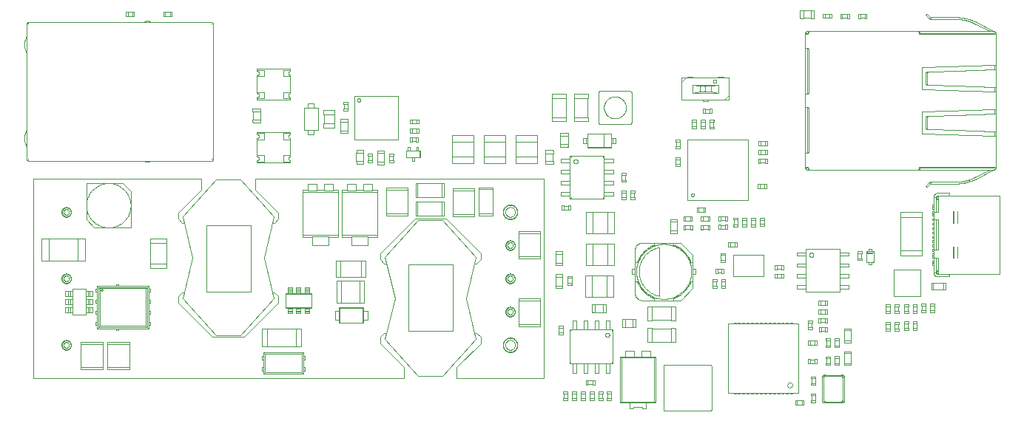
<source format=gbr>
%TF.GenerationSoftware,KiCad,Pcbnew,7.0.11+dfsg-1build4*%
%TF.CreationDate,2024-07-19T16:51:39+02:00*%
%TF.ProjectId,antmicro-poe-to-usbc-pd-adapter,616e746d-6963-4726-9f2d-706f652d746f,rev?*%
%TF.SameCoordinates,Original*%
%TF.FileFunction,Other,User*%
%FSLAX46Y46*%
G04 Gerber Fmt 4.6, Leading zero omitted, Abs format (unit mm)*
G04 Created by KiCad (PCBNEW 7.0.11+dfsg-1build4) date 2024-07-19 16:51:39 commit  9a9195e *
%MOMM*%
%LPD*%
G01*
G04 APERTURE LIST*
%ADD10C,0.020000*%
%ADD11C,0.009999*%
G04 APERTURE END LIST*
D10*
%TO.C,R42*%
X208476000Y-159966000D02*
X208476000Y-160464000D01*
X208226000Y-160464000D02*
X208476000Y-160464000D01*
X208226000Y-159966000D02*
X208476000Y-159966000D01*
X208226000Y-159966000D02*
X208226000Y-160464000D01*
X207728000Y-160464000D02*
X207728000Y-159966000D01*
X207728000Y-160446000D02*
X208226000Y-160446000D01*
X207728000Y-159984000D02*
X208226000Y-159984000D01*
X207728000Y-159966000D02*
X207478000Y-159966000D01*
X207478000Y-160464000D02*
X207728000Y-160464000D01*
X207478000Y-159966000D02*
X207478000Y-160464000D01*
%TO.C,U2*%
X195414000Y-165890000D02*
X195414000Y-166137000D01*
X195004000Y-165890000D02*
X195414000Y-165890000D01*
X195004000Y-165890000D02*
X195004000Y-166137000D01*
X194144000Y-165890000D02*
X194144000Y-166137000D01*
X193734000Y-165890000D02*
X194144000Y-165890000D01*
X193734000Y-165890000D02*
X193734000Y-166137000D01*
X192876000Y-165890000D02*
X192876000Y-166137000D01*
X192466000Y-165890000D02*
X192876000Y-165890000D01*
X192466000Y-165890000D02*
X192466000Y-166137000D01*
X191605000Y-165890000D02*
X191605000Y-166137000D01*
X191196000Y-165890000D02*
X191605000Y-165890000D01*
X191196000Y-165890000D02*
X191196000Y-166137000D01*
X195414000Y-166137000D02*
X195414000Y-166218000D01*
X195004000Y-166137000D02*
X195004000Y-166218000D01*
X194144000Y-166137000D02*
X194144000Y-166218000D01*
X193734000Y-166137000D02*
X193734000Y-166218000D01*
X192876000Y-166137000D02*
X192876000Y-166218000D01*
X192466000Y-166137000D02*
X192466000Y-166218000D01*
X191605000Y-166137000D02*
X191605000Y-166218000D01*
X191196000Y-166137000D02*
X191196000Y-166218000D01*
X195414000Y-166218000D02*
X195414000Y-166745000D01*
X195004000Y-166218000D02*
X195004000Y-166745000D01*
X194144000Y-166218000D02*
X194144000Y-166745000D01*
X193734000Y-166218000D02*
X193734000Y-166745000D01*
X192876000Y-166218000D02*
X192876000Y-166745000D01*
X192466000Y-166218000D02*
X192466000Y-166745000D01*
X191605000Y-166218000D02*
X191605000Y-166745000D01*
X191196000Y-166218000D02*
X191196000Y-166745000D01*
X195414000Y-166745000D02*
X195414000Y-166826000D01*
X195004000Y-166745000D02*
X195004000Y-166826000D01*
X194144000Y-166745000D02*
X194144000Y-166826000D01*
X193734000Y-166745000D02*
X193734000Y-166826000D01*
X192876000Y-166745000D02*
X192876000Y-166826000D01*
X192466000Y-166745000D02*
X192466000Y-166826000D01*
X191605000Y-166745000D02*
X191605000Y-166826000D01*
X191196000Y-166745000D02*
X191196000Y-166826000D01*
X195414000Y-166826000D02*
X195414000Y-166940000D01*
X195004000Y-166826000D02*
X195004000Y-166940000D01*
X194144000Y-166826000D02*
X194144000Y-166940000D01*
X193734000Y-166826000D02*
X193734000Y-166940000D01*
X192876000Y-166826000D02*
X192876000Y-166940000D01*
X192466000Y-166826000D02*
X192466000Y-166940000D01*
X191605000Y-166826000D02*
X191605000Y-166940000D01*
X191196000Y-166826000D02*
X191196000Y-166940000D01*
X195756000Y-166940000D02*
X195663000Y-167031000D01*
X195756000Y-166940000D02*
X195756000Y-170839000D01*
X195004000Y-166940000D02*
X195414000Y-166940000D01*
X193734000Y-166940000D02*
X194144000Y-166940000D01*
X192466000Y-166940000D02*
X192876000Y-166940000D01*
X191196000Y-166940000D02*
X191605000Y-166940000D01*
X190854000Y-166940000D02*
X195756000Y-166940000D01*
X190854000Y-166940000D02*
X190946000Y-167031000D01*
X190854000Y-166940000D02*
X190854000Y-170839000D01*
X195663000Y-167031000D02*
X195614000Y-167081000D01*
X190946000Y-167031000D02*
X190997000Y-167081000D01*
X195145000Y-167331000D02*
X195133000Y-167331000D01*
X195133000Y-167331000D02*
X195119000Y-167331000D01*
X195119000Y-167331000D02*
X195119000Y-167331000D01*
X195119000Y-167331000D02*
X195107000Y-167331000D01*
X195107000Y-167331000D02*
X195096000Y-167331000D01*
X195096000Y-167331000D02*
X195082000Y-167333000D01*
X195157000Y-167333000D02*
X195145000Y-167331000D01*
X195082000Y-167333000D02*
X195070000Y-167335000D01*
X195169000Y-167335000D02*
X195157000Y-167333000D01*
X195070000Y-167335000D02*
X195060000Y-167337000D01*
X195181000Y-167337000D02*
X195169000Y-167335000D01*
X195060000Y-167337000D02*
X195048000Y-167341000D01*
X195193000Y-167341000D02*
X195181000Y-167337000D01*
X195048000Y-167341000D02*
X195036000Y-167345000D01*
X195203000Y-167345000D02*
X195193000Y-167341000D01*
X195036000Y-167345000D02*
X195026000Y-167349000D01*
X195215000Y-167349000D02*
X195203000Y-167345000D01*
X195026000Y-167349000D02*
X195014000Y-167354000D01*
X195226000Y-167354000D02*
X195215000Y-167349000D01*
X195014000Y-167354000D02*
X195004000Y-167360000D01*
X195236000Y-167360000D02*
X195226000Y-167354000D01*
X195004000Y-167360000D02*
X194994000Y-167366000D01*
X195246000Y-167366000D02*
X195236000Y-167360000D01*
X194994000Y-167366000D02*
X194984000Y-167372000D01*
X195256000Y-167372000D02*
X195246000Y-167366000D01*
X194984000Y-167372000D02*
X194974000Y-167378000D01*
X195266000Y-167378000D02*
X195256000Y-167372000D01*
X194974000Y-167378000D02*
X194965000Y-167386000D01*
X195276000Y-167386000D02*
X195266000Y-167378000D01*
X194965000Y-167386000D02*
X194957000Y-167394000D01*
X195284000Y-167394000D02*
X195276000Y-167386000D01*
X194957000Y-167394000D02*
X194947000Y-167402000D01*
X195292000Y-167402000D02*
X195284000Y-167394000D01*
X194947000Y-167402000D02*
X194939000Y-167410000D01*
X195300000Y-167410000D02*
X195292000Y-167402000D01*
X194939000Y-167410000D02*
X194931000Y-167418000D01*
X195308000Y-167418000D02*
X195300000Y-167410000D01*
X194931000Y-167418000D02*
X194925000Y-167428000D01*
X195316000Y-167428000D02*
X195308000Y-167418000D01*
X194925000Y-167428000D02*
X194917000Y-167438000D01*
X195323000Y-167438000D02*
X195316000Y-167428000D01*
X194917000Y-167438000D02*
X194911000Y-167448000D01*
X195328000Y-167448000D02*
X195323000Y-167438000D01*
X194911000Y-167448000D02*
X194905000Y-167458000D01*
X195335000Y-167458000D02*
X195328000Y-167448000D01*
X194905000Y-167458000D02*
X194901000Y-167468000D01*
X195340000Y-167468000D02*
X195335000Y-167458000D01*
X194901000Y-167468000D02*
X194895000Y-167480000D01*
X195344000Y-167480000D02*
X195340000Y-167468000D01*
X194895000Y-167480000D02*
X194891000Y-167491000D01*
X195348000Y-167491000D02*
X195344000Y-167480000D01*
X194891000Y-167491000D02*
X194887000Y-167501000D01*
X195352000Y-167501000D02*
X195348000Y-167491000D01*
X194887000Y-167501000D02*
X194883000Y-167513000D01*
X195357000Y-167513000D02*
X195352000Y-167501000D01*
X194883000Y-167513000D02*
X194881000Y-167525000D01*
X195358000Y-167525000D02*
X195357000Y-167513000D01*
X194881000Y-167525000D02*
X194879000Y-167537000D01*
X195361000Y-167537000D02*
X195358000Y-167525000D01*
X194879000Y-167537000D02*
X194877000Y-167549000D01*
X195362000Y-167549000D02*
X195361000Y-167537000D01*
X194877000Y-167549000D02*
X194877000Y-167561000D01*
X195364000Y-167561000D02*
X195362000Y-167549000D01*
X194877000Y-167561000D02*
X194877000Y-167575000D01*
X195364000Y-167575000D02*
X195364000Y-167561000D01*
X195364000Y-167575000D02*
X195364000Y-167575000D01*
X194877000Y-167575000D02*
X194877000Y-167575000D01*
X194877000Y-167575000D02*
X194877000Y-167587000D01*
X195364000Y-167587000D02*
X195364000Y-167575000D01*
X194877000Y-167587000D02*
X194877000Y-167599000D01*
X195362000Y-167599000D02*
X195364000Y-167587000D01*
X194877000Y-167599000D02*
X194879000Y-167612000D01*
X195361000Y-167612000D02*
X195362000Y-167599000D01*
X194879000Y-167612000D02*
X194881000Y-167624000D01*
X195358000Y-167624000D02*
X195361000Y-167612000D01*
X194881000Y-167624000D02*
X194883000Y-167634000D01*
X195357000Y-167634000D02*
X195358000Y-167624000D01*
X194883000Y-167634000D02*
X194887000Y-167646000D01*
X195352000Y-167646000D02*
X195357000Y-167634000D01*
X194887000Y-167646000D02*
X194891000Y-167658000D01*
X195348000Y-167658000D02*
X195352000Y-167646000D01*
X194891000Y-167658000D02*
X194895000Y-167668000D01*
X195344000Y-167668000D02*
X195348000Y-167658000D01*
X194895000Y-167668000D02*
X194901000Y-167680000D01*
X195340000Y-167680000D02*
X195344000Y-167668000D01*
X194901000Y-167680000D02*
X194905000Y-167690000D01*
X195335000Y-167690000D02*
X195340000Y-167680000D01*
X194905000Y-167690000D02*
X194911000Y-167700000D01*
X195328000Y-167700000D02*
X195335000Y-167690000D01*
X194911000Y-167700000D02*
X194917000Y-167710000D01*
X195323000Y-167710000D02*
X195328000Y-167700000D01*
X194917000Y-167710000D02*
X194925000Y-167720000D01*
X195316000Y-167720000D02*
X195323000Y-167710000D01*
X194925000Y-167720000D02*
X194931000Y-167730000D01*
X195308000Y-167730000D02*
X195316000Y-167720000D01*
X194931000Y-167730000D02*
X194939000Y-167737000D01*
X195300000Y-167737000D02*
X195308000Y-167730000D01*
X194939000Y-167737000D02*
X194947000Y-167747000D01*
X195292000Y-167747000D02*
X195300000Y-167737000D01*
X194947000Y-167747000D02*
X194957000Y-167755000D01*
X195284000Y-167755000D02*
X195292000Y-167747000D01*
X194957000Y-167755000D02*
X194965000Y-167763000D01*
X195276000Y-167763000D02*
X195284000Y-167755000D01*
X194965000Y-167763000D02*
X194974000Y-167769000D01*
X195266000Y-167769000D02*
X195276000Y-167763000D01*
X194974000Y-167769000D02*
X194984000Y-167777000D01*
X195256000Y-167777000D02*
X195266000Y-167769000D01*
X194984000Y-167777000D02*
X194994000Y-167783000D01*
X195246000Y-167783000D02*
X195256000Y-167777000D01*
X194994000Y-167783000D02*
X195004000Y-167789000D01*
X195236000Y-167789000D02*
X195246000Y-167783000D01*
X195004000Y-167789000D02*
X195014000Y-167793000D01*
X195226000Y-167793000D02*
X195236000Y-167789000D01*
X195014000Y-167793000D02*
X195026000Y-167799000D01*
X195215000Y-167799000D02*
X195226000Y-167793000D01*
X195026000Y-167799000D02*
X195036000Y-167803000D01*
X195203000Y-167803000D02*
X195215000Y-167799000D01*
X195036000Y-167803000D02*
X195048000Y-167807000D01*
X195193000Y-167807000D02*
X195203000Y-167803000D01*
X195048000Y-167807000D02*
X195060000Y-167811000D01*
X195181000Y-167811000D02*
X195193000Y-167807000D01*
X195060000Y-167811000D02*
X195070000Y-167813000D01*
X195169000Y-167813000D02*
X195181000Y-167811000D01*
X195070000Y-167813000D02*
X195082000Y-167815000D01*
X195157000Y-167815000D02*
X195169000Y-167813000D01*
X195082000Y-167815000D02*
X195096000Y-167817000D01*
X195145000Y-167817000D02*
X195157000Y-167815000D01*
X195133000Y-167817000D02*
X195145000Y-167817000D01*
X195119000Y-167817000D02*
X195133000Y-167817000D01*
X195119000Y-167817000D02*
X195119000Y-167817000D01*
X195119000Y-167817000D02*
X195119000Y-167817000D01*
X195107000Y-167817000D02*
X195119000Y-167817000D01*
X195096000Y-167817000D02*
X195107000Y-167817000D01*
X195614000Y-170698000D02*
X195663000Y-170748000D01*
X190946000Y-170748000D02*
X190997000Y-170698000D01*
X195756000Y-170839000D02*
X195663000Y-170748000D01*
X195414000Y-170839000D02*
X195414000Y-170951000D01*
X195004000Y-170839000D02*
X195414000Y-170839000D01*
X195004000Y-170839000D02*
X195004000Y-170951000D01*
X194144000Y-170839000D02*
X194144000Y-170951000D01*
X193734000Y-170839000D02*
X194144000Y-170839000D01*
X193734000Y-170839000D02*
X193734000Y-170951000D01*
X192876000Y-170839000D02*
X192876000Y-170951000D01*
X192466000Y-170839000D02*
X192876000Y-170839000D01*
X192466000Y-170839000D02*
X192466000Y-170951000D01*
X191605000Y-170839000D02*
X191605000Y-170951000D01*
X191196000Y-170839000D02*
X191605000Y-170839000D01*
X191196000Y-170839000D02*
X191196000Y-170951000D01*
X190854000Y-170839000D02*
X190946000Y-170748000D01*
X190854000Y-170839000D02*
X195756000Y-170839000D01*
X195414000Y-171033000D02*
X195414000Y-170951000D01*
X195004000Y-171033000D02*
X195004000Y-170951000D01*
X194144000Y-171033000D02*
X194144000Y-170951000D01*
X193734000Y-171033000D02*
X193734000Y-170951000D01*
X192876000Y-171033000D02*
X192876000Y-170951000D01*
X192466000Y-171033000D02*
X192466000Y-170951000D01*
X191605000Y-171033000D02*
X191605000Y-170951000D01*
X191196000Y-171033000D02*
X191196000Y-170951000D01*
X195414000Y-171559000D02*
X195414000Y-171033000D01*
X195004000Y-171559000D02*
X195004000Y-171033000D01*
X194144000Y-171559000D02*
X194144000Y-171033000D01*
X193734000Y-171559000D02*
X193734000Y-171033000D01*
X192876000Y-171559000D02*
X192876000Y-171033000D01*
X192466000Y-171559000D02*
X192466000Y-171033000D01*
X191605000Y-171559000D02*
X191605000Y-171033000D01*
X191196000Y-171559000D02*
X191196000Y-171033000D01*
X195414000Y-171640000D02*
X195414000Y-171559000D01*
X195414000Y-171640000D02*
X195414000Y-171889000D01*
X195004000Y-171640000D02*
X195004000Y-171559000D01*
X195004000Y-171640000D02*
X195004000Y-171889000D01*
X194144000Y-171640000D02*
X194144000Y-171559000D01*
X194144000Y-171640000D02*
X194144000Y-171889000D01*
X193734000Y-171640000D02*
X193734000Y-171559000D01*
X193734000Y-171640000D02*
X193734000Y-171889000D01*
X192876000Y-171640000D02*
X192876000Y-171559000D01*
X192876000Y-171640000D02*
X192876000Y-171889000D01*
X192466000Y-171640000D02*
X192466000Y-171559000D01*
X192466000Y-171640000D02*
X192466000Y-171889000D01*
X191605000Y-171640000D02*
X191605000Y-171559000D01*
X191605000Y-171640000D02*
X191605000Y-171889000D01*
X191196000Y-171640000D02*
X191196000Y-171559000D01*
X191196000Y-171640000D02*
X191196000Y-171889000D01*
X195004000Y-171889000D02*
X195414000Y-171889000D01*
X193734000Y-171889000D02*
X194144000Y-171889000D01*
X192466000Y-171889000D02*
X192876000Y-171889000D01*
X191196000Y-171889000D02*
X191605000Y-171889000D01*
%TO.C,C35*%
X144306000Y-130556000D02*
X144306000Y-130557000D01*
X144306000Y-130557000D02*
X144306000Y-130557000D01*
X144306000Y-130557000D02*
X144306000Y-130558000D01*
X144306000Y-130558000D02*
X144306000Y-130558000D01*
X144306000Y-130558000D02*
X144306000Y-130558000D01*
X144306000Y-130558000D02*
X144306000Y-130559000D01*
X144306000Y-130559000D02*
X144306000Y-130559000D01*
X144306000Y-130559000D02*
X144306000Y-130560000D01*
X144306000Y-130560000D02*
X144306000Y-130562000D01*
X144306000Y-130562000D02*
X144306000Y-130562000D01*
X144306000Y-130562000D02*
X144306000Y-130562000D01*
X144306000Y-130562000D02*
X144306000Y-130562000D01*
X144306000Y-130562000D02*
X144306000Y-130562000D01*
X144306000Y-130562000D02*
X144306000Y-130562000D01*
X144306000Y-130562000D02*
X144306000Y-130562000D01*
X144306000Y-130562000D02*
X144306000Y-130562000D01*
X144306000Y-130562000D02*
X144306000Y-130563000D01*
X144306000Y-130563000D02*
X144306000Y-130563000D01*
X144306000Y-130563000D02*
X144306000Y-130564000D01*
X144306000Y-130564000D02*
X144307000Y-130564000D01*
X144306000Y-131035000D02*
X144306000Y-131036000D01*
X144306000Y-131036000D02*
X144306000Y-131036000D01*
X144306000Y-131036000D02*
X144306000Y-131037000D01*
X144306000Y-131037000D02*
X144306000Y-131037000D01*
X144306000Y-131037000D02*
X144306000Y-131037000D01*
X144306000Y-131037000D02*
X144306000Y-131038000D01*
X144306000Y-131038000D02*
X144306000Y-131038000D01*
X144306000Y-131038000D02*
X144306000Y-131040000D01*
X144306000Y-131040000D02*
X144306000Y-130562000D01*
X144306000Y-131040000D02*
X144306000Y-131040000D01*
X144306000Y-131040000D02*
X144306000Y-131040000D01*
X144306000Y-131040000D02*
X144306000Y-131040000D01*
X144306000Y-131040000D02*
X144306000Y-131040000D01*
X144306000Y-131040000D02*
X144306000Y-131040000D01*
X144306000Y-131040000D02*
X144306000Y-131041000D01*
X144306000Y-131041000D02*
X144306000Y-131041000D01*
X144306000Y-131041000D02*
X144306000Y-131041000D01*
X144306000Y-131041000D02*
X144306000Y-131042000D01*
X144306000Y-131042000D02*
X144306000Y-131042000D01*
X144306000Y-131042000D02*
X144306000Y-131043000D01*
X144306000Y-131043000D02*
X144307000Y-131043000D01*
X144307000Y-130555000D02*
X144307000Y-130555000D01*
X144307000Y-130555000D02*
X144307000Y-130555000D01*
X144307000Y-130555000D02*
X144307000Y-130556000D01*
X144307000Y-130556000D02*
X144306000Y-130556000D01*
X144307000Y-130564000D02*
X144307000Y-130565000D01*
X144307000Y-130565000D02*
X144307000Y-130565000D01*
X144307000Y-130565000D02*
X144307000Y-130565000D01*
X144307000Y-130565000D02*
X144308000Y-130566000D01*
X144307000Y-131034000D02*
X144307000Y-131034000D01*
X144307000Y-131034000D02*
X144307000Y-131034000D01*
X144307000Y-131034000D02*
X144307000Y-131035000D01*
X144307000Y-131035000D02*
X144306000Y-131035000D01*
X144307000Y-131043000D02*
X144307000Y-131044000D01*
X144307000Y-131044000D02*
X144307000Y-131044000D01*
X144307000Y-131044000D02*
X144307000Y-131044000D01*
X144307000Y-131044000D02*
X144308000Y-131045000D01*
X144308000Y-130553000D02*
X144308000Y-130554000D01*
X144308000Y-130554000D02*
X144307000Y-130555000D01*
X144308000Y-130554000D02*
X144308000Y-130554000D01*
X144308000Y-130566000D02*
X144308000Y-130566000D01*
X144308000Y-130566000D02*
X144308000Y-130566000D01*
X144308000Y-130566000D02*
X144309000Y-130566000D01*
X144308000Y-131033000D02*
X144308000Y-131034000D01*
X144308000Y-131034000D02*
X144307000Y-131034000D01*
X144308000Y-131034000D02*
X144308000Y-131034000D01*
X144308000Y-131045000D02*
X144308000Y-131045000D01*
X144308000Y-131045000D02*
X144308000Y-131046000D01*
X144308000Y-131046000D02*
X144309000Y-131046000D01*
X144309000Y-130553000D02*
X144308000Y-130553000D01*
X144309000Y-130553000D02*
X144309000Y-130553000D01*
X144309000Y-130566000D02*
X144309000Y-130566000D01*
X144309000Y-130566000D02*
X144310000Y-130567000D01*
X144309000Y-131033000D02*
X144308000Y-131033000D01*
X144309000Y-131033000D02*
X144309000Y-131033000D01*
X144309000Y-131046000D02*
X144309000Y-131046000D01*
X144309000Y-131046000D02*
X144310000Y-131047000D01*
X144310000Y-130552000D02*
X144309000Y-130553000D01*
X144310000Y-130552000D02*
X144310000Y-130552000D01*
X144310000Y-130552000D02*
X144310000Y-130552000D01*
X144310000Y-130567000D02*
X144310000Y-130567000D01*
X144310000Y-130567000D02*
X144310000Y-130567000D01*
X144310000Y-130567000D02*
X144311000Y-130567000D01*
X144310000Y-131032000D02*
X144309000Y-131033000D01*
X144310000Y-131032000D02*
X144310000Y-131032000D01*
X144310000Y-131032000D02*
X144310000Y-131032000D01*
X144310000Y-131047000D02*
X144310000Y-131047000D01*
X144310000Y-131047000D02*
X144310000Y-131047000D01*
X144310000Y-131047000D02*
X144311000Y-131047000D01*
X144311000Y-130551000D02*
X144311000Y-130552000D01*
X144311000Y-130552000D02*
X144310000Y-130552000D01*
X144311000Y-130567000D02*
X144311000Y-130568000D01*
X144311000Y-130568000D02*
X144312000Y-130568000D01*
X144311000Y-131031000D02*
X144311000Y-131032000D01*
X144311000Y-131032000D02*
X144310000Y-131032000D01*
X144311000Y-131047000D02*
X144311000Y-131048000D01*
X144311000Y-131048000D02*
X144312000Y-131048000D01*
X144312000Y-130551000D02*
X144311000Y-130551000D01*
X144312000Y-130551000D02*
X144312000Y-130551000D01*
X144312000Y-130568000D02*
X144312000Y-130568000D01*
X144312000Y-130568000D02*
X144313000Y-130568000D01*
X144312000Y-131031000D02*
X144311000Y-131031000D01*
X144312000Y-131031000D02*
X144312000Y-131031000D01*
X144312000Y-131048000D02*
X144312000Y-131048000D01*
X144312000Y-131048000D02*
X144313000Y-131048000D01*
X144313000Y-130551000D02*
X144312000Y-130551000D01*
X144313000Y-130551000D02*
X144313000Y-130551000D01*
X144313000Y-130551000D02*
X144313000Y-130551000D01*
X144313000Y-130568000D02*
X144313000Y-130568000D01*
X144313000Y-130568000D02*
X144313000Y-130568000D01*
X144313000Y-130568000D02*
X144314000Y-130568000D01*
X144313000Y-131031000D02*
X144312000Y-131031000D01*
X144313000Y-131031000D02*
X144313000Y-131031000D01*
X144313000Y-131031000D02*
X144313000Y-131031000D01*
X144313000Y-131048000D02*
X144313000Y-131048000D01*
X144313000Y-131048000D02*
X144313000Y-131048000D01*
X144313000Y-131048000D02*
X144314000Y-131048000D01*
X144314000Y-130551000D02*
X144313000Y-130551000D01*
X144314000Y-130551000D02*
X144314000Y-130551000D01*
X144314000Y-130568000D02*
X144314000Y-130568000D01*
X144314000Y-130568000D02*
X144315000Y-130568000D01*
X144314000Y-131031000D02*
X144313000Y-131031000D01*
X144314000Y-131031000D02*
X144314000Y-131031000D01*
X144314000Y-131048000D02*
X144314000Y-131048000D01*
X144314000Y-131048000D02*
X144315000Y-131048000D01*
X144315000Y-130551000D02*
X144314000Y-130551000D01*
X144315000Y-130568000D02*
X144316000Y-130568000D01*
X144315000Y-131031000D02*
X144314000Y-131031000D01*
X144315000Y-131048000D02*
X144316000Y-131048000D01*
X144316000Y-130551000D02*
X144315000Y-130551000D01*
X144316000Y-130551000D02*
X144316000Y-130551000D01*
X144316000Y-130551000D02*
X144316000Y-130551000D01*
X144316000Y-130551000D02*
X144506000Y-130551000D01*
X144316000Y-130568000D02*
X144316000Y-130568000D01*
X144316000Y-130568000D02*
X144316000Y-130568000D01*
X144316000Y-130568000D02*
X144317000Y-130568000D01*
X144316000Y-131031000D02*
X144315000Y-131031000D01*
X144316000Y-131031000D02*
X144316000Y-131031000D01*
X144316000Y-131031000D02*
X144316000Y-131031000D01*
X144316000Y-131048000D02*
X144316000Y-131048000D01*
X144316000Y-131048000D02*
X144316000Y-131048000D01*
X144316000Y-131048000D02*
X144317000Y-131048000D01*
X144317000Y-130551000D02*
X144316000Y-130551000D01*
X144317000Y-130551000D02*
X144317000Y-130551000D01*
X144317000Y-130568000D02*
X144317000Y-130568000D01*
X144317000Y-130568000D02*
X144318000Y-130568000D01*
X144317000Y-131031000D02*
X144316000Y-131031000D01*
X144317000Y-131031000D02*
X144317000Y-131031000D01*
X144317000Y-131048000D02*
X144317000Y-131048000D01*
X144317000Y-131048000D02*
X144318000Y-131048000D01*
X144318000Y-130551000D02*
X144317000Y-130551000D01*
X144318000Y-130551000D02*
X144318000Y-130551000D01*
X144318000Y-130551000D02*
X144318000Y-130551000D01*
X144318000Y-130568000D02*
X144318000Y-130568000D01*
X144318000Y-130568000D02*
X144318000Y-130568000D01*
X144318000Y-130568000D02*
X144319000Y-130568000D01*
X144318000Y-131031000D02*
X144317000Y-131031000D01*
X144318000Y-131031000D02*
X144318000Y-131031000D01*
X144318000Y-131031000D02*
X144318000Y-131031000D01*
X144318000Y-131048000D02*
X144318000Y-131048000D01*
X144318000Y-131048000D02*
X144318000Y-131048000D01*
X144318000Y-131048000D02*
X144319000Y-131048000D01*
X144319000Y-130551000D02*
X144318000Y-130551000D01*
X144319000Y-130551000D02*
X144319000Y-130551000D01*
X144319000Y-130568000D02*
X144319000Y-130568000D01*
X144319000Y-130568000D02*
X144320000Y-130568000D01*
X144319000Y-131031000D02*
X144318000Y-131031000D01*
X144319000Y-131031000D02*
X144319000Y-131031000D01*
X144319000Y-131048000D02*
X144319000Y-131048000D01*
X144319000Y-131048000D02*
X144320000Y-131048000D01*
X144320000Y-130551000D02*
X144319000Y-130551000D01*
X144320000Y-130552000D02*
X144320000Y-130551000D01*
X144320000Y-130567000D02*
X144321000Y-130567000D01*
X144320000Y-130568000D02*
X144320000Y-130567000D01*
X144320000Y-131031000D02*
X144319000Y-131031000D01*
X144320000Y-131032000D02*
X144320000Y-131031000D01*
X144320000Y-131047000D02*
X144321000Y-131047000D01*
X144320000Y-131048000D02*
X144320000Y-131047000D01*
X144321000Y-130552000D02*
X144320000Y-130552000D01*
X144321000Y-130552000D02*
X144321000Y-130552000D01*
X144321000Y-130552000D02*
X144321000Y-130552000D01*
X144321000Y-130567000D02*
X144321000Y-130567000D01*
X144321000Y-130567000D02*
X144321000Y-130567000D01*
X144321000Y-130567000D02*
X144322000Y-130566000D01*
X144321000Y-131032000D02*
X144320000Y-131032000D01*
X144321000Y-131032000D02*
X144321000Y-131032000D01*
X144321000Y-131032000D02*
X144321000Y-131032000D01*
X144321000Y-131047000D02*
X144321000Y-131047000D01*
X144321000Y-131047000D02*
X144321000Y-131047000D01*
X144321000Y-131047000D02*
X144322000Y-131046000D01*
X144322000Y-130553000D02*
X144321000Y-130552000D01*
X144322000Y-130553000D02*
X144322000Y-130553000D01*
X144322000Y-130566000D02*
X144322000Y-130566000D01*
X144322000Y-130566000D02*
X144323000Y-130566000D01*
X144322000Y-131033000D02*
X144321000Y-131032000D01*
X144322000Y-131033000D02*
X144322000Y-131033000D01*
X144322000Y-131046000D02*
X144322000Y-131046000D01*
X144322000Y-131046000D02*
X144323000Y-131046000D01*
X144323000Y-130553000D02*
X144322000Y-130553000D01*
X144323000Y-130554000D02*
X144323000Y-130553000D01*
X144323000Y-130554000D02*
X144323000Y-130554000D01*
X144323000Y-130566000D02*
X144323000Y-130566000D01*
X144323000Y-130566000D02*
X144323000Y-130566000D01*
X144323000Y-130566000D02*
X144324000Y-130565000D01*
X144323000Y-131033000D02*
X144322000Y-131033000D01*
X144323000Y-131034000D02*
X144323000Y-131033000D01*
X144323000Y-131034000D02*
X144323000Y-131034000D01*
X144323000Y-131045000D02*
X144323000Y-131045000D01*
X144323000Y-131045000D02*
X144324000Y-131044000D01*
X144323000Y-131046000D02*
X144323000Y-131045000D01*
X144324000Y-130555000D02*
X144323000Y-130554000D01*
X144324000Y-130555000D02*
X144324000Y-130555000D01*
X144324000Y-130555000D02*
X144324000Y-130555000D01*
X144324000Y-130556000D02*
X144324000Y-130555000D01*
X144324000Y-130564000D02*
X144325000Y-130564000D01*
X144324000Y-130565000D02*
X144324000Y-130564000D01*
X144324000Y-130565000D02*
X144324000Y-130565000D01*
X144324000Y-130565000D02*
X144324000Y-130565000D01*
X144324000Y-131034000D02*
X144323000Y-131034000D01*
X144324000Y-131034000D02*
X144324000Y-131034000D01*
X144324000Y-131034000D02*
X144324000Y-131034000D01*
X144324000Y-131035000D02*
X144324000Y-131034000D01*
X144324000Y-131043000D02*
X144325000Y-131043000D01*
X144324000Y-131044000D02*
X144324000Y-131043000D01*
X144324000Y-131044000D02*
X144324000Y-131044000D01*
X144324000Y-131044000D02*
X144324000Y-131044000D01*
X144325000Y-130556000D02*
X144324000Y-130556000D01*
X144325000Y-130557000D02*
X144325000Y-130556000D01*
X144325000Y-130557000D02*
X144325000Y-130557000D01*
X144325000Y-130558000D02*
X144325000Y-130557000D01*
X144325000Y-130558000D02*
X144325000Y-130558000D01*
X144325000Y-130558000D02*
X144325000Y-130558000D01*
X144325000Y-130559000D02*
X144325000Y-130558000D01*
X144325000Y-130559000D02*
X144325000Y-130559000D01*
X144325000Y-130560000D02*
X144325000Y-130559000D01*
X144325000Y-130562000D02*
X144325000Y-130562000D01*
X144325000Y-130562000D02*
X144325000Y-130562000D01*
X144325000Y-130562000D02*
X144325000Y-130562000D01*
X144325000Y-130562000D02*
X144325000Y-130562000D01*
X144325000Y-130562000D02*
X144325000Y-130562000D01*
X144325000Y-130562000D02*
X144327000Y-130562000D01*
X144325000Y-130563000D02*
X144325000Y-130562000D01*
X144325000Y-130563000D02*
X144325000Y-130563000D01*
X144325000Y-130564000D02*
X144325000Y-130563000D01*
X144325000Y-131035000D02*
X144324000Y-131035000D01*
X144325000Y-131036000D02*
X144325000Y-131035000D01*
X144325000Y-131036000D02*
X144325000Y-131036000D01*
X144325000Y-131037000D02*
X144325000Y-131036000D01*
X144325000Y-131037000D02*
X144325000Y-131037000D01*
X144325000Y-131037000D02*
X144325000Y-131037000D01*
X144325000Y-131038000D02*
X144325000Y-131037000D01*
X144325000Y-131038000D02*
X144325000Y-131038000D01*
X144325000Y-131040000D02*
X144325000Y-131038000D01*
X144325000Y-131040000D02*
X144325000Y-131040000D01*
X144325000Y-131040000D02*
X144325000Y-131040000D01*
X144325000Y-131040000D02*
X144327000Y-131040000D01*
X144325000Y-131041000D02*
X144325000Y-131040000D01*
X144325000Y-131041000D02*
X144325000Y-131041000D01*
X144325000Y-131041000D02*
X144325000Y-131041000D01*
X144325000Y-131042000D02*
X144325000Y-131041000D01*
X144325000Y-131042000D02*
X144325000Y-131042000D01*
X144325000Y-131043000D02*
X144325000Y-131042000D01*
X144327000Y-130562000D02*
X144325000Y-130560000D01*
X144327000Y-130562000D02*
X144327000Y-130562000D01*
X144327000Y-130562000D02*
X144327000Y-130562000D01*
X144327000Y-131040000D02*
X144325000Y-131040000D01*
X144327000Y-131040000D02*
X144327000Y-131040000D01*
X144327000Y-131040000D02*
X144327000Y-131040000D01*
X144506000Y-130551000D02*
X144506000Y-130562000D01*
X144506000Y-130562000D02*
X144506000Y-131040000D01*
X144506000Y-130562000D02*
X145103000Y-130562000D01*
X144506000Y-131040000D02*
X144506000Y-131048000D01*
X144506000Y-131040000D02*
X145103000Y-131040000D01*
X144506000Y-131048000D02*
X144316000Y-131048000D01*
X145103000Y-130551000D02*
X145103000Y-130562000D01*
X145103000Y-130562000D02*
X145103000Y-131040000D01*
X145103000Y-131040000D02*
X145103000Y-131048000D01*
X145103000Y-131048000D02*
X145293000Y-131048000D01*
X145285000Y-130555000D02*
X145285000Y-130555000D01*
X145285000Y-130555000D02*
X145285000Y-130555000D01*
X145285000Y-130555000D02*
X145285000Y-130556000D01*
X145285000Y-130556000D02*
X145285000Y-130556000D01*
X145285000Y-130556000D02*
X145285000Y-130557000D01*
X145285000Y-130557000D02*
X145285000Y-130557000D01*
X145285000Y-130557000D02*
X145285000Y-130558000D01*
X145285000Y-130558000D02*
X145285000Y-130558000D01*
X145285000Y-130558000D02*
X145285000Y-130558000D01*
X145285000Y-130558000D02*
X145285000Y-130559000D01*
X145285000Y-130559000D02*
X145285000Y-130559000D01*
X145285000Y-130559000D02*
X145285000Y-130560000D01*
X145285000Y-130560000D02*
X145285000Y-130562000D01*
X145285000Y-130562000D02*
X145285000Y-130562000D01*
X145285000Y-130562000D02*
X145285000Y-130562000D01*
X145285000Y-130562000D02*
X145285000Y-130562000D01*
X145285000Y-130562000D02*
X145285000Y-130562000D01*
X145285000Y-130562000D02*
X145285000Y-130562000D01*
X145285000Y-130562000D02*
X145285000Y-130562000D01*
X145285000Y-130562000D02*
X145285000Y-130562000D01*
X145285000Y-130562000D02*
X145285000Y-130563000D01*
X145285000Y-130563000D02*
X145285000Y-130563000D01*
X145285000Y-130563000D02*
X145285000Y-130564000D01*
X145285000Y-130564000D02*
X145285000Y-130564000D01*
X145285000Y-130564000D02*
X145285000Y-130565000D01*
X145285000Y-130565000D02*
X145285000Y-130565000D01*
X145285000Y-130565000D02*
X145285000Y-130565000D01*
X145285000Y-130565000D02*
X145286000Y-130566000D01*
X145285000Y-131034000D02*
X145285000Y-131034000D01*
X145285000Y-131034000D02*
X145285000Y-131034000D01*
X145285000Y-131034000D02*
X145285000Y-131035000D01*
X145285000Y-131035000D02*
X145285000Y-131035000D01*
X145285000Y-131035000D02*
X145285000Y-131036000D01*
X145285000Y-131036000D02*
X145285000Y-131036000D01*
X145285000Y-131036000D02*
X145285000Y-131037000D01*
X145285000Y-131037000D02*
X145285000Y-131037000D01*
X145285000Y-131037000D02*
X145285000Y-131037000D01*
X145285000Y-131037000D02*
X145285000Y-131038000D01*
X145285000Y-131038000D02*
X145285000Y-131038000D01*
X145285000Y-131038000D02*
X145285000Y-131040000D01*
X145285000Y-131040000D02*
X145285000Y-131040000D01*
X145285000Y-131040000D02*
X145285000Y-131040000D01*
X145285000Y-131040000D02*
X145285000Y-131040000D01*
X145285000Y-131040000D02*
X145285000Y-131040000D01*
X145285000Y-131040000D02*
X145285000Y-131040000D01*
X145285000Y-131040000D02*
X145285000Y-131041000D01*
X145285000Y-131041000D02*
X145285000Y-131041000D01*
X145285000Y-131041000D02*
X145285000Y-131041000D01*
X145285000Y-131041000D02*
X145285000Y-131042000D01*
X145285000Y-131042000D02*
X145285000Y-131042000D01*
X145285000Y-131042000D02*
X145285000Y-131043000D01*
X145285000Y-131043000D02*
X145285000Y-131043000D01*
X145285000Y-131043000D02*
X145285000Y-131044000D01*
X145285000Y-131044000D02*
X145285000Y-131044000D01*
X145285000Y-131044000D02*
X145285000Y-131044000D01*
X145285000Y-131044000D02*
X145286000Y-131045000D01*
X145286000Y-130553000D02*
X145286000Y-130554000D01*
X145286000Y-130554000D02*
X145285000Y-130555000D01*
X145286000Y-130554000D02*
X145286000Y-130554000D01*
X145286000Y-130566000D02*
X145286000Y-130566000D01*
X145286000Y-130566000D02*
X145286000Y-130566000D01*
X145286000Y-130566000D02*
X145287000Y-130566000D01*
X145286000Y-131033000D02*
X145286000Y-131034000D01*
X145286000Y-131034000D02*
X145285000Y-131034000D01*
X145286000Y-131034000D02*
X145286000Y-131034000D01*
X145286000Y-131045000D02*
X145286000Y-131045000D01*
X145286000Y-131045000D02*
X145286000Y-131046000D01*
X145286000Y-131046000D02*
X145287000Y-131046000D01*
X145287000Y-130553000D02*
X145286000Y-130553000D01*
X145287000Y-130553000D02*
X145287000Y-130553000D01*
X145287000Y-130566000D02*
X145287000Y-130566000D01*
X145287000Y-130566000D02*
X145288000Y-130567000D01*
X145287000Y-131033000D02*
X145286000Y-131033000D01*
X145287000Y-131033000D02*
X145287000Y-131033000D01*
X145287000Y-131046000D02*
X145287000Y-131046000D01*
X145287000Y-131046000D02*
X145288000Y-131047000D01*
X145288000Y-130552000D02*
X145287000Y-130553000D01*
X145288000Y-130552000D02*
X145288000Y-130552000D01*
X145288000Y-130552000D02*
X145288000Y-130552000D01*
X145288000Y-130567000D02*
X145288000Y-130567000D01*
X145288000Y-130567000D02*
X145288000Y-130567000D01*
X145288000Y-130567000D02*
X145289000Y-130567000D01*
X145288000Y-131032000D02*
X145287000Y-131033000D01*
X145288000Y-131032000D02*
X145288000Y-131032000D01*
X145288000Y-131032000D02*
X145288000Y-131032000D01*
X145288000Y-131047000D02*
X145288000Y-131047000D01*
X145288000Y-131047000D02*
X145288000Y-131047000D01*
X145288000Y-131047000D02*
X145289000Y-131047000D01*
X145289000Y-130551000D02*
X145289000Y-130552000D01*
X145289000Y-130552000D02*
X145288000Y-130552000D01*
X145289000Y-130567000D02*
X145289000Y-130568000D01*
X145289000Y-130568000D02*
X145290000Y-130568000D01*
X145289000Y-131031000D02*
X145289000Y-131032000D01*
X145289000Y-131032000D02*
X145288000Y-131032000D01*
X145289000Y-131047000D02*
X145289000Y-131048000D01*
X145289000Y-131048000D02*
X145290000Y-131048000D01*
X145290000Y-130551000D02*
X145289000Y-130551000D01*
X145290000Y-130551000D02*
X145290000Y-130551000D01*
X145290000Y-130568000D02*
X145290000Y-130568000D01*
X145290000Y-130568000D02*
X145291000Y-130568000D01*
X145290000Y-131031000D02*
X145289000Y-131031000D01*
X145290000Y-131031000D02*
X145290000Y-131031000D01*
X145290000Y-131048000D02*
X145290000Y-131048000D01*
X145290000Y-131048000D02*
X145291000Y-131048000D01*
X145291000Y-130551000D02*
X145290000Y-130551000D01*
X145291000Y-130551000D02*
X145291000Y-130551000D01*
X145291000Y-130551000D02*
X145291000Y-130551000D01*
X145291000Y-130568000D02*
X145291000Y-130568000D01*
X145291000Y-130568000D02*
X145291000Y-130568000D01*
X145291000Y-130568000D02*
X145292000Y-130568000D01*
X145291000Y-131031000D02*
X145290000Y-131031000D01*
X145291000Y-131031000D02*
X145291000Y-131031000D01*
X145291000Y-131031000D02*
X145291000Y-131031000D01*
X145291000Y-131048000D02*
X145291000Y-131048000D01*
X145291000Y-131048000D02*
X145291000Y-131048000D01*
X145291000Y-131048000D02*
X145292000Y-131048000D01*
X145292000Y-130551000D02*
X145291000Y-130551000D01*
X145292000Y-130551000D02*
X145292000Y-130551000D01*
X145292000Y-130568000D02*
X145292000Y-130568000D01*
X145292000Y-130568000D02*
X145293000Y-130568000D01*
X145292000Y-131031000D02*
X145291000Y-131031000D01*
X145292000Y-131031000D02*
X145292000Y-131031000D01*
X145292000Y-131048000D02*
X145292000Y-131048000D01*
X145292000Y-131048000D02*
X145293000Y-131048000D01*
X145293000Y-130551000D02*
X145103000Y-130551000D01*
X145293000Y-130551000D02*
X145292000Y-130551000D01*
X145293000Y-130551000D02*
X145293000Y-130551000D01*
X145293000Y-130551000D02*
X145293000Y-130551000D01*
X145293000Y-130568000D02*
X145293000Y-130568000D01*
X145293000Y-130568000D02*
X145293000Y-130568000D01*
X145293000Y-130568000D02*
X145294000Y-130568000D01*
X145293000Y-131031000D02*
X145292000Y-131031000D01*
X145293000Y-131031000D02*
X145293000Y-131031000D01*
X145293000Y-131031000D02*
X145293000Y-131031000D01*
X145293000Y-131048000D02*
X145293000Y-131048000D01*
X145293000Y-131048000D02*
X145293000Y-131048000D01*
X145293000Y-131048000D02*
X145294000Y-131048000D01*
X145294000Y-130551000D02*
X145293000Y-130551000D01*
X145294000Y-130568000D02*
X145295000Y-130568000D01*
X145294000Y-131031000D02*
X145293000Y-131031000D01*
X145294000Y-131048000D02*
X145295000Y-131048000D01*
X145295000Y-130551000D02*
X145294000Y-130551000D01*
X145295000Y-130551000D02*
X145295000Y-130551000D01*
X145295000Y-130568000D02*
X145295000Y-130568000D01*
X145295000Y-130568000D02*
X145296000Y-130568000D01*
X145295000Y-131031000D02*
X145294000Y-131031000D01*
X145295000Y-131031000D02*
X145295000Y-131031000D01*
X145295000Y-131048000D02*
X145295000Y-131048000D01*
X145295000Y-131048000D02*
X145296000Y-131048000D01*
X145296000Y-130551000D02*
X145295000Y-130551000D01*
X145296000Y-130551000D02*
X145296000Y-130551000D01*
X145296000Y-130551000D02*
X145296000Y-130551000D01*
X145296000Y-130568000D02*
X145296000Y-130568000D01*
X145296000Y-130568000D02*
X145296000Y-130568000D01*
X145296000Y-130568000D02*
X145297000Y-130568000D01*
X145296000Y-131031000D02*
X145295000Y-131031000D01*
X145296000Y-131031000D02*
X145296000Y-131031000D01*
X145296000Y-131031000D02*
X145296000Y-131031000D01*
X145296000Y-131048000D02*
X145296000Y-131048000D01*
X145296000Y-131048000D02*
X145296000Y-131048000D01*
X145296000Y-131048000D02*
X145297000Y-131048000D01*
X145297000Y-130551000D02*
X145296000Y-130551000D01*
X145297000Y-130551000D02*
X145297000Y-130551000D01*
X145297000Y-130568000D02*
X145297000Y-130568000D01*
X145297000Y-130568000D02*
X145298000Y-130568000D01*
X145297000Y-131031000D02*
X145296000Y-131031000D01*
X145297000Y-131031000D02*
X145297000Y-131031000D01*
X145297000Y-131048000D02*
X145297000Y-131048000D01*
X145297000Y-131048000D02*
X145298000Y-131048000D01*
X145298000Y-130551000D02*
X145297000Y-130551000D01*
X145298000Y-130552000D02*
X145298000Y-130551000D01*
X145298000Y-130567000D02*
X145299000Y-130567000D01*
X145298000Y-130568000D02*
X145298000Y-130567000D01*
X145298000Y-131031000D02*
X145297000Y-131031000D01*
X145298000Y-131032000D02*
X145298000Y-131031000D01*
X145298000Y-131047000D02*
X145299000Y-131047000D01*
X145298000Y-131048000D02*
X145298000Y-131047000D01*
X145299000Y-130552000D02*
X145298000Y-130552000D01*
X145299000Y-130552000D02*
X145299000Y-130552000D01*
X145299000Y-130552000D02*
X145299000Y-130552000D01*
X145299000Y-130567000D02*
X145299000Y-130567000D01*
X145299000Y-130567000D02*
X145299000Y-130567000D01*
X145299000Y-130567000D02*
X145300000Y-130566000D01*
X145299000Y-131032000D02*
X145298000Y-131032000D01*
X145299000Y-131032000D02*
X145299000Y-131032000D01*
X145299000Y-131032000D02*
X145299000Y-131032000D01*
X145299000Y-131047000D02*
X145299000Y-131047000D01*
X145299000Y-131047000D02*
X145299000Y-131047000D01*
X145299000Y-131047000D02*
X145300000Y-131046000D01*
X145300000Y-130553000D02*
X145299000Y-130552000D01*
X145300000Y-130553000D02*
X145300000Y-130553000D01*
X145300000Y-130566000D02*
X145300000Y-130566000D01*
X145300000Y-130566000D02*
X145301000Y-130566000D01*
X145300000Y-131033000D02*
X145299000Y-131032000D01*
X145300000Y-131033000D02*
X145300000Y-131033000D01*
X145300000Y-131046000D02*
X145300000Y-131046000D01*
X145300000Y-131046000D02*
X145301000Y-131046000D01*
X145301000Y-130553000D02*
X145300000Y-130553000D01*
X145301000Y-130554000D02*
X145301000Y-130553000D01*
X145301000Y-130554000D02*
X145301000Y-130554000D01*
X145301000Y-130566000D02*
X145301000Y-130566000D01*
X145301000Y-130566000D02*
X145301000Y-130566000D01*
X145301000Y-130566000D02*
X145302000Y-130565000D01*
X145301000Y-131033000D02*
X145300000Y-131033000D01*
X145301000Y-131034000D02*
X145301000Y-131033000D01*
X145301000Y-131034000D02*
X145301000Y-131034000D01*
X145301000Y-131045000D02*
X145301000Y-131045000D01*
X145301000Y-131045000D02*
X145302000Y-131044000D01*
X145301000Y-131046000D02*
X145301000Y-131045000D01*
X145302000Y-130555000D02*
X145301000Y-130554000D01*
X145302000Y-130555000D02*
X145302000Y-130555000D01*
X145302000Y-130555000D02*
X145302000Y-130555000D01*
X145302000Y-130556000D02*
X145302000Y-130555000D01*
X145302000Y-130564000D02*
X145303000Y-130564000D01*
X145302000Y-130565000D02*
X145302000Y-130564000D01*
X145302000Y-130565000D02*
X145302000Y-130565000D01*
X145302000Y-130565000D02*
X145302000Y-130565000D01*
X145302000Y-131034000D02*
X145301000Y-131034000D01*
X145302000Y-131034000D02*
X145302000Y-131034000D01*
X145302000Y-131034000D02*
X145302000Y-131034000D01*
X145302000Y-131035000D02*
X145302000Y-131034000D01*
X145302000Y-131043000D02*
X145303000Y-131043000D01*
X145302000Y-131044000D02*
X145302000Y-131043000D01*
X145302000Y-131044000D02*
X145302000Y-131044000D01*
X145302000Y-131044000D02*
X145302000Y-131044000D01*
X145303000Y-130556000D02*
X145302000Y-130556000D01*
X145303000Y-130557000D02*
X145303000Y-130556000D01*
X145303000Y-130557000D02*
X145303000Y-130557000D01*
X145303000Y-130558000D02*
X145303000Y-130557000D01*
X145303000Y-130558000D02*
X145303000Y-130558000D01*
X145303000Y-130558000D02*
X145303000Y-130558000D01*
X145303000Y-130559000D02*
X145303000Y-130558000D01*
X145303000Y-130559000D02*
X145303000Y-130559000D01*
X145303000Y-130560000D02*
X145303000Y-130559000D01*
X145303000Y-130562000D02*
X145303000Y-130560000D01*
X145303000Y-130562000D02*
X145303000Y-130562000D01*
X145303000Y-130562000D02*
X145303000Y-130562000D01*
X145303000Y-130562000D02*
X145303000Y-130562000D01*
X145303000Y-130562000D02*
X145303000Y-130562000D01*
X145303000Y-130562000D02*
X145303000Y-130562000D01*
X145303000Y-130562000D02*
X145303000Y-130562000D01*
X145303000Y-130562000D02*
X145303000Y-130562000D01*
X145303000Y-130562000D02*
X145303000Y-130562000D01*
X145303000Y-130563000D02*
X145303000Y-130562000D01*
X145303000Y-130563000D02*
X145303000Y-130563000D01*
X145303000Y-130564000D02*
X145303000Y-130563000D01*
X145303000Y-131035000D02*
X145302000Y-131035000D01*
X145303000Y-131036000D02*
X145303000Y-131035000D01*
X145303000Y-131036000D02*
X145303000Y-131036000D01*
X145303000Y-131037000D02*
X145303000Y-131036000D01*
X145303000Y-131037000D02*
X145303000Y-131037000D01*
X145303000Y-131037000D02*
X145303000Y-131037000D01*
X145303000Y-131038000D02*
X145303000Y-131037000D01*
X145303000Y-131038000D02*
X145303000Y-131038000D01*
X145303000Y-131040000D02*
X145303000Y-130562000D01*
X145303000Y-131040000D02*
X145303000Y-131038000D01*
X145303000Y-131040000D02*
X145303000Y-131040000D01*
X145303000Y-131040000D02*
X145303000Y-131040000D01*
X145303000Y-131040000D02*
X145303000Y-131040000D01*
X145303000Y-131040000D02*
X145303000Y-131040000D01*
X145303000Y-131040000D02*
X145303000Y-131040000D01*
X145303000Y-131040000D02*
X145303000Y-131040000D01*
X145303000Y-131041000D02*
X145303000Y-131040000D01*
X145303000Y-131041000D02*
X145303000Y-131041000D01*
X145303000Y-131041000D02*
X145303000Y-131041000D01*
X145303000Y-131042000D02*
X145303000Y-131041000D01*
X145303000Y-131042000D02*
X145303000Y-131042000D01*
X145303000Y-131043000D02*
X145303000Y-131042000D01*
%TO.C,R15*%
X192598000Y-175070000D02*
X192100000Y-175070000D01*
X192100000Y-174820000D02*
X192100000Y-175070000D01*
X192598000Y-174820000D02*
X192598000Y-175070000D01*
X192598000Y-174820000D02*
X192100000Y-174820000D01*
X192100000Y-174322000D02*
X192598000Y-174322000D01*
X192118000Y-174322000D02*
X192118000Y-174820000D01*
X192580000Y-174322000D02*
X192580000Y-174820000D01*
X192598000Y-174322000D02*
X192598000Y-174072000D01*
X192100000Y-174072000D02*
X192100000Y-174322000D01*
X192598000Y-174072000D02*
X192100000Y-174072000D01*
%TO.C,U6*%
X204251000Y-152147000D02*
X211250000Y-152147000D01*
X211250000Y-152147000D02*
X211250000Y-145148000D01*
X204900000Y-151690000D02*
X204912000Y-151688000D01*
X204900000Y-151690000D02*
X204912000Y-151688000D01*
X204889000Y-151688000D02*
X204900000Y-151690000D01*
X204889000Y-151688000D02*
X204900000Y-151690000D01*
X204912000Y-151688000D02*
X204924000Y-151687000D01*
X204912000Y-151688000D02*
X204924000Y-151687000D01*
X204877000Y-151687000D02*
X204889000Y-151688000D01*
X204877000Y-151687000D02*
X204889000Y-151688000D01*
X204924000Y-151687000D02*
X204935000Y-151686000D01*
X204924000Y-151687000D02*
X204935000Y-151686000D01*
X204867000Y-151686000D02*
X204877000Y-151687000D01*
X204867000Y-151686000D02*
X204877000Y-151687000D01*
X204935000Y-151686000D02*
X204945000Y-151683000D01*
X204935000Y-151686000D02*
X204945000Y-151683000D01*
X204856000Y-151683000D02*
X204867000Y-151686000D01*
X204856000Y-151683000D02*
X204867000Y-151686000D01*
X204945000Y-151683000D02*
X204957000Y-151679000D01*
X204945000Y-151683000D02*
X204957000Y-151679000D01*
X204844000Y-151679000D02*
X204856000Y-151683000D01*
X204844000Y-151679000D02*
X204856000Y-151683000D01*
X204957000Y-151679000D02*
X204968000Y-151675000D01*
X204957000Y-151679000D02*
X204968000Y-151675000D01*
X204833000Y-151675000D02*
X204844000Y-151679000D01*
X204833000Y-151675000D02*
X204844000Y-151679000D01*
X204968000Y-151675000D02*
X204978000Y-151671000D01*
X204968000Y-151675000D02*
X204978000Y-151671000D01*
X204824000Y-151671000D02*
X204833000Y-151675000D01*
X204824000Y-151671000D02*
X204833000Y-151675000D01*
X204978000Y-151671000D02*
X204989000Y-151666000D01*
X204978000Y-151671000D02*
X204989000Y-151666000D01*
X204812000Y-151666000D02*
X204824000Y-151671000D01*
X204812000Y-151666000D02*
X204824000Y-151671000D01*
X204812000Y-151666000D02*
X204812000Y-151666000D01*
X204812000Y-151666000D02*
X204812000Y-151666000D01*
X204989000Y-151666000D02*
X204989000Y-151666000D01*
X204989000Y-151666000D02*
X204989000Y-151666000D01*
X204989000Y-151666000D02*
X204993000Y-151663000D01*
X204989000Y-151666000D02*
X204993000Y-151663000D01*
X204993000Y-151663000D02*
X204998000Y-151659000D01*
X204993000Y-151663000D02*
X204998000Y-151659000D01*
X204803000Y-151659000D02*
X204812000Y-151666000D01*
X204803000Y-151659000D02*
X204812000Y-151666000D01*
X204998000Y-151659000D02*
X205004000Y-151656000D01*
X204998000Y-151659000D02*
X205004000Y-151656000D01*
X205004000Y-151656000D02*
X205009000Y-151652000D01*
X205004000Y-151656000D02*
X205009000Y-151652000D01*
X204794000Y-151652000D02*
X204803000Y-151659000D01*
X204794000Y-151652000D02*
X204803000Y-151659000D01*
X205009000Y-151652000D02*
X205013000Y-151650000D01*
X205009000Y-151652000D02*
X205013000Y-151650000D01*
X205013000Y-151650000D02*
X205017000Y-151646000D01*
X205013000Y-151650000D02*
X205017000Y-151646000D01*
X204784000Y-151646000D02*
X204794000Y-151652000D01*
X204784000Y-151646000D02*
X204794000Y-151652000D01*
X205017000Y-151646000D02*
X205021000Y-151642000D01*
X205017000Y-151646000D02*
X205021000Y-151642000D01*
X205021000Y-151642000D02*
X205025000Y-151638000D01*
X205021000Y-151642000D02*
X205025000Y-151638000D01*
X204775000Y-151638000D02*
X204784000Y-151646000D01*
X204775000Y-151638000D02*
X204784000Y-151646000D01*
X205025000Y-151638000D02*
X205029000Y-151634000D01*
X205025000Y-151638000D02*
X205029000Y-151634000D01*
X205029000Y-151634000D02*
X205033000Y-151630000D01*
X205029000Y-151634000D02*
X205033000Y-151630000D01*
X204768000Y-151630000D02*
X204775000Y-151638000D01*
X204768000Y-151630000D02*
X204775000Y-151638000D01*
X205033000Y-151630000D02*
X205037000Y-151624000D01*
X205033000Y-151630000D02*
X205037000Y-151624000D01*
X205037000Y-151624000D02*
X205041000Y-151620000D01*
X205037000Y-151624000D02*
X205041000Y-151620000D01*
X204760000Y-151620000D02*
X204768000Y-151630000D01*
X204760000Y-151620000D02*
X204768000Y-151630000D01*
X205041000Y-151620000D02*
X205044000Y-151615000D01*
X205041000Y-151620000D02*
X205044000Y-151615000D01*
X205044000Y-151615000D02*
X205048000Y-151611000D01*
X205044000Y-151615000D02*
X205048000Y-151611000D01*
X204755000Y-151611000D02*
X204760000Y-151620000D01*
X204755000Y-151611000D02*
X204760000Y-151620000D01*
X205048000Y-151611000D02*
X205050000Y-151607000D01*
X205048000Y-151611000D02*
X205050000Y-151607000D01*
X205050000Y-151607000D02*
X205053000Y-151602000D01*
X205050000Y-151607000D02*
X205053000Y-151602000D01*
X204748000Y-151602000D02*
X204755000Y-151611000D01*
X204748000Y-151602000D02*
X204755000Y-151611000D01*
X205053000Y-151602000D02*
X205056000Y-151596000D01*
X205053000Y-151602000D02*
X205056000Y-151596000D01*
X205056000Y-151596000D02*
X205058000Y-151591000D01*
X205056000Y-151596000D02*
X205058000Y-151591000D01*
X204743000Y-151591000D02*
X204748000Y-151602000D01*
X204743000Y-151591000D02*
X204748000Y-151602000D01*
X205058000Y-151591000D02*
X205061000Y-151586000D01*
X205058000Y-151591000D02*
X205061000Y-151586000D01*
X205061000Y-151586000D02*
X205063000Y-151581000D01*
X205061000Y-151586000D02*
X205063000Y-151581000D01*
X204739000Y-151581000D02*
X204743000Y-151591000D01*
X204739000Y-151581000D02*
X204743000Y-151591000D01*
X205063000Y-151581000D02*
X205066000Y-151575000D01*
X205063000Y-151581000D02*
X205066000Y-151575000D01*
X205066000Y-151575000D02*
X205067000Y-151570000D01*
X205066000Y-151575000D02*
X205067000Y-151570000D01*
X204735000Y-151570000D02*
X204739000Y-151581000D01*
X204735000Y-151570000D02*
X204739000Y-151581000D01*
X205067000Y-151570000D02*
X205069000Y-151565000D01*
X205067000Y-151570000D02*
X205069000Y-151565000D01*
X205069000Y-151565000D02*
X205070000Y-151559000D01*
X205069000Y-151565000D02*
X205070000Y-151559000D01*
X204731000Y-151559000D02*
X204735000Y-151570000D01*
X204731000Y-151559000D02*
X204735000Y-151570000D01*
X205070000Y-151559000D02*
X205071000Y-151554000D01*
X205070000Y-151559000D02*
X205071000Y-151554000D01*
X205071000Y-151554000D02*
X205074000Y-151547000D01*
X205071000Y-151554000D02*
X205074000Y-151547000D01*
X204728000Y-151547000D02*
X204731000Y-151559000D01*
X204728000Y-151547000D02*
X204731000Y-151559000D01*
X205074000Y-151547000D02*
X205074000Y-151542000D01*
X205074000Y-151547000D02*
X205074000Y-151542000D01*
X205074000Y-151542000D02*
X205075000Y-151537000D01*
X205074000Y-151542000D02*
X205075000Y-151537000D01*
X204727000Y-151537000D02*
X204728000Y-151547000D01*
X204727000Y-151537000D02*
X204728000Y-151547000D01*
X205075000Y-151537000D02*
X205075000Y-151530000D01*
X205075000Y-151537000D02*
X205075000Y-151530000D01*
X205075000Y-151530000D02*
X205077000Y-151525000D01*
X205075000Y-151530000D02*
X205077000Y-151525000D01*
X204726000Y-151525000D02*
X204727000Y-151537000D01*
X204726000Y-151525000D02*
X204727000Y-151537000D01*
X205077000Y-151525000D02*
X205077000Y-151519000D01*
X205077000Y-151525000D02*
X205077000Y-151519000D01*
X205077000Y-151519000D02*
X205077000Y-151514000D01*
X205077000Y-151519000D02*
X205077000Y-151514000D01*
X204724000Y-151514000D02*
X204726000Y-151525000D01*
X204724000Y-151514000D02*
X204726000Y-151525000D01*
X205077000Y-151514000D02*
X205077000Y-151502000D01*
X205077000Y-151514000D02*
X205077000Y-151502000D01*
X204724000Y-151507000D02*
X204724000Y-151514000D01*
X204724000Y-151507000D02*
X204724000Y-151514000D01*
X204726000Y-151502000D02*
X204724000Y-151507000D01*
X204726000Y-151502000D02*
X204724000Y-151507000D01*
X205077000Y-151502000D02*
X205075000Y-151490000D01*
X205077000Y-151502000D02*
X205075000Y-151490000D01*
X204726000Y-151495000D02*
X204726000Y-151502000D01*
X204726000Y-151495000D02*
X204726000Y-151502000D01*
X204727000Y-151490000D02*
X204726000Y-151495000D01*
X204727000Y-151490000D02*
X204726000Y-151495000D01*
X205075000Y-151490000D02*
X205074000Y-151478000D01*
X205075000Y-151490000D02*
X205074000Y-151478000D01*
X204727000Y-151485000D02*
X204727000Y-151490000D01*
X204727000Y-151485000D02*
X204727000Y-151490000D01*
X204728000Y-151478000D02*
X204727000Y-151485000D01*
X204728000Y-151478000D02*
X204727000Y-151485000D01*
X205074000Y-151478000D02*
X205070000Y-151467000D01*
X205074000Y-151478000D02*
X205070000Y-151467000D01*
X204730000Y-151473000D02*
X204728000Y-151478000D01*
X204730000Y-151473000D02*
X204728000Y-151478000D01*
X204731000Y-151467000D02*
X204730000Y-151473000D01*
X204731000Y-151467000D02*
X204730000Y-151473000D01*
X205070000Y-151467000D02*
X205067000Y-151457000D01*
X205070000Y-151467000D02*
X205067000Y-151457000D01*
X204732000Y-151461000D02*
X204731000Y-151467000D01*
X204732000Y-151461000D02*
X204731000Y-151467000D01*
X204735000Y-151457000D02*
X204732000Y-151461000D01*
X204735000Y-151457000D02*
X204732000Y-151461000D01*
X205067000Y-151457000D02*
X205063000Y-151445000D01*
X205067000Y-151457000D02*
X205063000Y-151445000D01*
X204736000Y-151450000D02*
X204735000Y-151457000D01*
X204736000Y-151450000D02*
X204735000Y-151457000D01*
X204739000Y-151445000D02*
X204736000Y-151450000D01*
X204739000Y-151445000D02*
X204736000Y-151450000D01*
X205063000Y-151445000D02*
X205058000Y-151436000D01*
X205063000Y-151445000D02*
X205058000Y-151436000D01*
X204740000Y-151441000D02*
X204739000Y-151445000D01*
X204740000Y-151441000D02*
X204739000Y-151445000D01*
X204743000Y-151436000D02*
X204740000Y-151441000D01*
X204743000Y-151436000D02*
X204740000Y-151441000D01*
X205058000Y-151436000D02*
X205053000Y-151425000D01*
X205058000Y-151436000D02*
X205053000Y-151425000D01*
X204746000Y-151430000D02*
X204743000Y-151436000D01*
X204746000Y-151430000D02*
X204743000Y-151436000D01*
X204748000Y-151425000D02*
X204746000Y-151430000D01*
X204748000Y-151425000D02*
X204746000Y-151430000D01*
X205053000Y-151425000D02*
X205048000Y-151416000D01*
X205053000Y-151425000D02*
X205048000Y-151416000D01*
X204751000Y-151421000D02*
X204748000Y-151425000D01*
X204751000Y-151421000D02*
X204748000Y-151425000D01*
X204755000Y-151416000D02*
X204751000Y-151421000D01*
X204755000Y-151416000D02*
X204751000Y-151421000D01*
X205048000Y-151416000D02*
X205041000Y-151406000D01*
X205048000Y-151416000D02*
X205041000Y-151406000D01*
X204758000Y-151410000D02*
X204755000Y-151416000D01*
X204758000Y-151410000D02*
X204755000Y-151416000D01*
X204760000Y-151406000D02*
X204758000Y-151410000D01*
X204760000Y-151406000D02*
X204758000Y-151410000D01*
X205041000Y-151406000D02*
X205033000Y-151397000D01*
X205041000Y-151406000D02*
X205033000Y-151397000D01*
X204764000Y-151401000D02*
X204760000Y-151406000D01*
X204764000Y-151401000D02*
X204760000Y-151406000D01*
X204768000Y-151397000D02*
X204764000Y-151401000D01*
X204768000Y-151397000D02*
X204764000Y-151401000D01*
X205033000Y-151397000D02*
X205025000Y-151389000D01*
X205033000Y-151397000D02*
X205025000Y-151389000D01*
X204772000Y-151393000D02*
X204768000Y-151397000D01*
X204772000Y-151393000D02*
X204768000Y-151397000D01*
X204775000Y-151389000D02*
X204772000Y-151393000D01*
X204775000Y-151389000D02*
X204772000Y-151393000D01*
X205025000Y-151389000D02*
X205017000Y-151381000D01*
X205025000Y-151389000D02*
X205017000Y-151381000D01*
X204780000Y-151385000D02*
X204775000Y-151389000D01*
X204780000Y-151385000D02*
X204775000Y-151389000D01*
X204784000Y-151381000D02*
X204780000Y-151385000D01*
X204784000Y-151381000D02*
X204780000Y-151385000D01*
X205017000Y-151381000D02*
X205009000Y-151373000D01*
X205017000Y-151381000D02*
X205009000Y-151373000D01*
X204788000Y-151377000D02*
X204784000Y-151381000D01*
X204788000Y-151377000D02*
X204784000Y-151381000D01*
X204794000Y-151373000D02*
X204788000Y-151377000D01*
X204794000Y-151373000D02*
X204788000Y-151377000D01*
X205009000Y-151373000D02*
X204998000Y-151368000D01*
X205009000Y-151373000D02*
X204998000Y-151368000D01*
X204798000Y-151370000D02*
X204794000Y-151373000D01*
X204798000Y-151370000D02*
X204794000Y-151373000D01*
X204803000Y-151368000D02*
X204798000Y-151370000D01*
X204803000Y-151368000D02*
X204798000Y-151370000D01*
X204998000Y-151368000D02*
X204989000Y-151361000D01*
X204998000Y-151368000D02*
X204989000Y-151361000D01*
X204808000Y-151364000D02*
X204803000Y-151368000D01*
X204808000Y-151364000D02*
X204803000Y-151368000D01*
X204812000Y-151361000D02*
X204808000Y-151364000D01*
X204812000Y-151361000D02*
X204808000Y-151364000D01*
X204812000Y-151361000D02*
X204812000Y-151361000D01*
X204812000Y-151361000D02*
X204812000Y-151361000D01*
X204989000Y-151361000D02*
X204989000Y-151361000D01*
X204989000Y-151361000D02*
X204989000Y-151361000D01*
X204989000Y-151361000D02*
X204978000Y-151356000D01*
X204989000Y-151361000D02*
X204978000Y-151356000D01*
X204824000Y-151356000D02*
X204812000Y-151361000D01*
X204824000Y-151356000D02*
X204812000Y-151361000D01*
X204978000Y-151356000D02*
X204968000Y-151350000D01*
X204978000Y-151356000D02*
X204968000Y-151350000D01*
X204833000Y-151350000D02*
X204824000Y-151356000D01*
X204833000Y-151350000D02*
X204824000Y-151356000D01*
X204968000Y-151350000D02*
X204957000Y-151346000D01*
X204968000Y-151350000D02*
X204957000Y-151346000D01*
X204844000Y-151346000D02*
X204833000Y-151350000D01*
X204844000Y-151346000D02*
X204833000Y-151350000D01*
X204957000Y-151346000D02*
X204945000Y-151344000D01*
X204957000Y-151346000D02*
X204945000Y-151344000D01*
X204856000Y-151344000D02*
X204844000Y-151346000D01*
X204856000Y-151344000D02*
X204844000Y-151346000D01*
X204945000Y-151344000D02*
X204935000Y-151341000D01*
X204945000Y-151344000D02*
X204935000Y-151341000D01*
X204867000Y-151341000D02*
X204856000Y-151344000D01*
X204867000Y-151341000D02*
X204856000Y-151344000D01*
X204935000Y-151341000D02*
X204924000Y-151338000D01*
X204935000Y-151341000D02*
X204924000Y-151338000D01*
X204877000Y-151338000D02*
X204867000Y-151341000D01*
X204877000Y-151338000D02*
X204867000Y-151341000D01*
X204924000Y-151338000D02*
X204912000Y-151337000D01*
X204924000Y-151338000D02*
X204912000Y-151337000D01*
X204889000Y-151337000D02*
X204877000Y-151338000D01*
X204889000Y-151337000D02*
X204877000Y-151338000D01*
X204900000Y-151337000D02*
X204889000Y-151337000D01*
X204900000Y-151337000D02*
X204889000Y-151337000D01*
X204912000Y-151337000D02*
X204900000Y-151337000D01*
X204912000Y-151337000D02*
X204900000Y-151337000D01*
X204251000Y-145148000D02*
X204251000Y-152147000D01*
X211250000Y-145148000D02*
X204251000Y-145148000D01*
%TO.C,C30*%
X220656000Y-170026000D02*
X220655000Y-170026000D01*
X220655000Y-170026000D02*
X220655000Y-170026000D01*
X220655000Y-170026000D02*
X220654000Y-170026000D01*
X220654000Y-170026000D02*
X220654000Y-170026000D01*
X220654000Y-170026000D02*
X220654000Y-170026000D01*
X220654000Y-170026000D02*
X220653000Y-170026000D01*
X220653000Y-170026000D02*
X220653000Y-170026000D01*
X220653000Y-170026000D02*
X220652000Y-170026000D01*
X220652000Y-170026000D02*
X220650000Y-170026000D01*
X220650000Y-170026000D02*
X220650000Y-170026000D01*
X220650000Y-170026000D02*
X220650000Y-170026000D01*
X220650000Y-170026000D02*
X220650000Y-170026000D01*
X220650000Y-170026000D02*
X220650000Y-170026000D01*
X220650000Y-170026000D02*
X220650000Y-170026000D01*
X220650000Y-170026000D02*
X220650000Y-170026000D01*
X220650000Y-170026000D02*
X220650000Y-170026000D01*
X220650000Y-170026000D02*
X220649000Y-170026000D01*
X220649000Y-170026000D02*
X220649000Y-170026000D01*
X220649000Y-170026000D02*
X220648000Y-170026000D01*
X220648000Y-170026000D02*
X220648000Y-170027000D01*
X220177000Y-170026000D02*
X220176000Y-170026000D01*
X220176000Y-170026000D02*
X220176000Y-170026000D01*
X220176000Y-170026000D02*
X220175000Y-170026000D01*
X220175000Y-170026000D02*
X220175000Y-170026000D01*
X220175000Y-170026000D02*
X220175000Y-170026000D01*
X220175000Y-170026000D02*
X220174000Y-170026000D01*
X220174000Y-170026000D02*
X220174000Y-170026000D01*
X220174000Y-170026000D02*
X220172000Y-170026000D01*
X220172000Y-170026000D02*
X220650000Y-170026000D01*
X220172000Y-170026000D02*
X220172000Y-170026000D01*
X220172000Y-170026000D02*
X220172000Y-170026000D01*
X220172000Y-170026000D02*
X220172000Y-170026000D01*
X220172000Y-170026000D02*
X220172000Y-170026000D01*
X220172000Y-170026000D02*
X220172000Y-170026000D01*
X220172000Y-170026000D02*
X220171000Y-170026000D01*
X220171000Y-170026000D02*
X220171000Y-170026000D01*
X220171000Y-170026000D02*
X220171000Y-170026000D01*
X220171000Y-170026000D02*
X220170000Y-170026000D01*
X220170000Y-170026000D02*
X220170000Y-170026000D01*
X220170000Y-170026000D02*
X220169000Y-170026000D01*
X220169000Y-170026000D02*
X220169000Y-170027000D01*
X220657000Y-170027000D02*
X220657000Y-170027000D01*
X220657000Y-170027000D02*
X220657000Y-170027000D01*
X220657000Y-170027000D02*
X220656000Y-170027000D01*
X220656000Y-170027000D02*
X220656000Y-170026000D01*
X220648000Y-170027000D02*
X220647000Y-170027000D01*
X220647000Y-170027000D02*
X220647000Y-170027000D01*
X220647000Y-170027000D02*
X220647000Y-170027000D01*
X220647000Y-170027000D02*
X220646000Y-170028000D01*
X220178000Y-170027000D02*
X220178000Y-170027000D01*
X220178000Y-170027000D02*
X220178000Y-170027000D01*
X220178000Y-170027000D02*
X220177000Y-170027000D01*
X220177000Y-170027000D02*
X220177000Y-170026000D01*
X220169000Y-170027000D02*
X220168000Y-170027000D01*
X220168000Y-170027000D02*
X220168000Y-170027000D01*
X220168000Y-170027000D02*
X220168000Y-170027000D01*
X220168000Y-170027000D02*
X220167000Y-170028000D01*
X220659000Y-170028000D02*
X220658000Y-170028000D01*
X220658000Y-170028000D02*
X220657000Y-170027000D01*
X220658000Y-170028000D02*
X220658000Y-170028000D01*
X220646000Y-170028000D02*
X220646000Y-170028000D01*
X220646000Y-170028000D02*
X220646000Y-170028000D01*
X220646000Y-170028000D02*
X220646000Y-170029000D01*
X220179000Y-170028000D02*
X220178000Y-170028000D01*
X220178000Y-170028000D02*
X220178000Y-170027000D01*
X220178000Y-170028000D02*
X220178000Y-170028000D01*
X220167000Y-170028000D02*
X220167000Y-170028000D01*
X220167000Y-170028000D02*
X220166000Y-170028000D01*
X220166000Y-170028000D02*
X220166000Y-170029000D01*
X220659000Y-170029000D02*
X220659000Y-170028000D01*
X220659000Y-170029000D02*
X220659000Y-170029000D01*
X220646000Y-170029000D02*
X220646000Y-170029000D01*
X220646000Y-170029000D02*
X220645000Y-170030000D01*
X220179000Y-170029000D02*
X220179000Y-170028000D01*
X220179000Y-170029000D02*
X220179000Y-170029000D01*
X220166000Y-170029000D02*
X220166000Y-170029000D01*
X220166000Y-170029000D02*
X220165000Y-170030000D01*
X220660000Y-170030000D02*
X220659000Y-170029000D01*
X220660000Y-170030000D02*
X220660000Y-170030000D01*
X220660000Y-170030000D02*
X220660000Y-170030000D01*
X220645000Y-170030000D02*
X220645000Y-170030000D01*
X220645000Y-170030000D02*
X220645000Y-170030000D01*
X220645000Y-170030000D02*
X220645000Y-170031000D01*
X220180000Y-170030000D02*
X220179000Y-170029000D01*
X220180000Y-170030000D02*
X220180000Y-170030000D01*
X220180000Y-170030000D02*
X220180000Y-170030000D01*
X220165000Y-170030000D02*
X220165000Y-170030000D01*
X220165000Y-170030000D02*
X220165000Y-170030000D01*
X220165000Y-170030000D02*
X220165000Y-170031000D01*
X220661000Y-170031000D02*
X220660000Y-170031000D01*
X220660000Y-170031000D02*
X220660000Y-170030000D01*
X220645000Y-170031000D02*
X220644000Y-170031000D01*
X220644000Y-170031000D02*
X220644000Y-170032000D01*
X220181000Y-170031000D02*
X220180000Y-170031000D01*
X220180000Y-170031000D02*
X220180000Y-170030000D01*
X220165000Y-170031000D02*
X220164000Y-170031000D01*
X220164000Y-170031000D02*
X220164000Y-170032000D01*
X220661000Y-170032000D02*
X220661000Y-170031000D01*
X220661000Y-170032000D02*
X220661000Y-170032000D01*
X220644000Y-170032000D02*
X220644000Y-170032000D01*
X220644000Y-170032000D02*
X220644000Y-170033000D01*
X220181000Y-170032000D02*
X220181000Y-170031000D01*
X220181000Y-170032000D02*
X220181000Y-170032000D01*
X220164000Y-170032000D02*
X220164000Y-170032000D01*
X220164000Y-170032000D02*
X220164000Y-170033000D01*
X220661000Y-170033000D02*
X220661000Y-170032000D01*
X220661000Y-170033000D02*
X220661000Y-170033000D01*
X220661000Y-170033000D02*
X220661000Y-170033000D01*
X220644000Y-170033000D02*
X220644000Y-170033000D01*
X220644000Y-170033000D02*
X220644000Y-170033000D01*
X220644000Y-170033000D02*
X220644000Y-170034000D01*
X220181000Y-170033000D02*
X220181000Y-170032000D01*
X220181000Y-170033000D02*
X220181000Y-170033000D01*
X220181000Y-170033000D02*
X220181000Y-170033000D01*
X220164000Y-170033000D02*
X220164000Y-170033000D01*
X220164000Y-170033000D02*
X220164000Y-170033000D01*
X220164000Y-170033000D02*
X220164000Y-170034000D01*
X220661000Y-170034000D02*
X220661000Y-170033000D01*
X220661000Y-170034000D02*
X220661000Y-170034000D01*
X220644000Y-170034000D02*
X220644000Y-170034000D01*
X220644000Y-170034000D02*
X220644000Y-170035000D01*
X220181000Y-170034000D02*
X220181000Y-170033000D01*
X220181000Y-170034000D02*
X220181000Y-170034000D01*
X220164000Y-170034000D02*
X220164000Y-170034000D01*
X220164000Y-170034000D02*
X220164000Y-170035000D01*
X220661000Y-170035000D02*
X220661000Y-170034000D01*
X220644000Y-170035000D02*
X220644000Y-170036000D01*
X220181000Y-170035000D02*
X220181000Y-170034000D01*
X220164000Y-170035000D02*
X220164000Y-170036000D01*
X220661000Y-170036000D02*
X220661000Y-170035000D01*
X220661000Y-170036000D02*
X220661000Y-170036000D01*
X220661000Y-170036000D02*
X220661000Y-170036000D01*
X220661000Y-170036000D02*
X220661000Y-170226000D01*
X220644000Y-170036000D02*
X220644000Y-170036000D01*
X220644000Y-170036000D02*
X220644000Y-170036000D01*
X220644000Y-170036000D02*
X220644000Y-170037000D01*
X220181000Y-170036000D02*
X220181000Y-170035000D01*
X220181000Y-170036000D02*
X220181000Y-170036000D01*
X220181000Y-170036000D02*
X220181000Y-170036000D01*
X220164000Y-170036000D02*
X220164000Y-170036000D01*
X220164000Y-170036000D02*
X220164000Y-170036000D01*
X220164000Y-170036000D02*
X220164000Y-170037000D01*
X220661000Y-170037000D02*
X220661000Y-170036000D01*
X220661000Y-170037000D02*
X220661000Y-170037000D01*
X220644000Y-170037000D02*
X220644000Y-170037000D01*
X220644000Y-170037000D02*
X220644000Y-170038000D01*
X220181000Y-170037000D02*
X220181000Y-170036000D01*
X220181000Y-170037000D02*
X220181000Y-170037000D01*
X220164000Y-170037000D02*
X220164000Y-170037000D01*
X220164000Y-170037000D02*
X220164000Y-170038000D01*
X220661000Y-170038000D02*
X220661000Y-170037000D01*
X220661000Y-170038000D02*
X220661000Y-170038000D01*
X220661000Y-170038000D02*
X220661000Y-170038000D01*
X220644000Y-170038000D02*
X220644000Y-170038000D01*
X220644000Y-170038000D02*
X220644000Y-170038000D01*
X220644000Y-170038000D02*
X220644000Y-170039000D01*
X220181000Y-170038000D02*
X220181000Y-170037000D01*
X220181000Y-170038000D02*
X220181000Y-170038000D01*
X220181000Y-170038000D02*
X220181000Y-170038000D01*
X220164000Y-170038000D02*
X220164000Y-170038000D01*
X220164000Y-170038000D02*
X220164000Y-170038000D01*
X220164000Y-170038000D02*
X220164000Y-170039000D01*
X220661000Y-170039000D02*
X220661000Y-170038000D01*
X220661000Y-170039000D02*
X220661000Y-170039000D01*
X220644000Y-170039000D02*
X220644000Y-170039000D01*
X220644000Y-170039000D02*
X220644000Y-170040000D01*
X220181000Y-170039000D02*
X220181000Y-170038000D01*
X220181000Y-170039000D02*
X220181000Y-170039000D01*
X220164000Y-170039000D02*
X220164000Y-170039000D01*
X220164000Y-170039000D02*
X220164000Y-170040000D01*
X220661000Y-170040000D02*
X220661000Y-170039000D01*
X220660000Y-170040000D02*
X220661000Y-170040000D01*
X220645000Y-170040000D02*
X220645000Y-170041000D01*
X220644000Y-170040000D02*
X220645000Y-170040000D01*
X220181000Y-170040000D02*
X220181000Y-170039000D01*
X220180000Y-170040000D02*
X220181000Y-170040000D01*
X220165000Y-170040000D02*
X220165000Y-170041000D01*
X220164000Y-170040000D02*
X220165000Y-170040000D01*
X220660000Y-170041000D02*
X220660000Y-170040000D01*
X220660000Y-170041000D02*
X220660000Y-170041000D01*
X220660000Y-170041000D02*
X220660000Y-170041000D01*
X220645000Y-170041000D02*
X220645000Y-170041000D01*
X220645000Y-170041000D02*
X220645000Y-170041000D01*
X220645000Y-170041000D02*
X220646000Y-170042000D01*
X220180000Y-170041000D02*
X220180000Y-170040000D01*
X220180000Y-170041000D02*
X220180000Y-170041000D01*
X220180000Y-170041000D02*
X220180000Y-170041000D01*
X220165000Y-170041000D02*
X220165000Y-170041000D01*
X220165000Y-170041000D02*
X220165000Y-170041000D01*
X220165000Y-170041000D02*
X220166000Y-170042000D01*
X220659000Y-170042000D02*
X220660000Y-170041000D01*
X220659000Y-170042000D02*
X220659000Y-170042000D01*
X220646000Y-170042000D02*
X220646000Y-170042000D01*
X220646000Y-170042000D02*
X220646000Y-170043000D01*
X220179000Y-170042000D02*
X220180000Y-170041000D01*
X220179000Y-170042000D02*
X220179000Y-170042000D01*
X220166000Y-170042000D02*
X220166000Y-170042000D01*
X220166000Y-170042000D02*
X220166000Y-170043000D01*
X220659000Y-170043000D02*
X220659000Y-170042000D01*
X220658000Y-170043000D02*
X220659000Y-170043000D01*
X220658000Y-170043000D02*
X220658000Y-170043000D01*
X220646000Y-170043000D02*
X220646000Y-170043000D01*
X220646000Y-170043000D02*
X220646000Y-170043000D01*
X220646000Y-170043000D02*
X220647000Y-170044000D01*
X220179000Y-170043000D02*
X220179000Y-170042000D01*
X220178000Y-170043000D02*
X220179000Y-170043000D01*
X220178000Y-170043000D02*
X220178000Y-170043000D01*
X220167000Y-170043000D02*
X220167000Y-170043000D01*
X220167000Y-170043000D02*
X220168000Y-170044000D01*
X220166000Y-170043000D02*
X220167000Y-170043000D01*
X220657000Y-170044000D02*
X220658000Y-170043000D01*
X220657000Y-170044000D02*
X220657000Y-170044000D01*
X220657000Y-170044000D02*
X220657000Y-170044000D01*
X220656000Y-170044000D02*
X220657000Y-170044000D01*
X220648000Y-170044000D02*
X220648000Y-170045000D01*
X220647000Y-170044000D02*
X220648000Y-170044000D01*
X220647000Y-170044000D02*
X220647000Y-170044000D01*
X220647000Y-170044000D02*
X220647000Y-170044000D01*
X220178000Y-170044000D02*
X220178000Y-170043000D01*
X220178000Y-170044000D02*
X220178000Y-170044000D01*
X220178000Y-170044000D02*
X220178000Y-170044000D01*
X220177000Y-170044000D02*
X220178000Y-170044000D01*
X220169000Y-170044000D02*
X220169000Y-170045000D01*
X220168000Y-170044000D02*
X220169000Y-170044000D01*
X220168000Y-170044000D02*
X220168000Y-170044000D01*
X220168000Y-170044000D02*
X220168000Y-170044000D01*
X220656000Y-170045000D02*
X220656000Y-170044000D01*
X220655000Y-170045000D02*
X220656000Y-170045000D01*
X220655000Y-170045000D02*
X220655000Y-170045000D01*
X220654000Y-170045000D02*
X220655000Y-170045000D01*
X220654000Y-170045000D02*
X220654000Y-170045000D01*
X220654000Y-170045000D02*
X220654000Y-170045000D01*
X220653000Y-170045000D02*
X220654000Y-170045000D01*
X220653000Y-170045000D02*
X220653000Y-170045000D01*
X220652000Y-170045000D02*
X220653000Y-170045000D01*
X220650000Y-170045000D02*
X220650000Y-170045000D01*
X220650000Y-170045000D02*
X220650000Y-170045000D01*
X220650000Y-170045000D02*
X220650000Y-170045000D01*
X220650000Y-170045000D02*
X220650000Y-170045000D01*
X220650000Y-170045000D02*
X220650000Y-170045000D01*
X220650000Y-170045000D02*
X220650000Y-170047000D01*
X220649000Y-170045000D02*
X220650000Y-170045000D01*
X220649000Y-170045000D02*
X220649000Y-170045000D01*
X220648000Y-170045000D02*
X220649000Y-170045000D01*
X220177000Y-170045000D02*
X220177000Y-170044000D01*
X220176000Y-170045000D02*
X220177000Y-170045000D01*
X220176000Y-170045000D02*
X220176000Y-170045000D01*
X220175000Y-170045000D02*
X220176000Y-170045000D01*
X220175000Y-170045000D02*
X220175000Y-170045000D01*
X220175000Y-170045000D02*
X220175000Y-170045000D01*
X220174000Y-170045000D02*
X220175000Y-170045000D01*
X220174000Y-170045000D02*
X220174000Y-170045000D01*
X220172000Y-170045000D02*
X220174000Y-170045000D01*
X220172000Y-170045000D02*
X220172000Y-170045000D01*
X220172000Y-170045000D02*
X220172000Y-170045000D01*
X220172000Y-170045000D02*
X220172000Y-170047000D01*
X220171000Y-170045000D02*
X220172000Y-170045000D01*
X220171000Y-170045000D02*
X220171000Y-170045000D01*
X220171000Y-170045000D02*
X220171000Y-170045000D01*
X220170000Y-170045000D02*
X220171000Y-170045000D01*
X220170000Y-170045000D02*
X220170000Y-170045000D01*
X220169000Y-170045000D02*
X220170000Y-170045000D01*
X220650000Y-170047000D02*
X220652000Y-170045000D01*
X220650000Y-170047000D02*
X220650000Y-170047000D01*
X220650000Y-170047000D02*
X220650000Y-170047000D01*
X220172000Y-170047000D02*
X220172000Y-170045000D01*
X220172000Y-170047000D02*
X220172000Y-170047000D01*
X220172000Y-170047000D02*
X220172000Y-170047000D01*
X220661000Y-170226000D02*
X220650000Y-170226000D01*
X220650000Y-170226000D02*
X220172000Y-170226000D01*
X220650000Y-170226000D02*
X220650000Y-170823000D01*
X220172000Y-170226000D02*
X220164000Y-170226000D01*
X220172000Y-170226000D02*
X220172000Y-170823000D01*
X220164000Y-170226000D02*
X220164000Y-170036000D01*
X220661000Y-170823000D02*
X220650000Y-170823000D01*
X220650000Y-170823000D02*
X220172000Y-170823000D01*
X220172000Y-170823000D02*
X220164000Y-170823000D01*
X220164000Y-170823000D02*
X220164000Y-171013000D01*
X220657000Y-171005000D02*
X220657000Y-171005000D01*
X220657000Y-171005000D02*
X220657000Y-171005000D01*
X220657000Y-171005000D02*
X220656000Y-171005000D01*
X220656000Y-171005000D02*
X220656000Y-171005000D01*
X220656000Y-171005000D02*
X220655000Y-171005000D01*
X220655000Y-171005000D02*
X220655000Y-171005000D01*
X220655000Y-171005000D02*
X220654000Y-171005000D01*
X220654000Y-171005000D02*
X220654000Y-171005000D01*
X220654000Y-171005000D02*
X220654000Y-171005000D01*
X220654000Y-171005000D02*
X220653000Y-171005000D01*
X220653000Y-171005000D02*
X220653000Y-171005000D01*
X220653000Y-171005000D02*
X220652000Y-171005000D01*
X220652000Y-171005000D02*
X220650000Y-171005000D01*
X220650000Y-171005000D02*
X220650000Y-171005000D01*
X220650000Y-171005000D02*
X220650000Y-171005000D01*
X220650000Y-171005000D02*
X220650000Y-171005000D01*
X220650000Y-171005000D02*
X220650000Y-171005000D01*
X220650000Y-171005000D02*
X220650000Y-171005000D01*
X220650000Y-171005000D02*
X220650000Y-171005000D01*
X220650000Y-171005000D02*
X220650000Y-171005000D01*
X220650000Y-171005000D02*
X220649000Y-171005000D01*
X220649000Y-171005000D02*
X220649000Y-171005000D01*
X220649000Y-171005000D02*
X220648000Y-171005000D01*
X220648000Y-171005000D02*
X220648000Y-171005000D01*
X220648000Y-171005000D02*
X220647000Y-171005000D01*
X220647000Y-171005000D02*
X220647000Y-171005000D01*
X220647000Y-171005000D02*
X220647000Y-171005000D01*
X220647000Y-171005000D02*
X220646000Y-171006000D01*
X220178000Y-171005000D02*
X220178000Y-171005000D01*
X220178000Y-171005000D02*
X220178000Y-171005000D01*
X220178000Y-171005000D02*
X220177000Y-171005000D01*
X220177000Y-171005000D02*
X220177000Y-171005000D01*
X220177000Y-171005000D02*
X220176000Y-171005000D01*
X220176000Y-171005000D02*
X220176000Y-171005000D01*
X220176000Y-171005000D02*
X220175000Y-171005000D01*
X220175000Y-171005000D02*
X220175000Y-171005000D01*
X220175000Y-171005000D02*
X220175000Y-171005000D01*
X220175000Y-171005000D02*
X220174000Y-171005000D01*
X220174000Y-171005000D02*
X220174000Y-171005000D01*
X220174000Y-171005000D02*
X220172000Y-171005000D01*
X220172000Y-171005000D02*
X220172000Y-171005000D01*
X220172000Y-171005000D02*
X220172000Y-171005000D01*
X220172000Y-171005000D02*
X220172000Y-171005000D01*
X220172000Y-171005000D02*
X220172000Y-171005000D01*
X220172000Y-171005000D02*
X220172000Y-171005000D01*
X220172000Y-171005000D02*
X220171000Y-171005000D01*
X220171000Y-171005000D02*
X220171000Y-171005000D01*
X220171000Y-171005000D02*
X220171000Y-171005000D01*
X220171000Y-171005000D02*
X220170000Y-171005000D01*
X220170000Y-171005000D02*
X220170000Y-171005000D01*
X220170000Y-171005000D02*
X220169000Y-171005000D01*
X220169000Y-171005000D02*
X220169000Y-171005000D01*
X220169000Y-171005000D02*
X220168000Y-171005000D01*
X220168000Y-171005000D02*
X220168000Y-171005000D01*
X220168000Y-171005000D02*
X220168000Y-171005000D01*
X220168000Y-171005000D02*
X220167000Y-171006000D01*
X220659000Y-171006000D02*
X220658000Y-171006000D01*
X220658000Y-171006000D02*
X220657000Y-171005000D01*
X220658000Y-171006000D02*
X220658000Y-171006000D01*
X220646000Y-171006000D02*
X220646000Y-171006000D01*
X220646000Y-171006000D02*
X220646000Y-171006000D01*
X220646000Y-171006000D02*
X220646000Y-171007000D01*
X220179000Y-171006000D02*
X220178000Y-171006000D01*
X220178000Y-171006000D02*
X220178000Y-171005000D01*
X220178000Y-171006000D02*
X220178000Y-171006000D01*
X220167000Y-171006000D02*
X220167000Y-171006000D01*
X220167000Y-171006000D02*
X220166000Y-171006000D01*
X220166000Y-171006000D02*
X220166000Y-171007000D01*
X220659000Y-171007000D02*
X220659000Y-171006000D01*
X220659000Y-171007000D02*
X220659000Y-171007000D01*
X220646000Y-171007000D02*
X220646000Y-171007000D01*
X220646000Y-171007000D02*
X220645000Y-171008000D01*
X220179000Y-171007000D02*
X220179000Y-171006000D01*
X220179000Y-171007000D02*
X220179000Y-171007000D01*
X220166000Y-171007000D02*
X220166000Y-171007000D01*
X220166000Y-171007000D02*
X220165000Y-171008000D01*
X220660000Y-171008000D02*
X220659000Y-171007000D01*
X220660000Y-171008000D02*
X220660000Y-171008000D01*
X220660000Y-171008000D02*
X220660000Y-171008000D01*
X220645000Y-171008000D02*
X220645000Y-171008000D01*
X220645000Y-171008000D02*
X220645000Y-171008000D01*
X220645000Y-171008000D02*
X220645000Y-171009000D01*
X220180000Y-171008000D02*
X220179000Y-171007000D01*
X220180000Y-171008000D02*
X220180000Y-171008000D01*
X220180000Y-171008000D02*
X220180000Y-171008000D01*
X220165000Y-171008000D02*
X220165000Y-171008000D01*
X220165000Y-171008000D02*
X220165000Y-171008000D01*
X220165000Y-171008000D02*
X220165000Y-171009000D01*
X220661000Y-171009000D02*
X220660000Y-171009000D01*
X220660000Y-171009000D02*
X220660000Y-171008000D01*
X220645000Y-171009000D02*
X220644000Y-171009000D01*
X220644000Y-171009000D02*
X220644000Y-171010000D01*
X220181000Y-171009000D02*
X220180000Y-171009000D01*
X220180000Y-171009000D02*
X220180000Y-171008000D01*
X220165000Y-171009000D02*
X220164000Y-171009000D01*
X220164000Y-171009000D02*
X220164000Y-171010000D01*
X220661000Y-171010000D02*
X220661000Y-171009000D01*
X220661000Y-171010000D02*
X220661000Y-171010000D01*
X220644000Y-171010000D02*
X220644000Y-171010000D01*
X220644000Y-171010000D02*
X220644000Y-171011000D01*
X220181000Y-171010000D02*
X220181000Y-171009000D01*
X220181000Y-171010000D02*
X220181000Y-171010000D01*
X220164000Y-171010000D02*
X220164000Y-171010000D01*
X220164000Y-171010000D02*
X220164000Y-171011000D01*
X220661000Y-171011000D02*
X220661000Y-171010000D01*
X220661000Y-171011000D02*
X220661000Y-171011000D01*
X220661000Y-171011000D02*
X220661000Y-171011000D01*
X220644000Y-171011000D02*
X220644000Y-171011000D01*
X220644000Y-171011000D02*
X220644000Y-171011000D01*
X220644000Y-171011000D02*
X220644000Y-171012000D01*
X220181000Y-171011000D02*
X220181000Y-171010000D01*
X220181000Y-171011000D02*
X220181000Y-171011000D01*
X220181000Y-171011000D02*
X220181000Y-171011000D01*
X220164000Y-171011000D02*
X220164000Y-171011000D01*
X220164000Y-171011000D02*
X220164000Y-171011000D01*
X220164000Y-171011000D02*
X220164000Y-171012000D01*
X220661000Y-171012000D02*
X220661000Y-171011000D01*
X220661000Y-171012000D02*
X220661000Y-171012000D01*
X220644000Y-171012000D02*
X220644000Y-171012000D01*
X220644000Y-171012000D02*
X220644000Y-171013000D01*
X220181000Y-171012000D02*
X220181000Y-171011000D01*
X220181000Y-171012000D02*
X220181000Y-171012000D01*
X220164000Y-171012000D02*
X220164000Y-171012000D01*
X220164000Y-171012000D02*
X220164000Y-171013000D01*
X220661000Y-171013000D02*
X220661000Y-170823000D01*
X220661000Y-171013000D02*
X220661000Y-171012000D01*
X220661000Y-171013000D02*
X220661000Y-171013000D01*
X220661000Y-171013000D02*
X220661000Y-171013000D01*
X220644000Y-171013000D02*
X220644000Y-171013000D01*
X220644000Y-171013000D02*
X220644000Y-171013000D01*
X220644000Y-171013000D02*
X220644000Y-171014000D01*
X220181000Y-171013000D02*
X220181000Y-171012000D01*
X220181000Y-171013000D02*
X220181000Y-171013000D01*
X220181000Y-171013000D02*
X220181000Y-171013000D01*
X220164000Y-171013000D02*
X220164000Y-171013000D01*
X220164000Y-171013000D02*
X220164000Y-171013000D01*
X220164000Y-171013000D02*
X220164000Y-171014000D01*
X220661000Y-171014000D02*
X220661000Y-171013000D01*
X220644000Y-171014000D02*
X220644000Y-171015000D01*
X220181000Y-171014000D02*
X220181000Y-171013000D01*
X220164000Y-171014000D02*
X220164000Y-171015000D01*
X220661000Y-171015000D02*
X220661000Y-171014000D01*
X220661000Y-171015000D02*
X220661000Y-171015000D01*
X220644000Y-171015000D02*
X220644000Y-171015000D01*
X220644000Y-171015000D02*
X220644000Y-171016000D01*
X220181000Y-171015000D02*
X220181000Y-171014000D01*
X220181000Y-171015000D02*
X220181000Y-171015000D01*
X220164000Y-171015000D02*
X220164000Y-171015000D01*
X220164000Y-171015000D02*
X220164000Y-171016000D01*
X220661000Y-171016000D02*
X220661000Y-171015000D01*
X220661000Y-171016000D02*
X220661000Y-171016000D01*
X220661000Y-171016000D02*
X220661000Y-171016000D01*
X220644000Y-171016000D02*
X220644000Y-171016000D01*
X220644000Y-171016000D02*
X220644000Y-171016000D01*
X220644000Y-171016000D02*
X220644000Y-171017000D01*
X220181000Y-171016000D02*
X220181000Y-171015000D01*
X220181000Y-171016000D02*
X220181000Y-171016000D01*
X220181000Y-171016000D02*
X220181000Y-171016000D01*
X220164000Y-171016000D02*
X220164000Y-171016000D01*
X220164000Y-171016000D02*
X220164000Y-171016000D01*
X220164000Y-171016000D02*
X220164000Y-171017000D01*
X220661000Y-171017000D02*
X220661000Y-171016000D01*
X220661000Y-171017000D02*
X220661000Y-171017000D01*
X220644000Y-171017000D02*
X220644000Y-171017000D01*
X220644000Y-171017000D02*
X220644000Y-171018000D01*
X220181000Y-171017000D02*
X220181000Y-171016000D01*
X220181000Y-171017000D02*
X220181000Y-171017000D01*
X220164000Y-171017000D02*
X220164000Y-171017000D01*
X220164000Y-171017000D02*
X220164000Y-171018000D01*
X220661000Y-171018000D02*
X220661000Y-171017000D01*
X220660000Y-171018000D02*
X220661000Y-171018000D01*
X220645000Y-171018000D02*
X220645000Y-171019000D01*
X220644000Y-171018000D02*
X220645000Y-171018000D01*
X220181000Y-171018000D02*
X220181000Y-171017000D01*
X220180000Y-171018000D02*
X220181000Y-171018000D01*
X220165000Y-171018000D02*
X220165000Y-171019000D01*
X220164000Y-171018000D02*
X220165000Y-171018000D01*
X220660000Y-171019000D02*
X220660000Y-171018000D01*
X220660000Y-171019000D02*
X220660000Y-171019000D01*
X220660000Y-171019000D02*
X220660000Y-171019000D01*
X220645000Y-171019000D02*
X220645000Y-171019000D01*
X220645000Y-171019000D02*
X220645000Y-171019000D01*
X220645000Y-171019000D02*
X220646000Y-171020000D01*
X220180000Y-171019000D02*
X220180000Y-171018000D01*
X220180000Y-171019000D02*
X220180000Y-171019000D01*
X220180000Y-171019000D02*
X220180000Y-171019000D01*
X220165000Y-171019000D02*
X220165000Y-171019000D01*
X220165000Y-171019000D02*
X220165000Y-171019000D01*
X220165000Y-171019000D02*
X220166000Y-171020000D01*
X220659000Y-171020000D02*
X220660000Y-171019000D01*
X220659000Y-171020000D02*
X220659000Y-171020000D01*
X220646000Y-171020000D02*
X220646000Y-171020000D01*
X220646000Y-171020000D02*
X220646000Y-171021000D01*
X220179000Y-171020000D02*
X220180000Y-171019000D01*
X220179000Y-171020000D02*
X220179000Y-171020000D01*
X220166000Y-171020000D02*
X220166000Y-171020000D01*
X220166000Y-171020000D02*
X220166000Y-171021000D01*
X220659000Y-171021000D02*
X220659000Y-171020000D01*
X220658000Y-171021000D02*
X220659000Y-171021000D01*
X220658000Y-171021000D02*
X220658000Y-171021000D01*
X220646000Y-171021000D02*
X220646000Y-171021000D01*
X220646000Y-171021000D02*
X220646000Y-171021000D01*
X220646000Y-171021000D02*
X220647000Y-171022000D01*
X220179000Y-171021000D02*
X220179000Y-171020000D01*
X220178000Y-171021000D02*
X220179000Y-171021000D01*
X220178000Y-171021000D02*
X220178000Y-171021000D01*
X220167000Y-171021000D02*
X220167000Y-171021000D01*
X220167000Y-171021000D02*
X220168000Y-171022000D01*
X220166000Y-171021000D02*
X220167000Y-171021000D01*
X220657000Y-171022000D02*
X220658000Y-171021000D01*
X220657000Y-171022000D02*
X220657000Y-171022000D01*
X220657000Y-171022000D02*
X220657000Y-171022000D01*
X220656000Y-171022000D02*
X220657000Y-171022000D01*
X220648000Y-171022000D02*
X220648000Y-171023000D01*
X220647000Y-171022000D02*
X220648000Y-171022000D01*
X220647000Y-171022000D02*
X220647000Y-171022000D01*
X220647000Y-171022000D02*
X220647000Y-171022000D01*
X220178000Y-171022000D02*
X220178000Y-171021000D01*
X220178000Y-171022000D02*
X220178000Y-171022000D01*
X220178000Y-171022000D02*
X220178000Y-171022000D01*
X220177000Y-171022000D02*
X220178000Y-171022000D01*
X220169000Y-171022000D02*
X220169000Y-171023000D01*
X220168000Y-171022000D02*
X220169000Y-171022000D01*
X220168000Y-171022000D02*
X220168000Y-171022000D01*
X220168000Y-171022000D02*
X220168000Y-171022000D01*
X220656000Y-171023000D02*
X220656000Y-171022000D01*
X220655000Y-171023000D02*
X220656000Y-171023000D01*
X220655000Y-171023000D02*
X220655000Y-171023000D01*
X220654000Y-171023000D02*
X220655000Y-171023000D01*
X220654000Y-171023000D02*
X220654000Y-171023000D01*
X220654000Y-171023000D02*
X220654000Y-171023000D01*
X220653000Y-171023000D02*
X220654000Y-171023000D01*
X220653000Y-171023000D02*
X220653000Y-171023000D01*
X220652000Y-171023000D02*
X220653000Y-171023000D01*
X220650000Y-171023000D02*
X220652000Y-171023000D01*
X220650000Y-171023000D02*
X220650000Y-171023000D01*
X220650000Y-171023000D02*
X220650000Y-171023000D01*
X220650000Y-171023000D02*
X220650000Y-171023000D01*
X220650000Y-171023000D02*
X220650000Y-171023000D01*
X220650000Y-171023000D02*
X220650000Y-171023000D01*
X220650000Y-171023000D02*
X220650000Y-171023000D01*
X220650000Y-171023000D02*
X220650000Y-171023000D01*
X220650000Y-171023000D02*
X220650000Y-171023000D01*
X220649000Y-171023000D02*
X220650000Y-171023000D01*
X220649000Y-171023000D02*
X220649000Y-171023000D01*
X220648000Y-171023000D02*
X220649000Y-171023000D01*
X220177000Y-171023000D02*
X220177000Y-171022000D01*
X220176000Y-171023000D02*
X220177000Y-171023000D01*
X220176000Y-171023000D02*
X220176000Y-171023000D01*
X220175000Y-171023000D02*
X220176000Y-171023000D01*
X220175000Y-171023000D02*
X220175000Y-171023000D01*
X220175000Y-171023000D02*
X220175000Y-171023000D01*
X220174000Y-171023000D02*
X220175000Y-171023000D01*
X220174000Y-171023000D02*
X220174000Y-171023000D01*
X220172000Y-171023000D02*
X220650000Y-171023000D01*
X220172000Y-171023000D02*
X220174000Y-171023000D01*
X220172000Y-171023000D02*
X220172000Y-171023000D01*
X220172000Y-171023000D02*
X220172000Y-171023000D01*
X220172000Y-171023000D02*
X220172000Y-171023000D01*
X220172000Y-171023000D02*
X220172000Y-171023000D01*
X220172000Y-171023000D02*
X220172000Y-171023000D01*
X220172000Y-171023000D02*
X220172000Y-171023000D01*
X220171000Y-171023000D02*
X220172000Y-171023000D01*
X220171000Y-171023000D02*
X220171000Y-171023000D01*
X220171000Y-171023000D02*
X220171000Y-171023000D01*
X220170000Y-171023000D02*
X220171000Y-171023000D01*
X220170000Y-171023000D02*
X220170000Y-171023000D01*
X220169000Y-171023000D02*
X220170000Y-171023000D01*
%TO.C,C18*%
X183487667Y-144709000D02*
X183485667Y-144709000D01*
X183485667Y-144709000D02*
X183485667Y-144709000D01*
X183485667Y-144709000D02*
X183485667Y-144709000D01*
X183485667Y-144709000D02*
X183485667Y-144709000D01*
X183485667Y-144709000D02*
X183485667Y-144709000D01*
X183485667Y-144709000D02*
X183483667Y-144709000D01*
X183483667Y-144709000D02*
X183483667Y-144709000D01*
X183483667Y-144709000D02*
X183483667Y-144709000D01*
X183483667Y-144709000D02*
X183481667Y-144709000D01*
X183481667Y-144709000D02*
X183481667Y-144709000D01*
X183481667Y-144709000D02*
X183481667Y-144709000D01*
X183481667Y-144709000D02*
X183481667Y-144709000D01*
X183481667Y-144709000D02*
X183481667Y-144709000D01*
X183481667Y-144709000D02*
X183479667Y-144709000D01*
X183481667Y-144709000D02*
X181002667Y-144709000D01*
X183479667Y-144709000D02*
X183479667Y-144709000D01*
X183479667Y-144709000D02*
X183479667Y-144709000D01*
X183479667Y-144709000D02*
X183479667Y-144709000D01*
X183479667Y-144709000D02*
X183479667Y-144709000D01*
X183479667Y-144709000D02*
X183477667Y-144709000D01*
X183477667Y-144709000D02*
X183477667Y-144711000D01*
X181006667Y-144709000D02*
X181006667Y-144709000D01*
X181006667Y-144709000D02*
X181006667Y-144709000D01*
X181006667Y-144709000D02*
X181004667Y-144709000D01*
X181004667Y-144709000D02*
X181004667Y-144709000D01*
X181004667Y-144709000D02*
X181004667Y-144709000D01*
X181004667Y-144709000D02*
X181004667Y-144709000D01*
X181004667Y-144709000D02*
X181004667Y-144709000D01*
X181004667Y-144709000D02*
X181002667Y-144709000D01*
X181002667Y-144709000D02*
X181002667Y-144709000D01*
X181002667Y-144709000D02*
X181002667Y-144709000D01*
X181002667Y-144709000D02*
X181002667Y-144709000D01*
X181002667Y-144709000D02*
X181000667Y-144709000D01*
X181000667Y-144709000D02*
X181000667Y-144709000D01*
X181000667Y-144709000D02*
X181000667Y-144709000D01*
X181000667Y-144709000D02*
X181000667Y-144709000D01*
X181000667Y-144709000D02*
X181000667Y-144709000D01*
X181000667Y-144709000D02*
X180998667Y-144709000D01*
X180998667Y-144709000D02*
X180998667Y-144709000D01*
X180998667Y-144709000D02*
X180998667Y-144709000D01*
X180998667Y-144709000D02*
X180998667Y-144711000D01*
X183489667Y-144711000D02*
X183489667Y-144711000D01*
X183489667Y-144711000D02*
X183489667Y-144711000D01*
X183489667Y-144711000D02*
X183487667Y-144711000D01*
X183487667Y-144711000D02*
X183487667Y-144709000D01*
X183487667Y-144711000D02*
X183487667Y-144711000D01*
X183487667Y-144711000D02*
X183487667Y-144711000D01*
X183487667Y-144711000D02*
X183487667Y-144711000D01*
X183477667Y-144711000D02*
X183477667Y-144711000D01*
X183477667Y-144711000D02*
X183477667Y-144711000D01*
X183477667Y-144711000D02*
X183477667Y-144711000D01*
X183477667Y-144711000D02*
X183475667Y-144711000D01*
X183475667Y-144711000D02*
X183475667Y-144711000D01*
X183475667Y-144711000D02*
X183475667Y-144711000D01*
X183475667Y-144711000D02*
X183475667Y-144713000D01*
X181010667Y-144711000D02*
X181008667Y-144711000D01*
X181008667Y-144711000D02*
X181008667Y-144711000D01*
X181008667Y-144711000D02*
X181008667Y-144711000D01*
X181008667Y-144711000D02*
X181008667Y-144711000D01*
X181008667Y-144711000D02*
X181008667Y-144711000D01*
X181008667Y-144711000D02*
X181006667Y-144711000D01*
X181006667Y-144711000D02*
X181006667Y-144709000D01*
X180998667Y-144711000D02*
X180996667Y-144711000D01*
X180996667Y-144711000D02*
X180996667Y-144711000D01*
X180996667Y-144711000D02*
X180996667Y-144711000D01*
X180996667Y-144711000D02*
X180996667Y-144711000D01*
X180996667Y-144711000D02*
X180996667Y-144711000D01*
X180996667Y-144711000D02*
X180994667Y-144711000D01*
X180994667Y-144711000D02*
X180994667Y-144713000D01*
X183491667Y-144713000D02*
X183491667Y-144713000D01*
X183491667Y-144713000D02*
X183491667Y-144713000D01*
X183491667Y-144713000D02*
X183489667Y-144713000D01*
X183489667Y-144713000D02*
X183489667Y-144711000D01*
X183489667Y-144713000D02*
X183489667Y-144713000D01*
X183475667Y-144713000D02*
X183475667Y-144713000D01*
X183475667Y-144713000D02*
X183473667Y-144713000D01*
X183473667Y-144713000D02*
X183473667Y-144713000D01*
X183473667Y-144713000D02*
X183473667Y-144713000D01*
X183473667Y-144713000D02*
X183473667Y-144715000D01*
X181010667Y-144713000D02*
X181010667Y-144711000D01*
X181010667Y-144713000D02*
X181010667Y-144713000D01*
X181010667Y-144713000D02*
X181010667Y-144713000D01*
X181010667Y-144713000D02*
X181010667Y-144713000D01*
X181010667Y-144713000D02*
X181010667Y-144713000D01*
X180994667Y-144713000D02*
X180994667Y-144713000D01*
X180994667Y-144713000D02*
X180994667Y-144713000D01*
X180994667Y-144713000D02*
X180994667Y-144713000D01*
X180994667Y-144713000D02*
X180994667Y-144713000D01*
X180994667Y-144713000D02*
X180994667Y-144715000D01*
X183491667Y-144715000D02*
X183491667Y-144713000D01*
X183491667Y-144715000D02*
X183491667Y-144715000D01*
X183491667Y-144715000D02*
X183491667Y-144715000D01*
X183491667Y-144715000D02*
X183491667Y-144715000D01*
X183473667Y-144715000D02*
X183473667Y-144715000D01*
X183473667Y-144715000D02*
X183473667Y-144715000D01*
X183473667Y-144715000D02*
X183473667Y-144715000D01*
X183473667Y-144715000D02*
X183473667Y-144717000D01*
X181012667Y-144715000D02*
X181012667Y-144715000D01*
X181012667Y-144715000D02*
X181012667Y-144715000D01*
X181012667Y-144715000D02*
X181010667Y-144715000D01*
X181010667Y-144715000D02*
X181010667Y-144713000D01*
X180994667Y-144715000D02*
X180992667Y-144715000D01*
X180992667Y-144715000D02*
X180992667Y-144715000D01*
X180992667Y-144715000D02*
X180992667Y-144715000D01*
X180992667Y-144715000D02*
X180992667Y-144717000D01*
X183491667Y-144717000D02*
X183491667Y-144715000D01*
X183491667Y-144717000D02*
X183491667Y-144717000D01*
X183491667Y-144717000D02*
X183491667Y-144717000D01*
X183491667Y-144717000D02*
X183491667Y-144717000D01*
X183491667Y-144717000D02*
X183491667Y-144717000D01*
X183473667Y-144717000D02*
X183473667Y-144717000D01*
X183473667Y-144717000D02*
X183473667Y-144717000D01*
X183473667Y-144717000D02*
X183473667Y-144717000D01*
X183473667Y-144717000D02*
X183473667Y-144717000D01*
X183473667Y-144717000D02*
X183473667Y-144719000D01*
X181012667Y-144717000D02*
X181012667Y-144715000D01*
X181012667Y-144717000D02*
X181012667Y-144717000D01*
X181012667Y-144717000D02*
X181012667Y-144717000D01*
X181012667Y-144717000D02*
X181012667Y-144717000D01*
X181012667Y-144717000D02*
X181012667Y-144717000D01*
X180992667Y-144717000D02*
X180992667Y-144717000D01*
X180992667Y-144717000D02*
X180992667Y-144717000D01*
X180992667Y-144717000D02*
X180992667Y-144717000D01*
X180992667Y-144717000D02*
X180992667Y-144717000D01*
X180992667Y-144717000D02*
X180992667Y-144719000D01*
X183491667Y-144719000D02*
X183491667Y-144717000D01*
X183491667Y-144719000D02*
X183491667Y-144719000D01*
X183491667Y-144719000D02*
X183491667Y-144719000D01*
X183491667Y-144719000D02*
X183491667Y-144719000D01*
X183473667Y-144719000D02*
X183471667Y-144719000D01*
X183473667Y-144719000D02*
X183473667Y-144721000D01*
X183471667Y-144719000D02*
X183473667Y-144719000D01*
X183471667Y-144719000D02*
X183471667Y-144719000D01*
X181012667Y-144719000D02*
X181012667Y-144717000D01*
X181012667Y-144719000D02*
X181012667Y-144719000D01*
X181012667Y-144719000D02*
X181012667Y-144719000D01*
X181012667Y-144719000D02*
X181012667Y-144719000D01*
X180992667Y-144719000D02*
X180992667Y-144719000D01*
X180992667Y-144719000D02*
X180992667Y-144719000D01*
X180992667Y-144719000D02*
X180992667Y-144719000D01*
X180992667Y-144719000D02*
X180992667Y-144721000D01*
X180992667Y-144719000D02*
X180992667Y-145460000D01*
X183491667Y-144721000D02*
X183491667Y-144719000D01*
X183491667Y-144721000D02*
X183491667Y-144721000D01*
X183491667Y-144721000D02*
X183491667Y-144721000D01*
X183491667Y-144721000D02*
X183491667Y-144721000D01*
X183491667Y-144721000D02*
X183491667Y-144721000D01*
X183473667Y-144721000D02*
X183473667Y-144721000D01*
X183473667Y-144721000D02*
X183473667Y-144721000D01*
X183473667Y-144721000D02*
X183473667Y-144721000D01*
X183473667Y-144721000D02*
X183473667Y-144721000D01*
X183473667Y-144721000D02*
X183473667Y-144723000D01*
X181012667Y-144721000D02*
X181012667Y-144719000D01*
X181012667Y-144721000D02*
X181012667Y-144721000D01*
X181012667Y-144721000D02*
X181012667Y-144721000D01*
X181012667Y-144721000D02*
X181012667Y-144721000D01*
X181012667Y-144721000D02*
X181012667Y-144721000D01*
X180992667Y-144721000D02*
X180992667Y-144721000D01*
X180992667Y-144721000D02*
X180992667Y-144721000D01*
X180992667Y-144721000D02*
X180992667Y-144721000D01*
X180992667Y-144721000D02*
X180992667Y-144721000D01*
X180992667Y-144721000D02*
X180992667Y-144723000D01*
X183491667Y-144723000D02*
X183491667Y-144721000D01*
X183491667Y-144723000D02*
X183491667Y-144723000D01*
X183491667Y-144723000D02*
X183491667Y-144723000D01*
X183491667Y-144723000D02*
X183491667Y-144723000D01*
X183473667Y-144723000D02*
X183473667Y-144723000D01*
X183473667Y-144723000D02*
X183473667Y-144723000D01*
X183473667Y-144723000D02*
X183473667Y-144723000D01*
X183473667Y-144723000D02*
X183473667Y-144725000D01*
X181012667Y-144723000D02*
X181012667Y-144721000D01*
X181012667Y-144723000D02*
X181012667Y-144723000D01*
X181012667Y-144723000D02*
X181012667Y-144723000D01*
X181010667Y-144723000D02*
X181012667Y-144723000D01*
X180994667Y-144723000D02*
X180994667Y-144725000D01*
X180992667Y-144723000D02*
X180994667Y-144723000D01*
X180992667Y-144723000D02*
X180992667Y-144723000D01*
X180992667Y-144723000D02*
X180992667Y-144723000D01*
X183491667Y-144725000D02*
X183491667Y-144723000D01*
X183491667Y-144725000D02*
X183491667Y-144725000D01*
X183491667Y-144725000D02*
X183491667Y-144725000D01*
X183489667Y-144725000D02*
X183491667Y-144725000D01*
X183489667Y-144725000D02*
X183489667Y-144725000D01*
X183475667Y-144725000D02*
X183475667Y-144725000D01*
X183475667Y-144725000D02*
X183475667Y-144727000D01*
X183473667Y-144725000D02*
X183475667Y-144725000D01*
X183473667Y-144725000D02*
X183473667Y-144725000D01*
X183473667Y-144725000D02*
X183473667Y-144725000D01*
X181010667Y-144725000D02*
X181010667Y-144723000D01*
X181010667Y-144725000D02*
X181010667Y-144725000D01*
X181010667Y-144725000D02*
X181010667Y-144725000D01*
X181010667Y-144725000D02*
X181010667Y-144725000D01*
X181010667Y-144725000D02*
X181010667Y-144725000D01*
X180994667Y-144725000D02*
X180994667Y-144725000D01*
X180994667Y-144725000D02*
X180994667Y-144725000D01*
X180994667Y-144725000D02*
X180994667Y-144725000D01*
X180994667Y-144725000D02*
X180994667Y-144725000D01*
X180994667Y-144725000D02*
X180994667Y-144727000D01*
X183489667Y-144727000D02*
X183489667Y-144725000D01*
X183489667Y-144727000D02*
X183489667Y-144727000D01*
X183489667Y-144727000D02*
X183489667Y-144727000D01*
X183487667Y-144727000D02*
X183489667Y-144727000D01*
X183487667Y-144727000D02*
X183487667Y-144727000D01*
X183487667Y-144727000D02*
X183487667Y-144727000D01*
X183487667Y-144727000D02*
X183487667Y-144727000D01*
X183477667Y-144727000D02*
X183477667Y-144727000D01*
X183477667Y-144727000D02*
X183477667Y-144727000D01*
X183477667Y-144727000D02*
X183477667Y-144727000D01*
X183477667Y-144727000D02*
X183477667Y-144729000D01*
X183475667Y-144727000D02*
X183477667Y-144727000D01*
X183475667Y-144727000D02*
X183475667Y-144727000D01*
X183475667Y-144727000D02*
X183475667Y-144727000D01*
X181010667Y-144727000D02*
X181010667Y-144725000D01*
X181008667Y-144727000D02*
X181010667Y-144727000D01*
X181008667Y-144727000D02*
X181008667Y-144727000D01*
X181008667Y-144727000D02*
X181008667Y-144727000D01*
X181008667Y-144727000D02*
X181008667Y-144727000D01*
X181008667Y-144727000D02*
X181008667Y-144727000D01*
X181006667Y-144727000D02*
X181008667Y-144727000D01*
X180998667Y-144727000D02*
X180998667Y-144729000D01*
X180996667Y-144727000D02*
X180998667Y-144727000D01*
X180996667Y-144727000D02*
X180996667Y-144727000D01*
X180996667Y-144727000D02*
X180996667Y-144727000D01*
X180996667Y-144727000D02*
X180996667Y-144727000D01*
X180996667Y-144727000D02*
X180996667Y-144727000D01*
X180994667Y-144727000D02*
X180996667Y-144727000D01*
X183487667Y-144729000D02*
X183487667Y-144727000D01*
X183485667Y-144729000D02*
X183487667Y-144729000D01*
X183485667Y-144729000D02*
X183485667Y-144729000D01*
X183485667Y-144729000D02*
X183485667Y-144729000D01*
X183485667Y-144729000D02*
X183485667Y-144729000D01*
X183485667Y-144729000D02*
X183485667Y-144729000D01*
X183483667Y-144729000D02*
X183485667Y-144729000D01*
X183483667Y-144729000D02*
X183483667Y-144729000D01*
X183483667Y-144729000D02*
X183483667Y-144729000D01*
X183481667Y-144729000D02*
X183483667Y-144729000D01*
X183481667Y-144729000D02*
X183481667Y-144729000D01*
X183481667Y-144729000D02*
X183481667Y-144729000D01*
X183481667Y-144729000D02*
X183481667Y-144729000D01*
X183481667Y-144729000D02*
X183481667Y-144729000D01*
X183481667Y-144729000D02*
X183481667Y-144729000D01*
X183479667Y-144729000D02*
X183481667Y-144729000D01*
X183479667Y-144729000D02*
X183479667Y-144729000D01*
X183479667Y-144729000D02*
X183479667Y-144729000D01*
X183479667Y-144729000D02*
X183479667Y-144729000D01*
X183479667Y-144729000D02*
X183479667Y-144729000D01*
X183477667Y-144729000D02*
X183479667Y-144729000D01*
X181006667Y-144729000D02*
X181006667Y-144727000D01*
X181006667Y-144729000D02*
X181006667Y-144729000D01*
X181006667Y-144729000D02*
X181006667Y-144729000D01*
X181004667Y-144729000D02*
X181006667Y-144729000D01*
X181004667Y-144729000D02*
X181004667Y-144729000D01*
X181004667Y-144729000D02*
X181004667Y-144729000D01*
X181004667Y-144729000D02*
X181004667Y-144729000D01*
X181004667Y-144729000D02*
X181004667Y-144729000D01*
X181002667Y-144729000D02*
X181004667Y-144729000D01*
X181002667Y-144729000D02*
X181002667Y-144729000D01*
X181002667Y-144729000D02*
X181002667Y-144729000D01*
X181002667Y-144729000D02*
X181002667Y-144729000D01*
X181002667Y-144729000D02*
X181002667Y-144729000D01*
X181000667Y-144729000D02*
X181002667Y-144729000D01*
X181000667Y-144729000D02*
X181000667Y-144729000D01*
X181000667Y-144729000D02*
X181000667Y-144729000D01*
X181000667Y-144729000D02*
X181000667Y-144729000D01*
X181000667Y-144729000D02*
X181000667Y-144729000D01*
X180998667Y-144729000D02*
X181000667Y-144729000D01*
X180998667Y-144729000D02*
X180998667Y-144729000D01*
X180998667Y-144729000D02*
X180998667Y-144729000D01*
X183491667Y-145460000D02*
X183491667Y-144719000D01*
X183481667Y-145460000D02*
X183491667Y-145460000D01*
X181008667Y-145460000D02*
X181008667Y-147158000D01*
X181002667Y-145460000D02*
X183481667Y-145460000D01*
X180992667Y-145460000D02*
X181002667Y-145460000D01*
X183491667Y-147158000D02*
X183481667Y-147158000D01*
X183481667Y-147158000D02*
X181002667Y-147158000D01*
X183477667Y-147158000D02*
X183477667Y-145460000D01*
X181002667Y-147158000D02*
X180992667Y-147158000D01*
X180992667Y-147158000D02*
X180992667Y-147900000D01*
X183487667Y-147890000D02*
X183487667Y-147890000D01*
X183487667Y-147890000D02*
X183487667Y-147890000D01*
X183487667Y-147890000D02*
X183487667Y-147890000D01*
X183487667Y-147890000D02*
X183487667Y-147890000D01*
X183487667Y-147890000D02*
X183485667Y-147890000D01*
X183485667Y-147890000D02*
X183485667Y-147890000D01*
X183485667Y-147890000D02*
X183485667Y-147890000D01*
X183485667Y-147890000D02*
X183485667Y-147890000D01*
X183485667Y-147890000D02*
X183485667Y-147890000D01*
X183485667Y-147890000D02*
X183483667Y-147890000D01*
X183483667Y-147890000D02*
X183483667Y-147890000D01*
X183483667Y-147890000D02*
X183483667Y-147890000D01*
X183483667Y-147890000D02*
X183481667Y-147890000D01*
X183481667Y-147890000D02*
X183481667Y-147890000D01*
X183481667Y-147890000D02*
X183481667Y-147890000D01*
X183481667Y-147890000D02*
X183481667Y-147890000D01*
X183481667Y-147890000D02*
X183481667Y-147890000D01*
X183481667Y-147890000D02*
X183479667Y-147890000D01*
X183479667Y-147890000D02*
X183479667Y-147890000D01*
X183479667Y-147890000D02*
X183479667Y-147890000D01*
X183479667Y-147890000D02*
X183479667Y-147890000D01*
X183479667Y-147890000D02*
X183479667Y-147890000D01*
X183479667Y-147890000D02*
X183477667Y-147890000D01*
X183477667Y-147890000D02*
X183477667Y-147890000D01*
X183477667Y-147890000D02*
X183477667Y-147890000D01*
X183477667Y-147890000D02*
X183477667Y-147890000D01*
X183477667Y-147890000D02*
X183477667Y-147890000D01*
X183477667Y-147890000D02*
X183475667Y-147892000D01*
X181008667Y-147890000D02*
X181008667Y-147890000D01*
X181008667Y-147890000D02*
X181008667Y-147890000D01*
X181008667Y-147890000D02*
X181006667Y-147890000D01*
X181006667Y-147890000D02*
X181006667Y-147890000D01*
X181006667Y-147890000D02*
X181006667Y-147890000D01*
X181006667Y-147890000D02*
X181006667Y-147890000D01*
X181006667Y-147890000D02*
X181004667Y-147890000D01*
X181004667Y-147890000D02*
X181004667Y-147890000D01*
X181004667Y-147890000D02*
X181004667Y-147890000D01*
X181004667Y-147890000D02*
X181004667Y-147890000D01*
X181004667Y-147890000D02*
X181004667Y-147890000D01*
X181004667Y-147890000D02*
X181002667Y-147890000D01*
X181002667Y-147890000D02*
X181002667Y-147890000D01*
X181002667Y-147890000D02*
X181002667Y-147890000D01*
X181002667Y-147890000D02*
X181002667Y-147890000D01*
X181002667Y-147890000D02*
X181000667Y-147890000D01*
X181000667Y-147890000D02*
X181000667Y-147890000D01*
X181000667Y-147890000D02*
X181000667Y-147890000D01*
X181000667Y-147890000D02*
X181000667Y-147890000D01*
X181000667Y-147890000D02*
X181000667Y-147890000D01*
X181000667Y-147890000D02*
X180998667Y-147890000D01*
X180998667Y-147890000D02*
X180998667Y-147890000D01*
X180998667Y-147890000D02*
X180998667Y-147890000D01*
X180998667Y-147890000D02*
X180998667Y-147890000D01*
X180998667Y-147890000D02*
X180996667Y-147890000D01*
X180996667Y-147890000D02*
X180996667Y-147890000D01*
X180996667Y-147890000D02*
X180996667Y-147890000D01*
X180996667Y-147890000D02*
X180996667Y-147892000D01*
X183489667Y-147892000D02*
X183487667Y-147890000D01*
X183489667Y-147892000D02*
X183489667Y-147892000D01*
X183489667Y-147892000D02*
X183489667Y-147892000D01*
X183489667Y-147892000D02*
X183489667Y-147892000D01*
X183489667Y-147892000D02*
X183489667Y-147892000D01*
X183475667Y-147892000D02*
X183475667Y-147892000D01*
X183475667Y-147892000D02*
X183475667Y-147892000D01*
X183475667Y-147892000D02*
X183475667Y-147892000D01*
X183475667Y-147892000D02*
X183475667Y-147892000D01*
X183475667Y-147892000D02*
X183473667Y-147894000D01*
X181010667Y-147892000D02*
X181010667Y-147892000D01*
X181010667Y-147892000D02*
X181010667Y-147892000D01*
X181010667Y-147892000D02*
X181008667Y-147892000D01*
X181008667Y-147892000D02*
X181008667Y-147890000D01*
X181008667Y-147892000D02*
X181008667Y-147892000D01*
X180996667Y-147892000D02*
X180996667Y-147892000D01*
X180996667Y-147892000D02*
X180994667Y-147892000D01*
X180994667Y-147892000D02*
X180994667Y-147892000D01*
X180994667Y-147892000D02*
X180994667Y-147892000D01*
X180994667Y-147892000D02*
X180994667Y-147894000D01*
X183491667Y-147894000D02*
X183489667Y-147892000D01*
X183491667Y-147894000D02*
X183491667Y-147894000D01*
X183491667Y-147894000D02*
X183491667Y-147894000D01*
X183491667Y-147894000D02*
X183491667Y-147894000D01*
X183491667Y-147894000D02*
X183491667Y-147894000D01*
X183473667Y-147894000D02*
X183473667Y-147894000D01*
X183473667Y-147894000D02*
X183473667Y-147894000D01*
X183473667Y-147894000D02*
X183473667Y-147894000D01*
X183473667Y-147894000D02*
X183473667Y-147894000D01*
X183473667Y-147894000D02*
X183473667Y-147896000D01*
X181012667Y-147894000D02*
X181010667Y-147894000D01*
X181010667Y-147894000D02*
X181010667Y-147892000D01*
X181010667Y-147894000D02*
X181010667Y-147894000D01*
X181010667Y-147894000D02*
X181010667Y-147894000D01*
X181010667Y-147894000D02*
X181010667Y-147894000D01*
X180994667Y-147894000D02*
X180994667Y-147894000D01*
X180994667Y-147894000D02*
X180994667Y-147894000D01*
X180994667Y-147894000D02*
X180994667Y-147894000D01*
X180994667Y-147894000D02*
X180992667Y-147894000D01*
X180992667Y-147894000D02*
X180992667Y-147896000D01*
X183491667Y-147896000D02*
X183491667Y-147894000D01*
X183491667Y-147896000D02*
X183491667Y-147896000D01*
X183491667Y-147896000D02*
X183491667Y-147896000D01*
X183491667Y-147896000D02*
X183491667Y-147896000D01*
X183491667Y-147896000D02*
X183491667Y-147896000D01*
X183473667Y-147896000D02*
X183473667Y-147896000D01*
X183473667Y-147896000D02*
X183473667Y-147896000D01*
X183473667Y-147896000D02*
X183473667Y-147896000D01*
X183473667Y-147896000D02*
X183473667Y-147896000D01*
X183473667Y-147896000D02*
X183473667Y-147898000D01*
X181012667Y-147896000D02*
X181012667Y-147894000D01*
X181012667Y-147896000D02*
X181012667Y-147896000D01*
X181012667Y-147896000D02*
X181012667Y-147896000D01*
X181012667Y-147896000D02*
X181012667Y-147896000D01*
X181012667Y-147896000D02*
X181012667Y-147896000D01*
X180992667Y-147896000D02*
X180992667Y-147896000D01*
X180992667Y-147896000D02*
X180992667Y-147896000D01*
X180992667Y-147896000D02*
X180992667Y-147896000D01*
X180992667Y-147896000D02*
X180992667Y-147896000D01*
X180992667Y-147896000D02*
X180992667Y-147898000D01*
X183491667Y-147898000D02*
X183491667Y-147896000D01*
X183491667Y-147898000D02*
X183491667Y-147898000D01*
X183491667Y-147898000D02*
X183491667Y-147898000D01*
X183473667Y-147898000D02*
X183473667Y-147898000D01*
X183473667Y-147898000D02*
X183473667Y-147898000D01*
X183473667Y-147898000D02*
X183471667Y-147900000D01*
X181012667Y-147898000D02*
X181012667Y-147896000D01*
X181012667Y-147898000D02*
X181012667Y-147898000D01*
X181012667Y-147898000D02*
X181012667Y-147898000D01*
X180992667Y-147898000D02*
X180992667Y-147898000D01*
X180992667Y-147898000D02*
X180992667Y-147898000D01*
X180992667Y-147898000D02*
X180992667Y-147900000D01*
X183491667Y-147900000D02*
X183491667Y-147158000D01*
X183491667Y-147900000D02*
X183491667Y-147898000D01*
X183491667Y-147900000D02*
X183491667Y-147900000D01*
X183491667Y-147900000D02*
X183491667Y-147900000D01*
X183491667Y-147900000D02*
X183491667Y-147900000D01*
X183491667Y-147900000D02*
X183491667Y-147900000D01*
X183473667Y-147900000D02*
X183473667Y-147900000D01*
X183473667Y-147900000D02*
X183473667Y-147900000D01*
X183473667Y-147900000D02*
X183473667Y-147902000D01*
X183471667Y-147900000D02*
X183473667Y-147900000D01*
X183471667Y-147900000D02*
X183471667Y-147900000D01*
X181012667Y-147900000D02*
X181012667Y-147898000D01*
X181012667Y-147900000D02*
X181012667Y-147900000D01*
X181012667Y-147900000D02*
X181012667Y-147900000D01*
X181012667Y-147900000D02*
X181012667Y-147900000D01*
X181012667Y-147900000D02*
X181012667Y-147900000D01*
X180992667Y-147900000D02*
X180992667Y-147900000D01*
X180992667Y-147900000D02*
X180992667Y-147900000D01*
X180992667Y-147900000D02*
X180992667Y-147900000D01*
X180992667Y-147900000D02*
X180992667Y-147900000D01*
X180992667Y-147900000D02*
X180992667Y-147902000D01*
X183491667Y-147902000D02*
X183491667Y-147900000D01*
X183491667Y-147902000D02*
X183491667Y-147902000D01*
X183491667Y-147902000D02*
X183491667Y-147902000D01*
X183491667Y-147902000D02*
X183491667Y-147902000D01*
X183491667Y-147902000D02*
X183491667Y-147902000D01*
X183473667Y-147902000D02*
X183473667Y-147902000D01*
X183473667Y-147902000D02*
X183473667Y-147902000D01*
X183473667Y-147902000D02*
X183473667Y-147902000D01*
X183473667Y-147902000D02*
X183473667Y-147902000D01*
X183473667Y-147902000D02*
X183473667Y-147904000D01*
X181012667Y-147902000D02*
X181012667Y-147900000D01*
X181012667Y-147902000D02*
X181012667Y-147902000D01*
X181012667Y-147902000D02*
X181012667Y-147902000D01*
X181012667Y-147902000D02*
X181012667Y-147902000D01*
X181012667Y-147902000D02*
X181012667Y-147902000D01*
X180992667Y-147902000D02*
X180992667Y-147902000D01*
X180992667Y-147902000D02*
X180992667Y-147902000D01*
X180992667Y-147902000D02*
X180992667Y-147902000D01*
X180992667Y-147902000D02*
X180992667Y-147902000D01*
X180992667Y-147902000D02*
X180992667Y-147904000D01*
X183491667Y-147904000D02*
X183491667Y-147902000D01*
X183491667Y-147904000D02*
X183491667Y-147904000D01*
X183491667Y-147904000D02*
X183491667Y-147904000D01*
X183491667Y-147904000D02*
X183491667Y-147904000D01*
X183491667Y-147904000D02*
X183491667Y-147904000D01*
X183473667Y-147904000D02*
X183473667Y-147904000D01*
X183473667Y-147904000D02*
X183473667Y-147904000D01*
X183473667Y-147904000D02*
X183473667Y-147904000D01*
X183473667Y-147904000D02*
X183473667Y-147904000D01*
X183473667Y-147904000D02*
X183475667Y-147906000D01*
X181012667Y-147904000D02*
X181012667Y-147902000D01*
X181010667Y-147904000D02*
X181012667Y-147904000D01*
X181010667Y-147904000D02*
X181010667Y-147904000D01*
X181010667Y-147904000D02*
X181010667Y-147904000D01*
X181010667Y-147904000D02*
X181010667Y-147904000D01*
X180994667Y-147904000D02*
X180994667Y-147904000D01*
X180994667Y-147904000D02*
X180994667Y-147904000D01*
X180994667Y-147904000D02*
X180994667Y-147904000D01*
X180994667Y-147904000D02*
X180994667Y-147906000D01*
X180992667Y-147904000D02*
X180994667Y-147904000D01*
X183489667Y-147906000D02*
X183491667Y-147904000D01*
X183489667Y-147906000D02*
X183489667Y-147906000D01*
X183489667Y-147906000D02*
X183489667Y-147906000D01*
X183489667Y-147906000D02*
X183489667Y-147906000D01*
X183489667Y-147906000D02*
X183489667Y-147906000D01*
X183475667Y-147906000D02*
X183475667Y-147906000D01*
X183475667Y-147906000D02*
X183475667Y-147906000D01*
X183475667Y-147906000D02*
X183475667Y-147906000D01*
X183475667Y-147906000D02*
X183475667Y-147906000D01*
X183475667Y-147906000D02*
X183477667Y-147908000D01*
X181010667Y-147906000D02*
X181010667Y-147904000D01*
X181010667Y-147906000D02*
X181010667Y-147906000D01*
X181010667Y-147906000D02*
X181010667Y-147906000D01*
X181008667Y-147906000D02*
X181010667Y-147906000D01*
X181008667Y-147906000D02*
X181008667Y-147906000D01*
X180996667Y-147906000D02*
X180996667Y-147906000D01*
X180996667Y-147906000D02*
X180996667Y-147908000D01*
X180994667Y-147906000D02*
X180996667Y-147906000D01*
X180994667Y-147906000D02*
X180994667Y-147906000D01*
X180994667Y-147906000D02*
X180994667Y-147906000D01*
X183487667Y-147908000D02*
X183489667Y-147906000D01*
X183487667Y-147908000D02*
X183487667Y-147908000D01*
X183487667Y-147908000D02*
X183487667Y-147908000D01*
X183487667Y-147908000D02*
X183487667Y-147908000D01*
X183487667Y-147908000D02*
X183487667Y-147908000D01*
X183485667Y-147908000D02*
X183487667Y-147908000D01*
X183485667Y-147908000D02*
X183485667Y-147908000D01*
X183485667Y-147908000D02*
X183485667Y-147908000D01*
X183485667Y-147908000D02*
X183485667Y-147908000D01*
X183485667Y-147908000D02*
X183485667Y-147908000D01*
X183483667Y-147908000D02*
X183485667Y-147908000D01*
X183483667Y-147908000D02*
X183483667Y-147908000D01*
X183483667Y-147908000D02*
X183483667Y-147908000D01*
X183481667Y-147908000D02*
X183481667Y-147908000D01*
X183481667Y-147908000D02*
X183481667Y-147908000D01*
X183481667Y-147908000D02*
X183481667Y-147910000D01*
X183479667Y-147908000D02*
X183481667Y-147908000D01*
X183479667Y-147908000D02*
X183479667Y-147908000D01*
X183479667Y-147908000D02*
X183479667Y-147908000D01*
X183479667Y-147908000D02*
X183479667Y-147908000D01*
X183479667Y-147908000D02*
X183479667Y-147908000D01*
X183477667Y-147908000D02*
X183479667Y-147908000D01*
X183477667Y-147908000D02*
X183477667Y-147908000D01*
X183477667Y-147908000D02*
X183477667Y-147908000D01*
X183477667Y-147908000D02*
X183477667Y-147908000D01*
X183477667Y-147908000D02*
X183477667Y-147908000D01*
X181008667Y-147908000D02*
X181008667Y-147906000D01*
X181008667Y-147908000D02*
X181008667Y-147908000D01*
X181008667Y-147908000D02*
X181008667Y-147908000D01*
X181006667Y-147908000D02*
X181008667Y-147908000D01*
X181006667Y-147908000D02*
X181006667Y-147908000D01*
X181006667Y-147908000D02*
X181006667Y-147908000D01*
X181006667Y-147908000D02*
X181006667Y-147908000D01*
X181004667Y-147908000D02*
X181006667Y-147908000D01*
X181004667Y-147908000D02*
X181004667Y-147908000D01*
X181004667Y-147908000D02*
X181004667Y-147908000D01*
X181004667Y-147908000D02*
X181004667Y-147908000D01*
X181004667Y-147908000D02*
X181004667Y-147908000D01*
X181002667Y-147908000D02*
X181004667Y-147908000D01*
X181002667Y-147908000D02*
X181002667Y-147910000D01*
X181000667Y-147908000D02*
X181002667Y-147908000D01*
X181000667Y-147908000D02*
X181000667Y-147908000D01*
X181000667Y-147908000D02*
X181000667Y-147908000D01*
X181000667Y-147908000D02*
X181000667Y-147908000D01*
X181000667Y-147908000D02*
X181000667Y-147908000D01*
X180998667Y-147908000D02*
X181000667Y-147908000D01*
X180998667Y-147908000D02*
X180998667Y-147908000D01*
X180998667Y-147908000D02*
X180998667Y-147908000D01*
X180998667Y-147908000D02*
X180998667Y-147908000D01*
X180996667Y-147908000D02*
X180998667Y-147908000D01*
X180996667Y-147908000D02*
X180996667Y-147908000D01*
X180996667Y-147908000D02*
X180996667Y-147908000D01*
X183481667Y-147910000D02*
X183483667Y-147908000D01*
X183481667Y-147910000D02*
X183481667Y-147910000D01*
X183481667Y-147910000D02*
X183481667Y-147910000D01*
X181002667Y-147910000D02*
X181002667Y-147908000D01*
X181002667Y-147910000D02*
X183481667Y-147910000D01*
X181002667Y-147910000D02*
X181002667Y-147910000D01*
X181002667Y-147910000D02*
X181002667Y-147910000D01*
%TO.C,C2*%
X190556000Y-161814000D02*
X190557000Y-161814000D01*
X190557000Y-161814000D02*
X190557000Y-161814000D01*
X190557000Y-161814000D02*
X190558000Y-161814000D01*
X190558000Y-161814000D02*
X190558000Y-161814000D01*
X190558000Y-161814000D02*
X190558000Y-161814000D01*
X190558000Y-161814000D02*
X190559000Y-161814000D01*
X190559000Y-161814000D02*
X190559000Y-161814000D01*
X190559000Y-161814000D02*
X190560000Y-161814000D01*
X190560000Y-161814000D02*
X190562000Y-161814000D01*
X190562000Y-161814000D02*
X190562000Y-161814000D01*
X190562000Y-161814000D02*
X190562000Y-161814000D01*
X190562000Y-161814000D02*
X190562000Y-161814000D01*
X190562000Y-161814000D02*
X190562000Y-161814000D01*
X190562000Y-161814000D02*
X190562000Y-161814000D01*
X190562000Y-161814000D02*
X190562000Y-161814000D01*
X190562000Y-161814000D02*
X190562000Y-161814000D01*
X190562000Y-161814000D02*
X190563000Y-161814000D01*
X190563000Y-161814000D02*
X190563000Y-161814000D01*
X190563000Y-161814000D02*
X190564000Y-161814000D01*
X190564000Y-161814000D02*
X190564000Y-161813000D01*
X191035000Y-161814000D02*
X191036000Y-161814000D01*
X191036000Y-161814000D02*
X191036000Y-161814000D01*
X191036000Y-161814000D02*
X191037000Y-161814000D01*
X191037000Y-161814000D02*
X191037000Y-161814000D01*
X191037000Y-161814000D02*
X191037000Y-161814000D01*
X191037000Y-161814000D02*
X191038000Y-161814000D01*
X191038000Y-161814000D02*
X191038000Y-161814000D01*
X191038000Y-161814000D02*
X191040000Y-161814000D01*
X191040000Y-161814000D02*
X190562000Y-161814000D01*
X191040000Y-161814000D02*
X191040000Y-161814000D01*
X191040000Y-161814000D02*
X191040000Y-161814000D01*
X191040000Y-161814000D02*
X191040000Y-161814000D01*
X191040000Y-161814000D02*
X191040000Y-161814000D01*
X191040000Y-161814000D02*
X191040000Y-161814000D01*
X191040000Y-161814000D02*
X191041000Y-161814000D01*
X191041000Y-161814000D02*
X191041000Y-161814000D01*
X191041000Y-161814000D02*
X191041000Y-161814000D01*
X191041000Y-161814000D02*
X191042000Y-161814000D01*
X191042000Y-161814000D02*
X191042000Y-161814000D01*
X191042000Y-161814000D02*
X191043000Y-161814000D01*
X191043000Y-161814000D02*
X191043000Y-161813000D01*
X190555000Y-161813000D02*
X190555000Y-161813000D01*
X190555000Y-161813000D02*
X190555000Y-161813000D01*
X190555000Y-161813000D02*
X190556000Y-161813000D01*
X190556000Y-161813000D02*
X190556000Y-161814000D01*
X190564000Y-161813000D02*
X190565000Y-161813000D01*
X190565000Y-161813000D02*
X190565000Y-161813000D01*
X190565000Y-161813000D02*
X190565000Y-161813000D01*
X190565000Y-161813000D02*
X190566000Y-161812000D01*
X191034000Y-161813000D02*
X191034000Y-161813000D01*
X191034000Y-161813000D02*
X191034000Y-161813000D01*
X191034000Y-161813000D02*
X191035000Y-161813000D01*
X191035000Y-161813000D02*
X191035000Y-161814000D01*
X191043000Y-161813000D02*
X191044000Y-161813000D01*
X191044000Y-161813000D02*
X191044000Y-161813000D01*
X191044000Y-161813000D02*
X191044000Y-161813000D01*
X191044000Y-161813000D02*
X191045000Y-161812000D01*
X190553000Y-161812000D02*
X190554000Y-161812000D01*
X190554000Y-161812000D02*
X190555000Y-161813000D01*
X190554000Y-161812000D02*
X190554000Y-161812000D01*
X190566000Y-161812000D02*
X190566000Y-161812000D01*
X190566000Y-161812000D02*
X190566000Y-161812000D01*
X190566000Y-161812000D02*
X190566000Y-161811000D01*
X191033000Y-161812000D02*
X191034000Y-161812000D01*
X191034000Y-161812000D02*
X191034000Y-161813000D01*
X191034000Y-161812000D02*
X191034000Y-161812000D01*
X191045000Y-161812000D02*
X191045000Y-161812000D01*
X191045000Y-161812000D02*
X191046000Y-161812000D01*
X191046000Y-161812000D02*
X191046000Y-161811000D01*
X190553000Y-161811000D02*
X190553000Y-161812000D01*
X190553000Y-161811000D02*
X190553000Y-161811000D01*
X190566000Y-161811000D02*
X190566000Y-161811000D01*
X190566000Y-161811000D02*
X190567000Y-161810000D01*
X191033000Y-161811000D02*
X191033000Y-161812000D01*
X191033000Y-161811000D02*
X191033000Y-161811000D01*
X191046000Y-161811000D02*
X191046000Y-161811000D01*
X191046000Y-161811000D02*
X191047000Y-161810000D01*
X190552000Y-161810000D02*
X190553000Y-161811000D01*
X190552000Y-161810000D02*
X190552000Y-161810000D01*
X190552000Y-161810000D02*
X190552000Y-161810000D01*
X190567000Y-161810000D02*
X190567000Y-161810000D01*
X190567000Y-161810000D02*
X190567000Y-161810000D01*
X190567000Y-161810000D02*
X190567000Y-161809000D01*
X191032000Y-161810000D02*
X191033000Y-161811000D01*
X191032000Y-161810000D02*
X191032000Y-161810000D01*
X191032000Y-161810000D02*
X191032000Y-161810000D01*
X191047000Y-161810000D02*
X191047000Y-161810000D01*
X191047000Y-161810000D02*
X191047000Y-161810000D01*
X191047000Y-161810000D02*
X191047000Y-161809000D01*
X190551000Y-161809000D02*
X190552000Y-161809000D01*
X190552000Y-161809000D02*
X190552000Y-161810000D01*
X190567000Y-161809000D02*
X190568000Y-161809000D01*
X190568000Y-161809000D02*
X190568000Y-161808000D01*
X191031000Y-161809000D02*
X191032000Y-161809000D01*
X191032000Y-161809000D02*
X191032000Y-161810000D01*
X191047000Y-161809000D02*
X191048000Y-161809000D01*
X191048000Y-161809000D02*
X191048000Y-161808000D01*
X190551000Y-161808000D02*
X190551000Y-161809000D01*
X190551000Y-161808000D02*
X190551000Y-161808000D01*
X190568000Y-161808000D02*
X190568000Y-161808000D01*
X190568000Y-161808000D02*
X190568000Y-161807000D01*
X191031000Y-161808000D02*
X191031000Y-161809000D01*
X191031000Y-161808000D02*
X191031000Y-161808000D01*
X191048000Y-161808000D02*
X191048000Y-161808000D01*
X191048000Y-161808000D02*
X191048000Y-161807000D01*
X190551000Y-161807000D02*
X190551000Y-161808000D01*
X190551000Y-161807000D02*
X190551000Y-161807000D01*
X190551000Y-161807000D02*
X190551000Y-161807000D01*
X190568000Y-161807000D02*
X190568000Y-161807000D01*
X190568000Y-161807000D02*
X190568000Y-161807000D01*
X190568000Y-161807000D02*
X190568000Y-161806000D01*
X191031000Y-161807000D02*
X191031000Y-161808000D01*
X191031000Y-161807000D02*
X191031000Y-161807000D01*
X191031000Y-161807000D02*
X191031000Y-161807000D01*
X191048000Y-161807000D02*
X191048000Y-161807000D01*
X191048000Y-161807000D02*
X191048000Y-161807000D01*
X191048000Y-161807000D02*
X191048000Y-161806000D01*
X190551000Y-161806000D02*
X190551000Y-161807000D01*
X190551000Y-161806000D02*
X190551000Y-161806000D01*
X190568000Y-161806000D02*
X190568000Y-161806000D01*
X190568000Y-161806000D02*
X190568000Y-161805000D01*
X191031000Y-161806000D02*
X191031000Y-161807000D01*
X191031000Y-161806000D02*
X191031000Y-161806000D01*
X191048000Y-161806000D02*
X191048000Y-161806000D01*
X191048000Y-161806000D02*
X191048000Y-161805000D01*
X190551000Y-161805000D02*
X190551000Y-161806000D01*
X190568000Y-161805000D02*
X190568000Y-161804000D01*
X191031000Y-161805000D02*
X191031000Y-161806000D01*
X191048000Y-161805000D02*
X191048000Y-161804000D01*
X190551000Y-161804000D02*
X190551000Y-161805000D01*
X190551000Y-161804000D02*
X190551000Y-161804000D01*
X190551000Y-161804000D02*
X190551000Y-161804000D01*
X190551000Y-161804000D02*
X190551000Y-161614000D01*
X190568000Y-161804000D02*
X190568000Y-161804000D01*
X190568000Y-161804000D02*
X190568000Y-161804000D01*
X190568000Y-161804000D02*
X190568000Y-161803000D01*
X191031000Y-161804000D02*
X191031000Y-161805000D01*
X191031000Y-161804000D02*
X191031000Y-161804000D01*
X191031000Y-161804000D02*
X191031000Y-161804000D01*
X191048000Y-161804000D02*
X191048000Y-161804000D01*
X191048000Y-161804000D02*
X191048000Y-161804000D01*
X191048000Y-161804000D02*
X191048000Y-161803000D01*
X190551000Y-161803000D02*
X190551000Y-161804000D01*
X190551000Y-161803000D02*
X190551000Y-161803000D01*
X190568000Y-161803000D02*
X190568000Y-161803000D01*
X190568000Y-161803000D02*
X190568000Y-161802000D01*
X191031000Y-161803000D02*
X191031000Y-161804000D01*
X191031000Y-161803000D02*
X191031000Y-161803000D01*
X191048000Y-161803000D02*
X191048000Y-161803000D01*
X191048000Y-161803000D02*
X191048000Y-161802000D01*
X190551000Y-161802000D02*
X190551000Y-161803000D01*
X190551000Y-161802000D02*
X190551000Y-161802000D01*
X190551000Y-161802000D02*
X190551000Y-161802000D01*
X190568000Y-161802000D02*
X190568000Y-161802000D01*
X190568000Y-161802000D02*
X190568000Y-161802000D01*
X190568000Y-161802000D02*
X190568000Y-161801000D01*
X191031000Y-161802000D02*
X191031000Y-161803000D01*
X191031000Y-161802000D02*
X191031000Y-161802000D01*
X191031000Y-161802000D02*
X191031000Y-161802000D01*
X191048000Y-161802000D02*
X191048000Y-161802000D01*
X191048000Y-161802000D02*
X191048000Y-161802000D01*
X191048000Y-161802000D02*
X191048000Y-161801000D01*
X190551000Y-161801000D02*
X190551000Y-161802000D01*
X190551000Y-161801000D02*
X190551000Y-161801000D01*
X190568000Y-161801000D02*
X190568000Y-161801000D01*
X190568000Y-161801000D02*
X190568000Y-161800000D01*
X191031000Y-161801000D02*
X191031000Y-161802000D01*
X191031000Y-161801000D02*
X191031000Y-161801000D01*
X191048000Y-161801000D02*
X191048000Y-161801000D01*
X191048000Y-161801000D02*
X191048000Y-161800000D01*
X190551000Y-161800000D02*
X190551000Y-161801000D01*
X190552000Y-161800000D02*
X190551000Y-161800000D01*
X190567000Y-161800000D02*
X190567000Y-161799000D01*
X190568000Y-161800000D02*
X190567000Y-161800000D01*
X191031000Y-161800000D02*
X191031000Y-161801000D01*
X191032000Y-161800000D02*
X191031000Y-161800000D01*
X191047000Y-161800000D02*
X191047000Y-161799000D01*
X191048000Y-161800000D02*
X191047000Y-161800000D01*
X190552000Y-161799000D02*
X190552000Y-161800000D01*
X190552000Y-161799000D02*
X190552000Y-161799000D01*
X190552000Y-161799000D02*
X190552000Y-161799000D01*
X190567000Y-161799000D02*
X190567000Y-161799000D01*
X190567000Y-161799000D02*
X190567000Y-161799000D01*
X190567000Y-161799000D02*
X190566000Y-161798000D01*
X191032000Y-161799000D02*
X191032000Y-161800000D01*
X191032000Y-161799000D02*
X191032000Y-161799000D01*
X191032000Y-161799000D02*
X191032000Y-161799000D01*
X191047000Y-161799000D02*
X191047000Y-161799000D01*
X191047000Y-161799000D02*
X191047000Y-161799000D01*
X191047000Y-161799000D02*
X191046000Y-161798000D01*
X190553000Y-161798000D02*
X190552000Y-161799000D01*
X190553000Y-161798000D02*
X190553000Y-161798000D01*
X190566000Y-161798000D02*
X190566000Y-161798000D01*
X190566000Y-161798000D02*
X190566000Y-161797000D01*
X191033000Y-161798000D02*
X191032000Y-161799000D01*
X191033000Y-161798000D02*
X191033000Y-161798000D01*
X191046000Y-161798000D02*
X191046000Y-161798000D01*
X191046000Y-161798000D02*
X191046000Y-161797000D01*
X190553000Y-161797000D02*
X190553000Y-161798000D01*
X190554000Y-161797000D02*
X190553000Y-161797000D01*
X190554000Y-161797000D02*
X190554000Y-161797000D01*
X190566000Y-161797000D02*
X190566000Y-161797000D01*
X190566000Y-161797000D02*
X190566000Y-161797000D01*
X190566000Y-161797000D02*
X190565000Y-161796000D01*
X191033000Y-161797000D02*
X191033000Y-161798000D01*
X191034000Y-161797000D02*
X191033000Y-161797000D01*
X191034000Y-161797000D02*
X191034000Y-161797000D01*
X191045000Y-161797000D02*
X191045000Y-161797000D01*
X191045000Y-161797000D02*
X191044000Y-161796000D01*
X191046000Y-161797000D02*
X191045000Y-161797000D01*
X190555000Y-161796000D02*
X190554000Y-161797000D01*
X190555000Y-161796000D02*
X190555000Y-161796000D01*
X190555000Y-161796000D02*
X190555000Y-161796000D01*
X190556000Y-161796000D02*
X190555000Y-161796000D01*
X190564000Y-161796000D02*
X190564000Y-161795000D01*
X190565000Y-161796000D02*
X190564000Y-161796000D01*
X190565000Y-161796000D02*
X190565000Y-161796000D01*
X190565000Y-161796000D02*
X190565000Y-161796000D01*
X191034000Y-161796000D02*
X191034000Y-161797000D01*
X191034000Y-161796000D02*
X191034000Y-161796000D01*
X191034000Y-161796000D02*
X191034000Y-161796000D01*
X191035000Y-161796000D02*
X191034000Y-161796000D01*
X191043000Y-161796000D02*
X191043000Y-161795000D01*
X191044000Y-161796000D02*
X191043000Y-161796000D01*
X191044000Y-161796000D02*
X191044000Y-161796000D01*
X191044000Y-161796000D02*
X191044000Y-161796000D01*
X190556000Y-161795000D02*
X190556000Y-161796000D01*
X190557000Y-161795000D02*
X190556000Y-161795000D01*
X190557000Y-161795000D02*
X190557000Y-161795000D01*
X190558000Y-161795000D02*
X190557000Y-161795000D01*
X190558000Y-161795000D02*
X190558000Y-161795000D01*
X190558000Y-161795000D02*
X190558000Y-161795000D01*
X190559000Y-161795000D02*
X190558000Y-161795000D01*
X190559000Y-161795000D02*
X190559000Y-161795000D01*
X190560000Y-161795000D02*
X190559000Y-161795000D01*
X190562000Y-161795000D02*
X190562000Y-161795000D01*
X190562000Y-161795000D02*
X190562000Y-161795000D01*
X190562000Y-161795000D02*
X190562000Y-161795000D01*
X190562000Y-161795000D02*
X190562000Y-161795000D01*
X190562000Y-161795000D02*
X190562000Y-161795000D01*
X190562000Y-161795000D02*
X190562000Y-161793000D01*
X190563000Y-161795000D02*
X190562000Y-161795000D01*
X190563000Y-161795000D02*
X190563000Y-161795000D01*
X190564000Y-161795000D02*
X190563000Y-161795000D01*
X191035000Y-161795000D02*
X191035000Y-161796000D01*
X191036000Y-161795000D02*
X191035000Y-161795000D01*
X191036000Y-161795000D02*
X191036000Y-161795000D01*
X191037000Y-161795000D02*
X191036000Y-161795000D01*
X191037000Y-161795000D02*
X191037000Y-161795000D01*
X191037000Y-161795000D02*
X191037000Y-161795000D01*
X191038000Y-161795000D02*
X191037000Y-161795000D01*
X191038000Y-161795000D02*
X191038000Y-161795000D01*
X191040000Y-161795000D02*
X191038000Y-161795000D01*
X191040000Y-161795000D02*
X191040000Y-161795000D01*
X191040000Y-161795000D02*
X191040000Y-161795000D01*
X191040000Y-161795000D02*
X191040000Y-161793000D01*
X191041000Y-161795000D02*
X191040000Y-161795000D01*
X191041000Y-161795000D02*
X191041000Y-161795000D01*
X191041000Y-161795000D02*
X191041000Y-161795000D01*
X191042000Y-161795000D02*
X191041000Y-161795000D01*
X191042000Y-161795000D02*
X191042000Y-161795000D01*
X191043000Y-161795000D02*
X191042000Y-161795000D01*
X190562000Y-161793000D02*
X190560000Y-161795000D01*
X190562000Y-161793000D02*
X190562000Y-161793000D01*
X190562000Y-161793000D02*
X190562000Y-161793000D01*
X191040000Y-161793000D02*
X191040000Y-161795000D01*
X191040000Y-161793000D02*
X191040000Y-161793000D01*
X191040000Y-161793000D02*
X191040000Y-161793000D01*
X190551000Y-161614000D02*
X190562000Y-161614000D01*
X190562000Y-161614000D02*
X191040000Y-161614000D01*
X190562000Y-161614000D02*
X190562000Y-161017000D01*
X191040000Y-161614000D02*
X191048000Y-161614000D01*
X191040000Y-161614000D02*
X191040000Y-161017000D01*
X191048000Y-161614000D02*
X191048000Y-161804000D01*
X190551000Y-161017000D02*
X190562000Y-161017000D01*
X190562000Y-161017000D02*
X191040000Y-161017000D01*
X191040000Y-161017000D02*
X191048000Y-161017000D01*
X191048000Y-161017000D02*
X191048000Y-160827000D01*
X190555000Y-160835000D02*
X190555000Y-160835000D01*
X190555000Y-160835000D02*
X190555000Y-160835000D01*
X190555000Y-160835000D02*
X190556000Y-160835000D01*
X190556000Y-160835000D02*
X190556000Y-160835000D01*
X190556000Y-160835000D02*
X190557000Y-160835000D01*
X190557000Y-160835000D02*
X190557000Y-160835000D01*
X190557000Y-160835000D02*
X190558000Y-160835000D01*
X190558000Y-160835000D02*
X190558000Y-160835000D01*
X190558000Y-160835000D02*
X190558000Y-160835000D01*
X190558000Y-160835000D02*
X190559000Y-160835000D01*
X190559000Y-160835000D02*
X190559000Y-160835000D01*
X190559000Y-160835000D02*
X190560000Y-160835000D01*
X190560000Y-160835000D02*
X190562000Y-160835000D01*
X190562000Y-160835000D02*
X190562000Y-160835000D01*
X190562000Y-160835000D02*
X190562000Y-160835000D01*
X190562000Y-160835000D02*
X190562000Y-160835000D01*
X190562000Y-160835000D02*
X190562000Y-160835000D01*
X190562000Y-160835000D02*
X190562000Y-160835000D01*
X190562000Y-160835000D02*
X190562000Y-160835000D01*
X190562000Y-160835000D02*
X190562000Y-160835000D01*
X190562000Y-160835000D02*
X190563000Y-160835000D01*
X190563000Y-160835000D02*
X190563000Y-160835000D01*
X190563000Y-160835000D02*
X190564000Y-160835000D01*
X190564000Y-160835000D02*
X190564000Y-160835000D01*
X190564000Y-160835000D02*
X190565000Y-160835000D01*
X190565000Y-160835000D02*
X190565000Y-160835000D01*
X190565000Y-160835000D02*
X190565000Y-160835000D01*
X190565000Y-160835000D02*
X190566000Y-160834000D01*
X191034000Y-160835000D02*
X191034000Y-160835000D01*
X191034000Y-160835000D02*
X191034000Y-160835000D01*
X191034000Y-160835000D02*
X191035000Y-160835000D01*
X191035000Y-160835000D02*
X191035000Y-160835000D01*
X191035000Y-160835000D02*
X191036000Y-160835000D01*
X191036000Y-160835000D02*
X191036000Y-160835000D01*
X191036000Y-160835000D02*
X191037000Y-160835000D01*
X191037000Y-160835000D02*
X191037000Y-160835000D01*
X191037000Y-160835000D02*
X191037000Y-160835000D01*
X191037000Y-160835000D02*
X191038000Y-160835000D01*
X191038000Y-160835000D02*
X191038000Y-160835000D01*
X191038000Y-160835000D02*
X191040000Y-160835000D01*
X191040000Y-160835000D02*
X191040000Y-160835000D01*
X191040000Y-160835000D02*
X191040000Y-160835000D01*
X191040000Y-160835000D02*
X191040000Y-160835000D01*
X191040000Y-160835000D02*
X191040000Y-160835000D01*
X191040000Y-160835000D02*
X191040000Y-160835000D01*
X191040000Y-160835000D02*
X191041000Y-160835000D01*
X191041000Y-160835000D02*
X191041000Y-160835000D01*
X191041000Y-160835000D02*
X191041000Y-160835000D01*
X191041000Y-160835000D02*
X191042000Y-160835000D01*
X191042000Y-160835000D02*
X191042000Y-160835000D01*
X191042000Y-160835000D02*
X191043000Y-160835000D01*
X191043000Y-160835000D02*
X191043000Y-160835000D01*
X191043000Y-160835000D02*
X191044000Y-160835000D01*
X191044000Y-160835000D02*
X191044000Y-160835000D01*
X191044000Y-160835000D02*
X191044000Y-160835000D01*
X191044000Y-160835000D02*
X191045000Y-160834000D01*
X190553000Y-160834000D02*
X190554000Y-160834000D01*
X190554000Y-160834000D02*
X190555000Y-160835000D01*
X190554000Y-160834000D02*
X190554000Y-160834000D01*
X190566000Y-160834000D02*
X190566000Y-160834000D01*
X190566000Y-160834000D02*
X190566000Y-160834000D01*
X190566000Y-160834000D02*
X190566000Y-160833000D01*
X191033000Y-160834000D02*
X191034000Y-160834000D01*
X191034000Y-160834000D02*
X191034000Y-160835000D01*
X191034000Y-160834000D02*
X191034000Y-160834000D01*
X191045000Y-160834000D02*
X191045000Y-160834000D01*
X191045000Y-160834000D02*
X191046000Y-160834000D01*
X191046000Y-160834000D02*
X191046000Y-160833000D01*
X190553000Y-160833000D02*
X190553000Y-160834000D01*
X190553000Y-160833000D02*
X190553000Y-160833000D01*
X190566000Y-160833000D02*
X190566000Y-160833000D01*
X190566000Y-160833000D02*
X190567000Y-160832000D01*
X191033000Y-160833000D02*
X191033000Y-160834000D01*
X191033000Y-160833000D02*
X191033000Y-160833000D01*
X191046000Y-160833000D02*
X191046000Y-160833000D01*
X191046000Y-160833000D02*
X191047000Y-160832000D01*
X190552000Y-160832000D02*
X190553000Y-160833000D01*
X190552000Y-160832000D02*
X190552000Y-160832000D01*
X190552000Y-160832000D02*
X190552000Y-160832000D01*
X190567000Y-160832000D02*
X190567000Y-160832000D01*
X190567000Y-160832000D02*
X190567000Y-160832000D01*
X190567000Y-160832000D02*
X190567000Y-160831000D01*
X191032000Y-160832000D02*
X191033000Y-160833000D01*
X191032000Y-160832000D02*
X191032000Y-160832000D01*
X191032000Y-160832000D02*
X191032000Y-160832000D01*
X191047000Y-160832000D02*
X191047000Y-160832000D01*
X191047000Y-160832000D02*
X191047000Y-160832000D01*
X191047000Y-160832000D02*
X191047000Y-160831000D01*
X190551000Y-160831000D02*
X190552000Y-160831000D01*
X190552000Y-160831000D02*
X190552000Y-160832000D01*
X190567000Y-160831000D02*
X190568000Y-160831000D01*
X190568000Y-160831000D02*
X190568000Y-160830000D01*
X191031000Y-160831000D02*
X191032000Y-160831000D01*
X191032000Y-160831000D02*
X191032000Y-160832000D01*
X191047000Y-160831000D02*
X191048000Y-160831000D01*
X191048000Y-160831000D02*
X191048000Y-160830000D01*
X190551000Y-160830000D02*
X190551000Y-160831000D01*
X190551000Y-160830000D02*
X190551000Y-160830000D01*
X190568000Y-160830000D02*
X190568000Y-160830000D01*
X190568000Y-160830000D02*
X190568000Y-160829000D01*
X191031000Y-160830000D02*
X191031000Y-160831000D01*
X191031000Y-160830000D02*
X191031000Y-160830000D01*
X191048000Y-160830000D02*
X191048000Y-160830000D01*
X191048000Y-160830000D02*
X191048000Y-160829000D01*
X190551000Y-160829000D02*
X190551000Y-160830000D01*
X190551000Y-160829000D02*
X190551000Y-160829000D01*
X190551000Y-160829000D02*
X190551000Y-160829000D01*
X190568000Y-160829000D02*
X190568000Y-160829000D01*
X190568000Y-160829000D02*
X190568000Y-160829000D01*
X190568000Y-160829000D02*
X190568000Y-160828000D01*
X191031000Y-160829000D02*
X191031000Y-160830000D01*
X191031000Y-160829000D02*
X191031000Y-160829000D01*
X191031000Y-160829000D02*
X191031000Y-160829000D01*
X191048000Y-160829000D02*
X191048000Y-160829000D01*
X191048000Y-160829000D02*
X191048000Y-160829000D01*
X191048000Y-160829000D02*
X191048000Y-160828000D01*
X190551000Y-160828000D02*
X190551000Y-160829000D01*
X190551000Y-160828000D02*
X190551000Y-160828000D01*
X190568000Y-160828000D02*
X190568000Y-160828000D01*
X190568000Y-160828000D02*
X190568000Y-160827000D01*
X191031000Y-160828000D02*
X191031000Y-160829000D01*
X191031000Y-160828000D02*
X191031000Y-160828000D01*
X191048000Y-160828000D02*
X191048000Y-160828000D01*
X191048000Y-160828000D02*
X191048000Y-160827000D01*
X190551000Y-160827000D02*
X190551000Y-161017000D01*
X190551000Y-160827000D02*
X190551000Y-160828000D01*
X190551000Y-160827000D02*
X190551000Y-160827000D01*
X190551000Y-160827000D02*
X190551000Y-160827000D01*
X190568000Y-160827000D02*
X190568000Y-160827000D01*
X190568000Y-160827000D02*
X190568000Y-160827000D01*
X190568000Y-160827000D02*
X190568000Y-160826000D01*
X191031000Y-160827000D02*
X191031000Y-160828000D01*
X191031000Y-160827000D02*
X191031000Y-160827000D01*
X191031000Y-160827000D02*
X191031000Y-160827000D01*
X191048000Y-160827000D02*
X191048000Y-160827000D01*
X191048000Y-160827000D02*
X191048000Y-160827000D01*
X191048000Y-160827000D02*
X191048000Y-160826000D01*
X190551000Y-160826000D02*
X190551000Y-160827000D01*
X190568000Y-160826000D02*
X190568000Y-160825000D01*
X191031000Y-160826000D02*
X191031000Y-160827000D01*
X191048000Y-160826000D02*
X191048000Y-160825000D01*
X190551000Y-160825000D02*
X190551000Y-160826000D01*
X190551000Y-160825000D02*
X190551000Y-160825000D01*
X190568000Y-160825000D02*
X190568000Y-160825000D01*
X190568000Y-160825000D02*
X190568000Y-160824000D01*
X191031000Y-160825000D02*
X191031000Y-160826000D01*
X191031000Y-160825000D02*
X191031000Y-160825000D01*
X191048000Y-160825000D02*
X191048000Y-160825000D01*
X191048000Y-160825000D02*
X191048000Y-160824000D01*
X190551000Y-160824000D02*
X190551000Y-160825000D01*
X190551000Y-160824000D02*
X190551000Y-160824000D01*
X190551000Y-160824000D02*
X190551000Y-160824000D01*
X190568000Y-160824000D02*
X190568000Y-160824000D01*
X190568000Y-160824000D02*
X190568000Y-160824000D01*
X190568000Y-160824000D02*
X190568000Y-160823000D01*
X191031000Y-160824000D02*
X191031000Y-160825000D01*
X191031000Y-160824000D02*
X191031000Y-160824000D01*
X191031000Y-160824000D02*
X191031000Y-160824000D01*
X191048000Y-160824000D02*
X191048000Y-160824000D01*
X191048000Y-160824000D02*
X191048000Y-160824000D01*
X191048000Y-160824000D02*
X191048000Y-160823000D01*
X190551000Y-160823000D02*
X190551000Y-160824000D01*
X190551000Y-160823000D02*
X190551000Y-160823000D01*
X190568000Y-160823000D02*
X190568000Y-160823000D01*
X190568000Y-160823000D02*
X190568000Y-160822000D01*
X191031000Y-160823000D02*
X191031000Y-160824000D01*
X191031000Y-160823000D02*
X191031000Y-160823000D01*
X191048000Y-160823000D02*
X191048000Y-160823000D01*
X191048000Y-160823000D02*
X191048000Y-160822000D01*
X190551000Y-160822000D02*
X190551000Y-160823000D01*
X190552000Y-160822000D02*
X190551000Y-160822000D01*
X190567000Y-160822000D02*
X190567000Y-160821000D01*
X190568000Y-160822000D02*
X190567000Y-160822000D01*
X191031000Y-160822000D02*
X191031000Y-160823000D01*
X191032000Y-160822000D02*
X191031000Y-160822000D01*
X191047000Y-160822000D02*
X191047000Y-160821000D01*
X191048000Y-160822000D02*
X191047000Y-160822000D01*
X190552000Y-160821000D02*
X190552000Y-160822000D01*
X190552000Y-160821000D02*
X190552000Y-160821000D01*
X190552000Y-160821000D02*
X190552000Y-160821000D01*
X190567000Y-160821000D02*
X190567000Y-160821000D01*
X190567000Y-160821000D02*
X190567000Y-160821000D01*
X190567000Y-160821000D02*
X190566000Y-160820000D01*
X191032000Y-160821000D02*
X191032000Y-160822000D01*
X191032000Y-160821000D02*
X191032000Y-160821000D01*
X191032000Y-160821000D02*
X191032000Y-160821000D01*
X191047000Y-160821000D02*
X191047000Y-160821000D01*
X191047000Y-160821000D02*
X191047000Y-160821000D01*
X191047000Y-160821000D02*
X191046000Y-160820000D01*
X190553000Y-160820000D02*
X190552000Y-160821000D01*
X190553000Y-160820000D02*
X190553000Y-160820000D01*
X190566000Y-160820000D02*
X190566000Y-160820000D01*
X190566000Y-160820000D02*
X190566000Y-160819000D01*
X191033000Y-160820000D02*
X191032000Y-160821000D01*
X191033000Y-160820000D02*
X191033000Y-160820000D01*
X191046000Y-160820000D02*
X191046000Y-160820000D01*
X191046000Y-160820000D02*
X191046000Y-160819000D01*
X190553000Y-160819000D02*
X190553000Y-160820000D01*
X190554000Y-160819000D02*
X190553000Y-160819000D01*
X190554000Y-160819000D02*
X190554000Y-160819000D01*
X190566000Y-160819000D02*
X190566000Y-160819000D01*
X190566000Y-160819000D02*
X190566000Y-160819000D01*
X190566000Y-160819000D02*
X190565000Y-160818000D01*
X191033000Y-160819000D02*
X191033000Y-160820000D01*
X191034000Y-160819000D02*
X191033000Y-160819000D01*
X191034000Y-160819000D02*
X191034000Y-160819000D01*
X191045000Y-160819000D02*
X191045000Y-160819000D01*
X191045000Y-160819000D02*
X191044000Y-160818000D01*
X191046000Y-160819000D02*
X191045000Y-160819000D01*
X190555000Y-160818000D02*
X190554000Y-160819000D01*
X190555000Y-160818000D02*
X190555000Y-160818000D01*
X190555000Y-160818000D02*
X190555000Y-160818000D01*
X190556000Y-160818000D02*
X190555000Y-160818000D01*
X190564000Y-160818000D02*
X190564000Y-160817000D01*
X190565000Y-160818000D02*
X190564000Y-160818000D01*
X190565000Y-160818000D02*
X190565000Y-160818000D01*
X190565000Y-160818000D02*
X190565000Y-160818000D01*
X191034000Y-160818000D02*
X191034000Y-160819000D01*
X191034000Y-160818000D02*
X191034000Y-160818000D01*
X191034000Y-160818000D02*
X191034000Y-160818000D01*
X191035000Y-160818000D02*
X191034000Y-160818000D01*
X191043000Y-160818000D02*
X191043000Y-160817000D01*
X191044000Y-160818000D02*
X191043000Y-160818000D01*
X191044000Y-160818000D02*
X191044000Y-160818000D01*
X191044000Y-160818000D02*
X191044000Y-160818000D01*
X190556000Y-160817000D02*
X190556000Y-160818000D01*
X190557000Y-160817000D02*
X190556000Y-160817000D01*
X190557000Y-160817000D02*
X190557000Y-160817000D01*
X190558000Y-160817000D02*
X190557000Y-160817000D01*
X190558000Y-160817000D02*
X190558000Y-160817000D01*
X190558000Y-160817000D02*
X190558000Y-160817000D01*
X190559000Y-160817000D02*
X190558000Y-160817000D01*
X190559000Y-160817000D02*
X190559000Y-160817000D01*
X190560000Y-160817000D02*
X190559000Y-160817000D01*
X190562000Y-160817000D02*
X190560000Y-160817000D01*
X190562000Y-160817000D02*
X190562000Y-160817000D01*
X190562000Y-160817000D02*
X190562000Y-160817000D01*
X190562000Y-160817000D02*
X190562000Y-160817000D01*
X190562000Y-160817000D02*
X190562000Y-160817000D01*
X190562000Y-160817000D02*
X190562000Y-160817000D01*
X190562000Y-160817000D02*
X190562000Y-160817000D01*
X190562000Y-160817000D02*
X190562000Y-160817000D01*
X190562000Y-160817000D02*
X190562000Y-160817000D01*
X190563000Y-160817000D02*
X190562000Y-160817000D01*
X190563000Y-160817000D02*
X190563000Y-160817000D01*
X190564000Y-160817000D02*
X190563000Y-160817000D01*
X191035000Y-160817000D02*
X191035000Y-160818000D01*
X191036000Y-160817000D02*
X191035000Y-160817000D01*
X191036000Y-160817000D02*
X191036000Y-160817000D01*
X191037000Y-160817000D02*
X191036000Y-160817000D01*
X191037000Y-160817000D02*
X191037000Y-160817000D01*
X191037000Y-160817000D02*
X191037000Y-160817000D01*
X191038000Y-160817000D02*
X191037000Y-160817000D01*
X191038000Y-160817000D02*
X191038000Y-160817000D01*
X191040000Y-160817000D02*
X190562000Y-160817000D01*
X191040000Y-160817000D02*
X191038000Y-160817000D01*
X191040000Y-160817000D02*
X191040000Y-160817000D01*
X191040000Y-160817000D02*
X191040000Y-160817000D01*
X191040000Y-160817000D02*
X191040000Y-160817000D01*
X191040000Y-160817000D02*
X191040000Y-160817000D01*
X191040000Y-160817000D02*
X191040000Y-160817000D01*
X191040000Y-160817000D02*
X191040000Y-160817000D01*
X191041000Y-160817000D02*
X191040000Y-160817000D01*
X191041000Y-160817000D02*
X191041000Y-160817000D01*
X191041000Y-160817000D02*
X191041000Y-160817000D01*
X191042000Y-160817000D02*
X191041000Y-160817000D01*
X191042000Y-160817000D02*
X191042000Y-160817000D01*
X191043000Y-160817000D02*
X191042000Y-160817000D01*
%TO.C,R50*%
X205298000Y-143919000D02*
X204800000Y-143919000D01*
X204800000Y-143669000D02*
X204800000Y-143919000D01*
X205298000Y-143669000D02*
X205298000Y-143919000D01*
X205298000Y-143669000D02*
X204800000Y-143669000D01*
X204800000Y-143171000D02*
X205298000Y-143171000D01*
X204818000Y-143171000D02*
X204818000Y-143669000D01*
X205280000Y-143171000D02*
X205280000Y-143669000D01*
X205298000Y-143171000D02*
X205298000Y-142921000D01*
X204800000Y-142921000D02*
X204800000Y-143171000D01*
X205298000Y-142921000D02*
X204800000Y-142921000D01*
%TO.C,C32*%
X223744000Y-158972000D02*
X223745000Y-158972000D01*
X223745000Y-158972000D02*
X223745000Y-158972000D01*
X223745000Y-158972000D02*
X223746000Y-158972000D01*
X223746000Y-158972000D02*
X223746000Y-158972000D01*
X223746000Y-158972000D02*
X223746000Y-158972000D01*
X223746000Y-158972000D02*
X223747000Y-158972000D01*
X223747000Y-158972000D02*
X223747000Y-158972000D01*
X223747000Y-158972000D02*
X223748000Y-158972000D01*
X223748000Y-158972000D02*
X223750000Y-158972000D01*
X223750000Y-158972000D02*
X223750000Y-158972000D01*
X223750000Y-158972000D02*
X223750000Y-158972000D01*
X223750000Y-158972000D02*
X223750000Y-158972000D01*
X223750000Y-158972000D02*
X223750000Y-158972000D01*
X223750000Y-158972000D02*
X223750000Y-158972000D01*
X223750000Y-158972000D02*
X223750000Y-158972000D01*
X223750000Y-158972000D02*
X223750000Y-158972000D01*
X223750000Y-158972000D02*
X223751000Y-158972000D01*
X223751000Y-158972000D02*
X223751000Y-158972000D01*
X223751000Y-158972000D02*
X223752000Y-158972000D01*
X223752000Y-158972000D02*
X223752000Y-158971000D01*
X224223000Y-158972000D02*
X224224000Y-158972000D01*
X224224000Y-158972000D02*
X224224000Y-158972000D01*
X224224000Y-158972000D02*
X224225000Y-158972000D01*
X224225000Y-158972000D02*
X224225000Y-158972000D01*
X224225000Y-158972000D02*
X224225000Y-158972000D01*
X224225000Y-158972000D02*
X224226000Y-158972000D01*
X224226000Y-158972000D02*
X224226000Y-158972000D01*
X224226000Y-158972000D02*
X224228000Y-158972000D01*
X224228000Y-158972000D02*
X223750000Y-158972000D01*
X224228000Y-158972000D02*
X224228000Y-158972000D01*
X224228000Y-158972000D02*
X224228000Y-158972000D01*
X224228000Y-158972000D02*
X224228000Y-158972000D01*
X224228000Y-158972000D02*
X224228000Y-158972000D01*
X224228000Y-158972000D02*
X224228000Y-158972000D01*
X224228000Y-158972000D02*
X224229000Y-158972000D01*
X224229000Y-158972000D02*
X224229000Y-158972000D01*
X224229000Y-158972000D02*
X224229000Y-158972000D01*
X224229000Y-158972000D02*
X224230000Y-158972000D01*
X224230000Y-158972000D02*
X224230000Y-158972000D01*
X224230000Y-158972000D02*
X224231000Y-158972000D01*
X224231000Y-158972000D02*
X224231000Y-158971000D01*
X223743000Y-158971000D02*
X223743000Y-158971000D01*
X223743000Y-158971000D02*
X223743000Y-158971000D01*
X223743000Y-158971000D02*
X223744000Y-158971000D01*
X223744000Y-158971000D02*
X223744000Y-158972000D01*
X223752000Y-158971000D02*
X223753000Y-158971000D01*
X223753000Y-158971000D02*
X223753000Y-158971000D01*
X223753000Y-158971000D02*
X223753000Y-158971000D01*
X223753000Y-158971000D02*
X223754000Y-158970000D01*
X224222000Y-158971000D02*
X224222000Y-158971000D01*
X224222000Y-158971000D02*
X224222000Y-158971000D01*
X224222000Y-158971000D02*
X224223000Y-158971000D01*
X224223000Y-158971000D02*
X224223000Y-158972000D01*
X224231000Y-158971000D02*
X224232000Y-158971000D01*
X224232000Y-158971000D02*
X224232000Y-158971000D01*
X224232000Y-158971000D02*
X224232000Y-158971000D01*
X224232000Y-158971000D02*
X224233000Y-158970000D01*
X223741000Y-158970000D02*
X223742000Y-158970000D01*
X223742000Y-158970000D02*
X223743000Y-158971000D01*
X223742000Y-158970000D02*
X223742000Y-158970000D01*
X223754000Y-158970000D02*
X223754000Y-158970000D01*
X223754000Y-158970000D02*
X223754000Y-158970000D01*
X223754000Y-158970000D02*
X223754000Y-158969000D01*
X224221000Y-158970000D02*
X224222000Y-158970000D01*
X224222000Y-158970000D02*
X224222000Y-158971000D01*
X224222000Y-158970000D02*
X224222000Y-158970000D01*
X224233000Y-158970000D02*
X224233000Y-158970000D01*
X224233000Y-158970000D02*
X224234000Y-158970000D01*
X224234000Y-158970000D02*
X224234000Y-158969000D01*
X223741000Y-158969000D02*
X223741000Y-158970000D01*
X223741000Y-158969000D02*
X223741000Y-158969000D01*
X223754000Y-158969000D02*
X223754000Y-158969000D01*
X223754000Y-158969000D02*
X223755000Y-158968000D01*
X224221000Y-158969000D02*
X224221000Y-158970000D01*
X224221000Y-158969000D02*
X224221000Y-158969000D01*
X224234000Y-158969000D02*
X224234000Y-158969000D01*
X224234000Y-158969000D02*
X224235000Y-158968000D01*
X223740000Y-158968000D02*
X223741000Y-158969000D01*
X223740000Y-158968000D02*
X223740000Y-158968000D01*
X223740000Y-158968000D02*
X223740000Y-158968000D01*
X223755000Y-158968000D02*
X223755000Y-158968000D01*
X223755000Y-158968000D02*
X223755000Y-158968000D01*
X223755000Y-158968000D02*
X223755000Y-158967000D01*
X224220000Y-158968000D02*
X224221000Y-158969000D01*
X224220000Y-158968000D02*
X224220000Y-158968000D01*
X224220000Y-158968000D02*
X224220000Y-158968000D01*
X224235000Y-158968000D02*
X224235000Y-158968000D01*
X224235000Y-158968000D02*
X224235000Y-158968000D01*
X224235000Y-158968000D02*
X224235000Y-158967000D01*
X223739000Y-158967000D02*
X223740000Y-158967000D01*
X223740000Y-158967000D02*
X223740000Y-158968000D01*
X223755000Y-158967000D02*
X223756000Y-158967000D01*
X223756000Y-158967000D02*
X223756000Y-158966000D01*
X224219000Y-158967000D02*
X224220000Y-158967000D01*
X224220000Y-158967000D02*
X224220000Y-158968000D01*
X224235000Y-158967000D02*
X224236000Y-158967000D01*
X224236000Y-158967000D02*
X224236000Y-158966000D01*
X223739000Y-158966000D02*
X223739000Y-158967000D01*
X223739000Y-158966000D02*
X223739000Y-158966000D01*
X223756000Y-158966000D02*
X223756000Y-158966000D01*
X223756000Y-158966000D02*
X223756000Y-158965000D01*
X224219000Y-158966000D02*
X224219000Y-158967000D01*
X224219000Y-158966000D02*
X224219000Y-158966000D01*
X224236000Y-158966000D02*
X224236000Y-158966000D01*
X224236000Y-158966000D02*
X224236000Y-158965000D01*
X223739000Y-158965000D02*
X223739000Y-158966000D01*
X223739000Y-158965000D02*
X223739000Y-158965000D01*
X223739000Y-158965000D02*
X223739000Y-158965000D01*
X223756000Y-158965000D02*
X223756000Y-158965000D01*
X223756000Y-158965000D02*
X223756000Y-158965000D01*
X223756000Y-158965000D02*
X223756000Y-158964000D01*
X224219000Y-158965000D02*
X224219000Y-158966000D01*
X224219000Y-158965000D02*
X224219000Y-158965000D01*
X224219000Y-158965000D02*
X224219000Y-158965000D01*
X224236000Y-158965000D02*
X224236000Y-158965000D01*
X224236000Y-158965000D02*
X224236000Y-158965000D01*
X224236000Y-158965000D02*
X224236000Y-158964000D01*
X223739000Y-158964000D02*
X223739000Y-158965000D01*
X223739000Y-158964000D02*
X223739000Y-158964000D01*
X223756000Y-158964000D02*
X223756000Y-158964000D01*
X223756000Y-158964000D02*
X223756000Y-158963000D01*
X224219000Y-158964000D02*
X224219000Y-158965000D01*
X224219000Y-158964000D02*
X224219000Y-158964000D01*
X224236000Y-158964000D02*
X224236000Y-158964000D01*
X224236000Y-158964000D02*
X224236000Y-158963000D01*
X223739000Y-158963000D02*
X223739000Y-158964000D01*
X223756000Y-158963000D02*
X223756000Y-158962000D01*
X224219000Y-158963000D02*
X224219000Y-158964000D01*
X224236000Y-158963000D02*
X224236000Y-158962000D01*
X223739000Y-158962000D02*
X223739000Y-158963000D01*
X223739000Y-158962000D02*
X223739000Y-158962000D01*
X223739000Y-158962000D02*
X223739000Y-158962000D01*
X223739000Y-158962000D02*
X223739000Y-158772000D01*
X223756000Y-158962000D02*
X223756000Y-158962000D01*
X223756000Y-158962000D02*
X223756000Y-158962000D01*
X223756000Y-158962000D02*
X223756000Y-158961000D01*
X224219000Y-158962000D02*
X224219000Y-158963000D01*
X224219000Y-158962000D02*
X224219000Y-158962000D01*
X224219000Y-158962000D02*
X224219000Y-158962000D01*
X224236000Y-158962000D02*
X224236000Y-158962000D01*
X224236000Y-158962000D02*
X224236000Y-158962000D01*
X224236000Y-158962000D02*
X224236000Y-158961000D01*
X223739000Y-158961000D02*
X223739000Y-158962000D01*
X223739000Y-158961000D02*
X223739000Y-158961000D01*
X223756000Y-158961000D02*
X223756000Y-158961000D01*
X223756000Y-158961000D02*
X223756000Y-158960000D01*
X224219000Y-158961000D02*
X224219000Y-158962000D01*
X224219000Y-158961000D02*
X224219000Y-158961000D01*
X224236000Y-158961000D02*
X224236000Y-158961000D01*
X224236000Y-158961000D02*
X224236000Y-158960000D01*
X223739000Y-158960000D02*
X223739000Y-158961000D01*
X223739000Y-158960000D02*
X223739000Y-158960000D01*
X223739000Y-158960000D02*
X223739000Y-158960000D01*
X223756000Y-158960000D02*
X223756000Y-158960000D01*
X223756000Y-158960000D02*
X223756000Y-158960000D01*
X223756000Y-158960000D02*
X223756000Y-158959000D01*
X224219000Y-158960000D02*
X224219000Y-158961000D01*
X224219000Y-158960000D02*
X224219000Y-158960000D01*
X224219000Y-158960000D02*
X224219000Y-158960000D01*
X224236000Y-158960000D02*
X224236000Y-158960000D01*
X224236000Y-158960000D02*
X224236000Y-158960000D01*
X224236000Y-158960000D02*
X224236000Y-158959000D01*
X223739000Y-158959000D02*
X223739000Y-158960000D01*
X223739000Y-158959000D02*
X223739000Y-158959000D01*
X223756000Y-158959000D02*
X223756000Y-158959000D01*
X223756000Y-158959000D02*
X223756000Y-158958000D01*
X224219000Y-158959000D02*
X224219000Y-158960000D01*
X224219000Y-158959000D02*
X224219000Y-158959000D01*
X224236000Y-158959000D02*
X224236000Y-158959000D01*
X224236000Y-158959000D02*
X224236000Y-158958000D01*
X223739000Y-158958000D02*
X223739000Y-158959000D01*
X223740000Y-158958000D02*
X223739000Y-158958000D01*
X223755000Y-158958000D02*
X223755000Y-158957000D01*
X223756000Y-158958000D02*
X223755000Y-158958000D01*
X224219000Y-158958000D02*
X224219000Y-158959000D01*
X224220000Y-158958000D02*
X224219000Y-158958000D01*
X224235000Y-158958000D02*
X224235000Y-158957000D01*
X224236000Y-158958000D02*
X224235000Y-158958000D01*
X223740000Y-158957000D02*
X223740000Y-158958000D01*
X223740000Y-158957000D02*
X223740000Y-158957000D01*
X223740000Y-158957000D02*
X223740000Y-158957000D01*
X223755000Y-158957000D02*
X223755000Y-158957000D01*
X223755000Y-158957000D02*
X223755000Y-158957000D01*
X223755000Y-158957000D02*
X223754000Y-158956000D01*
X224220000Y-158957000D02*
X224220000Y-158958000D01*
X224220000Y-158957000D02*
X224220000Y-158957000D01*
X224220000Y-158957000D02*
X224220000Y-158957000D01*
X224235000Y-158957000D02*
X224235000Y-158957000D01*
X224235000Y-158957000D02*
X224235000Y-158957000D01*
X224235000Y-158957000D02*
X224234000Y-158956000D01*
X223741000Y-158956000D02*
X223740000Y-158957000D01*
X223741000Y-158956000D02*
X223741000Y-158956000D01*
X223754000Y-158956000D02*
X223754000Y-158956000D01*
X223754000Y-158956000D02*
X223754000Y-158955000D01*
X224221000Y-158956000D02*
X224220000Y-158957000D01*
X224221000Y-158956000D02*
X224221000Y-158956000D01*
X224234000Y-158956000D02*
X224234000Y-158956000D01*
X224234000Y-158956000D02*
X224234000Y-158955000D01*
X223741000Y-158955000D02*
X223741000Y-158956000D01*
X223742000Y-158955000D02*
X223741000Y-158955000D01*
X223742000Y-158955000D02*
X223742000Y-158955000D01*
X223754000Y-158955000D02*
X223754000Y-158955000D01*
X223754000Y-158955000D02*
X223754000Y-158955000D01*
X223754000Y-158955000D02*
X223753000Y-158954000D01*
X224221000Y-158955000D02*
X224221000Y-158956000D01*
X224222000Y-158955000D02*
X224221000Y-158955000D01*
X224222000Y-158955000D02*
X224222000Y-158955000D01*
X224233000Y-158955000D02*
X224233000Y-158955000D01*
X224233000Y-158955000D02*
X224232000Y-158954000D01*
X224234000Y-158955000D02*
X224233000Y-158955000D01*
X223743000Y-158954000D02*
X223742000Y-158955000D01*
X223743000Y-158954000D02*
X223743000Y-158954000D01*
X223743000Y-158954000D02*
X223743000Y-158954000D01*
X223744000Y-158954000D02*
X223743000Y-158954000D01*
X223752000Y-158954000D02*
X223752000Y-158953000D01*
X223753000Y-158954000D02*
X223752000Y-158954000D01*
X223753000Y-158954000D02*
X223753000Y-158954000D01*
X223753000Y-158954000D02*
X223753000Y-158954000D01*
X224222000Y-158954000D02*
X224222000Y-158955000D01*
X224222000Y-158954000D02*
X224222000Y-158954000D01*
X224222000Y-158954000D02*
X224222000Y-158954000D01*
X224223000Y-158954000D02*
X224222000Y-158954000D01*
X224231000Y-158954000D02*
X224231000Y-158953000D01*
X224232000Y-158954000D02*
X224231000Y-158954000D01*
X224232000Y-158954000D02*
X224232000Y-158954000D01*
X224232000Y-158954000D02*
X224232000Y-158954000D01*
X223744000Y-158953000D02*
X223744000Y-158954000D01*
X223745000Y-158953000D02*
X223744000Y-158953000D01*
X223745000Y-158953000D02*
X223745000Y-158953000D01*
X223746000Y-158953000D02*
X223745000Y-158953000D01*
X223746000Y-158953000D02*
X223746000Y-158953000D01*
X223746000Y-158953000D02*
X223746000Y-158953000D01*
X223747000Y-158953000D02*
X223746000Y-158953000D01*
X223747000Y-158953000D02*
X223747000Y-158953000D01*
X223748000Y-158953000D02*
X223747000Y-158953000D01*
X223750000Y-158953000D02*
X223750000Y-158953000D01*
X223750000Y-158953000D02*
X223750000Y-158953000D01*
X223750000Y-158953000D02*
X223750000Y-158953000D01*
X223750000Y-158953000D02*
X223750000Y-158953000D01*
X223750000Y-158953000D02*
X223750000Y-158953000D01*
X223750000Y-158953000D02*
X223750000Y-158951000D01*
X223751000Y-158953000D02*
X223750000Y-158953000D01*
X223751000Y-158953000D02*
X223751000Y-158953000D01*
X223752000Y-158953000D02*
X223751000Y-158953000D01*
X224223000Y-158953000D02*
X224223000Y-158954000D01*
X224224000Y-158953000D02*
X224223000Y-158953000D01*
X224224000Y-158953000D02*
X224224000Y-158953000D01*
X224225000Y-158953000D02*
X224224000Y-158953000D01*
X224225000Y-158953000D02*
X224225000Y-158953000D01*
X224225000Y-158953000D02*
X224225000Y-158953000D01*
X224226000Y-158953000D02*
X224225000Y-158953000D01*
X224226000Y-158953000D02*
X224226000Y-158953000D01*
X224228000Y-158953000D02*
X224226000Y-158953000D01*
X224228000Y-158953000D02*
X224228000Y-158953000D01*
X224228000Y-158953000D02*
X224228000Y-158953000D01*
X224228000Y-158953000D02*
X224228000Y-158951000D01*
X224229000Y-158953000D02*
X224228000Y-158953000D01*
X224229000Y-158953000D02*
X224229000Y-158953000D01*
X224229000Y-158953000D02*
X224229000Y-158953000D01*
X224230000Y-158953000D02*
X224229000Y-158953000D01*
X224230000Y-158953000D02*
X224230000Y-158953000D01*
X224231000Y-158953000D02*
X224230000Y-158953000D01*
X223750000Y-158951000D02*
X223748000Y-158953000D01*
X223750000Y-158951000D02*
X223750000Y-158951000D01*
X223750000Y-158951000D02*
X223750000Y-158951000D01*
X224228000Y-158951000D02*
X224228000Y-158953000D01*
X224228000Y-158951000D02*
X224228000Y-158951000D01*
X224228000Y-158951000D02*
X224228000Y-158951000D01*
X223739000Y-158772000D02*
X223750000Y-158772000D01*
X223750000Y-158772000D02*
X224228000Y-158772000D01*
X223750000Y-158772000D02*
X223750000Y-158175000D01*
X224228000Y-158772000D02*
X224236000Y-158772000D01*
X224228000Y-158772000D02*
X224228000Y-158175000D01*
X224236000Y-158772000D02*
X224236000Y-158962000D01*
X223739000Y-158175000D02*
X223750000Y-158175000D01*
X223750000Y-158175000D02*
X224228000Y-158175000D01*
X224228000Y-158175000D02*
X224236000Y-158175000D01*
X224236000Y-158175000D02*
X224236000Y-157985000D01*
X223743000Y-157993000D02*
X223743000Y-157993000D01*
X223743000Y-157993000D02*
X223743000Y-157993000D01*
X223743000Y-157993000D02*
X223744000Y-157993000D01*
X223744000Y-157993000D02*
X223744000Y-157993000D01*
X223744000Y-157993000D02*
X223745000Y-157993000D01*
X223745000Y-157993000D02*
X223745000Y-157993000D01*
X223745000Y-157993000D02*
X223746000Y-157993000D01*
X223746000Y-157993000D02*
X223746000Y-157993000D01*
X223746000Y-157993000D02*
X223746000Y-157993000D01*
X223746000Y-157993000D02*
X223747000Y-157993000D01*
X223747000Y-157993000D02*
X223747000Y-157993000D01*
X223747000Y-157993000D02*
X223748000Y-157993000D01*
X223748000Y-157993000D02*
X223750000Y-157993000D01*
X223750000Y-157993000D02*
X223750000Y-157993000D01*
X223750000Y-157993000D02*
X223750000Y-157993000D01*
X223750000Y-157993000D02*
X223750000Y-157993000D01*
X223750000Y-157993000D02*
X223750000Y-157993000D01*
X223750000Y-157993000D02*
X223750000Y-157993000D01*
X223750000Y-157993000D02*
X223750000Y-157993000D01*
X223750000Y-157993000D02*
X223750000Y-157993000D01*
X223750000Y-157993000D02*
X223751000Y-157993000D01*
X223751000Y-157993000D02*
X223751000Y-157993000D01*
X223751000Y-157993000D02*
X223752000Y-157993000D01*
X223752000Y-157993000D02*
X223752000Y-157993000D01*
X223752000Y-157993000D02*
X223753000Y-157993000D01*
X223753000Y-157993000D02*
X223753000Y-157993000D01*
X223753000Y-157993000D02*
X223753000Y-157993000D01*
X223753000Y-157993000D02*
X223754000Y-157992000D01*
X224222000Y-157993000D02*
X224222000Y-157993000D01*
X224222000Y-157993000D02*
X224222000Y-157993000D01*
X224222000Y-157993000D02*
X224223000Y-157993000D01*
X224223000Y-157993000D02*
X224223000Y-157993000D01*
X224223000Y-157993000D02*
X224224000Y-157993000D01*
X224224000Y-157993000D02*
X224224000Y-157993000D01*
X224224000Y-157993000D02*
X224225000Y-157993000D01*
X224225000Y-157993000D02*
X224225000Y-157993000D01*
X224225000Y-157993000D02*
X224225000Y-157993000D01*
X224225000Y-157993000D02*
X224226000Y-157993000D01*
X224226000Y-157993000D02*
X224226000Y-157993000D01*
X224226000Y-157993000D02*
X224228000Y-157993000D01*
X224228000Y-157993000D02*
X224228000Y-157993000D01*
X224228000Y-157993000D02*
X224228000Y-157993000D01*
X224228000Y-157993000D02*
X224228000Y-157993000D01*
X224228000Y-157993000D02*
X224228000Y-157993000D01*
X224228000Y-157993000D02*
X224228000Y-157993000D01*
X224228000Y-157993000D02*
X224229000Y-157993000D01*
X224229000Y-157993000D02*
X224229000Y-157993000D01*
X224229000Y-157993000D02*
X224229000Y-157993000D01*
X224229000Y-157993000D02*
X224230000Y-157993000D01*
X224230000Y-157993000D02*
X224230000Y-157993000D01*
X224230000Y-157993000D02*
X224231000Y-157993000D01*
X224231000Y-157993000D02*
X224231000Y-157993000D01*
X224231000Y-157993000D02*
X224232000Y-157993000D01*
X224232000Y-157993000D02*
X224232000Y-157993000D01*
X224232000Y-157993000D02*
X224232000Y-157993000D01*
X224232000Y-157993000D02*
X224233000Y-157992000D01*
X223741000Y-157992000D02*
X223742000Y-157992000D01*
X223742000Y-157992000D02*
X223743000Y-157993000D01*
X223742000Y-157992000D02*
X223742000Y-157992000D01*
X223754000Y-157992000D02*
X223754000Y-157992000D01*
X223754000Y-157992000D02*
X223754000Y-157992000D01*
X223754000Y-157992000D02*
X223754000Y-157991000D01*
X224221000Y-157992000D02*
X224222000Y-157992000D01*
X224222000Y-157992000D02*
X224222000Y-157993000D01*
X224222000Y-157992000D02*
X224222000Y-157992000D01*
X224233000Y-157992000D02*
X224233000Y-157992000D01*
X224233000Y-157992000D02*
X224234000Y-157992000D01*
X224234000Y-157992000D02*
X224234000Y-157991000D01*
X223741000Y-157991000D02*
X223741000Y-157992000D01*
X223741000Y-157991000D02*
X223741000Y-157991000D01*
X223754000Y-157991000D02*
X223754000Y-157991000D01*
X223754000Y-157991000D02*
X223755000Y-157990000D01*
X224221000Y-157991000D02*
X224221000Y-157992000D01*
X224221000Y-157991000D02*
X224221000Y-157991000D01*
X224234000Y-157991000D02*
X224234000Y-157991000D01*
X224234000Y-157991000D02*
X224235000Y-157990000D01*
X223740000Y-157990000D02*
X223741000Y-157991000D01*
X223740000Y-157990000D02*
X223740000Y-157990000D01*
X223740000Y-157990000D02*
X223740000Y-157990000D01*
X223755000Y-157990000D02*
X223755000Y-157990000D01*
X223755000Y-157990000D02*
X223755000Y-157990000D01*
X223755000Y-157990000D02*
X223755000Y-157989000D01*
X224220000Y-157990000D02*
X224221000Y-157991000D01*
X224220000Y-157990000D02*
X224220000Y-157990000D01*
X224220000Y-157990000D02*
X224220000Y-157990000D01*
X224235000Y-157990000D02*
X224235000Y-157990000D01*
X224235000Y-157990000D02*
X224235000Y-157990000D01*
X224235000Y-157990000D02*
X224235000Y-157989000D01*
X223739000Y-157989000D02*
X223740000Y-157989000D01*
X223740000Y-157989000D02*
X223740000Y-157990000D01*
X223755000Y-157989000D02*
X223756000Y-157989000D01*
X223756000Y-157989000D02*
X223756000Y-157988000D01*
X224219000Y-157989000D02*
X224220000Y-157989000D01*
X224220000Y-157989000D02*
X224220000Y-157990000D01*
X224235000Y-157989000D02*
X224236000Y-157989000D01*
X224236000Y-157989000D02*
X224236000Y-157988000D01*
X223739000Y-157988000D02*
X223739000Y-157989000D01*
X223739000Y-157988000D02*
X223739000Y-157988000D01*
X223756000Y-157988000D02*
X223756000Y-157988000D01*
X223756000Y-157988000D02*
X223756000Y-157987000D01*
X224219000Y-157988000D02*
X224219000Y-157989000D01*
X224219000Y-157988000D02*
X224219000Y-157988000D01*
X224236000Y-157988000D02*
X224236000Y-157988000D01*
X224236000Y-157988000D02*
X224236000Y-157987000D01*
X223739000Y-157987000D02*
X223739000Y-157988000D01*
X223739000Y-157987000D02*
X223739000Y-157987000D01*
X223739000Y-157987000D02*
X223739000Y-157987000D01*
X223756000Y-157987000D02*
X223756000Y-157987000D01*
X223756000Y-157987000D02*
X223756000Y-157987000D01*
X223756000Y-157987000D02*
X223756000Y-157986000D01*
X224219000Y-157987000D02*
X224219000Y-157988000D01*
X224219000Y-157987000D02*
X224219000Y-157987000D01*
X224219000Y-157987000D02*
X224219000Y-157987000D01*
X224236000Y-157987000D02*
X224236000Y-157987000D01*
X224236000Y-157987000D02*
X224236000Y-157987000D01*
X224236000Y-157987000D02*
X224236000Y-157986000D01*
X223739000Y-157986000D02*
X223739000Y-157987000D01*
X223739000Y-157986000D02*
X223739000Y-157986000D01*
X223756000Y-157986000D02*
X223756000Y-157986000D01*
X223756000Y-157986000D02*
X223756000Y-157985000D01*
X224219000Y-157986000D02*
X224219000Y-157987000D01*
X224219000Y-157986000D02*
X224219000Y-157986000D01*
X224236000Y-157986000D02*
X224236000Y-157986000D01*
X224236000Y-157986000D02*
X224236000Y-157985000D01*
X223739000Y-157985000D02*
X223739000Y-158175000D01*
X223739000Y-157985000D02*
X223739000Y-157986000D01*
X223739000Y-157985000D02*
X223739000Y-157985000D01*
X223739000Y-157985000D02*
X223739000Y-157985000D01*
X223756000Y-157985000D02*
X223756000Y-157985000D01*
X223756000Y-157985000D02*
X223756000Y-157985000D01*
X223756000Y-157985000D02*
X223756000Y-157984000D01*
X224219000Y-157985000D02*
X224219000Y-157986000D01*
X224219000Y-157985000D02*
X224219000Y-157985000D01*
X224219000Y-157985000D02*
X224219000Y-157985000D01*
X224236000Y-157985000D02*
X224236000Y-157985000D01*
X224236000Y-157985000D02*
X224236000Y-157985000D01*
X224236000Y-157985000D02*
X224236000Y-157984000D01*
X223739000Y-157984000D02*
X223739000Y-157985000D01*
X223756000Y-157984000D02*
X223756000Y-157983000D01*
X224219000Y-157984000D02*
X224219000Y-157985000D01*
X224236000Y-157984000D02*
X224236000Y-157983000D01*
X223739000Y-157983000D02*
X223739000Y-157984000D01*
X223739000Y-157983000D02*
X223739000Y-157983000D01*
X223756000Y-157983000D02*
X223756000Y-157983000D01*
X223756000Y-157983000D02*
X223756000Y-157982000D01*
X224219000Y-157983000D02*
X224219000Y-157984000D01*
X224219000Y-157983000D02*
X224219000Y-157983000D01*
X224236000Y-157983000D02*
X224236000Y-157983000D01*
X224236000Y-157983000D02*
X224236000Y-157982000D01*
X223739000Y-157982000D02*
X223739000Y-157983000D01*
X223739000Y-157982000D02*
X223739000Y-157982000D01*
X223739000Y-157982000D02*
X223739000Y-157982000D01*
X223756000Y-157982000D02*
X223756000Y-157982000D01*
X223756000Y-157982000D02*
X223756000Y-157982000D01*
X223756000Y-157982000D02*
X223756000Y-157981000D01*
X224219000Y-157982000D02*
X224219000Y-157983000D01*
X224219000Y-157982000D02*
X224219000Y-157982000D01*
X224219000Y-157982000D02*
X224219000Y-157982000D01*
X224236000Y-157982000D02*
X224236000Y-157982000D01*
X224236000Y-157982000D02*
X224236000Y-157982000D01*
X224236000Y-157982000D02*
X224236000Y-157981000D01*
X223739000Y-157981000D02*
X223739000Y-157982000D01*
X223739000Y-157981000D02*
X223739000Y-157981000D01*
X223756000Y-157981000D02*
X223756000Y-157981000D01*
X223756000Y-157981000D02*
X223756000Y-157980000D01*
X224219000Y-157981000D02*
X224219000Y-157982000D01*
X224219000Y-157981000D02*
X224219000Y-157981000D01*
X224236000Y-157981000D02*
X224236000Y-157981000D01*
X224236000Y-157981000D02*
X224236000Y-157980000D01*
X223739000Y-157980000D02*
X223739000Y-157981000D01*
X223740000Y-157980000D02*
X223739000Y-157980000D01*
X223755000Y-157980000D02*
X223755000Y-157979000D01*
X223756000Y-157980000D02*
X223755000Y-157980000D01*
X224219000Y-157980000D02*
X224219000Y-157981000D01*
X224220000Y-157980000D02*
X224219000Y-157980000D01*
X224235000Y-157980000D02*
X224235000Y-157979000D01*
X224236000Y-157980000D02*
X224235000Y-157980000D01*
X223740000Y-157979000D02*
X223740000Y-157980000D01*
X223740000Y-157979000D02*
X223740000Y-157979000D01*
X223740000Y-157979000D02*
X223740000Y-157979000D01*
X223755000Y-157979000D02*
X223755000Y-157979000D01*
X223755000Y-157979000D02*
X223755000Y-157979000D01*
X223755000Y-157979000D02*
X223754000Y-157978000D01*
X224220000Y-157979000D02*
X224220000Y-157980000D01*
X224220000Y-157979000D02*
X224220000Y-157979000D01*
X224220000Y-157979000D02*
X224220000Y-157979000D01*
X224235000Y-157979000D02*
X224235000Y-157979000D01*
X224235000Y-157979000D02*
X224235000Y-157979000D01*
X224235000Y-157979000D02*
X224234000Y-157978000D01*
X223741000Y-157978000D02*
X223740000Y-157979000D01*
X223741000Y-157978000D02*
X223741000Y-157978000D01*
X223754000Y-157978000D02*
X223754000Y-157978000D01*
X223754000Y-157978000D02*
X223754000Y-157977000D01*
X224221000Y-157978000D02*
X224220000Y-157979000D01*
X224221000Y-157978000D02*
X224221000Y-157978000D01*
X224234000Y-157978000D02*
X224234000Y-157978000D01*
X224234000Y-157978000D02*
X224234000Y-157977000D01*
X223741000Y-157977000D02*
X223741000Y-157978000D01*
X223742000Y-157977000D02*
X223741000Y-157977000D01*
X223742000Y-157977000D02*
X223742000Y-157977000D01*
X223754000Y-157977000D02*
X223754000Y-157977000D01*
X223754000Y-157977000D02*
X223754000Y-157977000D01*
X223754000Y-157977000D02*
X223753000Y-157976000D01*
X224221000Y-157977000D02*
X224221000Y-157978000D01*
X224222000Y-157977000D02*
X224221000Y-157977000D01*
X224222000Y-157977000D02*
X224222000Y-157977000D01*
X224233000Y-157977000D02*
X224233000Y-157977000D01*
X224233000Y-157977000D02*
X224232000Y-157976000D01*
X224234000Y-157977000D02*
X224233000Y-157977000D01*
X223743000Y-157976000D02*
X223742000Y-157977000D01*
X223743000Y-157976000D02*
X223743000Y-157976000D01*
X223743000Y-157976000D02*
X223743000Y-157976000D01*
X223744000Y-157976000D02*
X223743000Y-157976000D01*
X223752000Y-157976000D02*
X223752000Y-157975000D01*
X223753000Y-157976000D02*
X223752000Y-157976000D01*
X223753000Y-157976000D02*
X223753000Y-157976000D01*
X223753000Y-157976000D02*
X223753000Y-157976000D01*
X224222000Y-157976000D02*
X224222000Y-157977000D01*
X224222000Y-157976000D02*
X224222000Y-157976000D01*
X224222000Y-157976000D02*
X224222000Y-157976000D01*
X224223000Y-157976000D02*
X224222000Y-157976000D01*
X224231000Y-157976000D02*
X224231000Y-157975000D01*
X224232000Y-157976000D02*
X224231000Y-157976000D01*
X224232000Y-157976000D02*
X224232000Y-157976000D01*
X224232000Y-157976000D02*
X224232000Y-157976000D01*
X223744000Y-157975000D02*
X223744000Y-157976000D01*
X223745000Y-157975000D02*
X223744000Y-157975000D01*
X223745000Y-157975000D02*
X223745000Y-157975000D01*
X223746000Y-157975000D02*
X223745000Y-157975000D01*
X223746000Y-157975000D02*
X223746000Y-157975000D01*
X223746000Y-157975000D02*
X223746000Y-157975000D01*
X223747000Y-157975000D02*
X223746000Y-157975000D01*
X223747000Y-157975000D02*
X223747000Y-157975000D01*
X223748000Y-157975000D02*
X223747000Y-157975000D01*
X223750000Y-157975000D02*
X223748000Y-157975000D01*
X223750000Y-157975000D02*
X223750000Y-157975000D01*
X223750000Y-157975000D02*
X223750000Y-157975000D01*
X223750000Y-157975000D02*
X223750000Y-157975000D01*
X223750000Y-157975000D02*
X223750000Y-157975000D01*
X223750000Y-157975000D02*
X223750000Y-157975000D01*
X223750000Y-157975000D02*
X223750000Y-157975000D01*
X223750000Y-157975000D02*
X223750000Y-157975000D01*
X223750000Y-157975000D02*
X223750000Y-157975000D01*
X223751000Y-157975000D02*
X223750000Y-157975000D01*
X223751000Y-157975000D02*
X223751000Y-157975000D01*
X223752000Y-157975000D02*
X223751000Y-157975000D01*
X224223000Y-157975000D02*
X224223000Y-157976000D01*
X224224000Y-157975000D02*
X224223000Y-157975000D01*
X224224000Y-157975000D02*
X224224000Y-157975000D01*
X224225000Y-157975000D02*
X224224000Y-157975000D01*
X224225000Y-157975000D02*
X224225000Y-157975000D01*
X224225000Y-157975000D02*
X224225000Y-157975000D01*
X224226000Y-157975000D02*
X224225000Y-157975000D01*
X224226000Y-157975000D02*
X224226000Y-157975000D01*
X224228000Y-157975000D02*
X223750000Y-157975000D01*
X224228000Y-157975000D02*
X224226000Y-157975000D01*
X224228000Y-157975000D02*
X224228000Y-157975000D01*
X224228000Y-157975000D02*
X224228000Y-157975000D01*
X224228000Y-157975000D02*
X224228000Y-157975000D01*
X224228000Y-157975000D02*
X224228000Y-157975000D01*
X224228000Y-157975000D02*
X224228000Y-157975000D01*
X224228000Y-157975000D02*
X224228000Y-157975000D01*
X224229000Y-157975000D02*
X224228000Y-157975000D01*
X224229000Y-157975000D02*
X224229000Y-157975000D01*
X224229000Y-157975000D02*
X224229000Y-157975000D01*
X224230000Y-157975000D02*
X224229000Y-157975000D01*
X224230000Y-157975000D02*
X224230000Y-157975000D01*
X224231000Y-157975000D02*
X224230000Y-157975000D01*
%TO.C,C19*%
X179854334Y-144709000D02*
X179852334Y-144709000D01*
X179852334Y-144709000D02*
X179852334Y-144709000D01*
X179852334Y-144709000D02*
X179852334Y-144709000D01*
X179852334Y-144709000D02*
X179852334Y-144709000D01*
X179852334Y-144709000D02*
X179852334Y-144709000D01*
X179852334Y-144709000D02*
X179850334Y-144709000D01*
X179850334Y-144709000D02*
X179850334Y-144709000D01*
X179850334Y-144709000D02*
X179850334Y-144709000D01*
X179850334Y-144709000D02*
X179848334Y-144709000D01*
X179848334Y-144709000D02*
X179848334Y-144709000D01*
X179848334Y-144709000D02*
X179848334Y-144709000D01*
X179848334Y-144709000D02*
X179848334Y-144709000D01*
X179848334Y-144709000D02*
X179848334Y-144709000D01*
X179848334Y-144709000D02*
X179846334Y-144709000D01*
X179848334Y-144709000D02*
X177369334Y-144709000D01*
X179846334Y-144709000D02*
X179846334Y-144709000D01*
X179846334Y-144709000D02*
X179846334Y-144709000D01*
X179846334Y-144709000D02*
X179846334Y-144709000D01*
X179846334Y-144709000D02*
X179846334Y-144709000D01*
X179846334Y-144709000D02*
X179844334Y-144709000D01*
X179844334Y-144709000D02*
X179844334Y-144711000D01*
X177373334Y-144709000D02*
X177373334Y-144709000D01*
X177373334Y-144709000D02*
X177373334Y-144709000D01*
X177373334Y-144709000D02*
X177371334Y-144709000D01*
X177371334Y-144709000D02*
X177371334Y-144709000D01*
X177371334Y-144709000D02*
X177371334Y-144709000D01*
X177371334Y-144709000D02*
X177371334Y-144709000D01*
X177371334Y-144709000D02*
X177371334Y-144709000D01*
X177371334Y-144709000D02*
X177369334Y-144709000D01*
X177369334Y-144709000D02*
X177369334Y-144709000D01*
X177369334Y-144709000D02*
X177369334Y-144709000D01*
X177369334Y-144709000D02*
X177369334Y-144709000D01*
X177369334Y-144709000D02*
X177367334Y-144709000D01*
X177367334Y-144709000D02*
X177367334Y-144709000D01*
X177367334Y-144709000D02*
X177367334Y-144709000D01*
X177367334Y-144709000D02*
X177367334Y-144709000D01*
X177367334Y-144709000D02*
X177367334Y-144709000D01*
X177367334Y-144709000D02*
X177365334Y-144709000D01*
X177365334Y-144709000D02*
X177365334Y-144709000D01*
X177365334Y-144709000D02*
X177365334Y-144709000D01*
X177365334Y-144709000D02*
X177365334Y-144711000D01*
X179856334Y-144711000D02*
X179856334Y-144711000D01*
X179856334Y-144711000D02*
X179856334Y-144711000D01*
X179856334Y-144711000D02*
X179854334Y-144711000D01*
X179854334Y-144711000D02*
X179854334Y-144709000D01*
X179854334Y-144711000D02*
X179854334Y-144711000D01*
X179854334Y-144711000D02*
X179854334Y-144711000D01*
X179854334Y-144711000D02*
X179854334Y-144711000D01*
X179844334Y-144711000D02*
X179844334Y-144711000D01*
X179844334Y-144711000D02*
X179844334Y-144711000D01*
X179844334Y-144711000D02*
X179844334Y-144711000D01*
X179844334Y-144711000D02*
X179842334Y-144711000D01*
X179842334Y-144711000D02*
X179842334Y-144711000D01*
X179842334Y-144711000D02*
X179842334Y-144711000D01*
X179842334Y-144711000D02*
X179842334Y-144713000D01*
X177377334Y-144711000D02*
X177375334Y-144711000D01*
X177375334Y-144711000D02*
X177375334Y-144711000D01*
X177375334Y-144711000D02*
X177375334Y-144711000D01*
X177375334Y-144711000D02*
X177375334Y-144711000D01*
X177375334Y-144711000D02*
X177375334Y-144711000D01*
X177375334Y-144711000D02*
X177373334Y-144711000D01*
X177373334Y-144711000D02*
X177373334Y-144709000D01*
X177365334Y-144711000D02*
X177363334Y-144711000D01*
X177363334Y-144711000D02*
X177363334Y-144711000D01*
X177363334Y-144711000D02*
X177363334Y-144711000D01*
X177363334Y-144711000D02*
X177363334Y-144711000D01*
X177363334Y-144711000D02*
X177363334Y-144711000D01*
X177363334Y-144711000D02*
X177361334Y-144711000D01*
X177361334Y-144711000D02*
X177361334Y-144713000D01*
X179858334Y-144713000D02*
X179858334Y-144713000D01*
X179858334Y-144713000D02*
X179858334Y-144713000D01*
X179858334Y-144713000D02*
X179856334Y-144713000D01*
X179856334Y-144713000D02*
X179856334Y-144711000D01*
X179856334Y-144713000D02*
X179856334Y-144713000D01*
X179842334Y-144713000D02*
X179842334Y-144713000D01*
X179842334Y-144713000D02*
X179840334Y-144713000D01*
X179840334Y-144713000D02*
X179840334Y-144713000D01*
X179840334Y-144713000D02*
X179840334Y-144713000D01*
X179840334Y-144713000D02*
X179840334Y-144715000D01*
X177377334Y-144713000D02*
X177377334Y-144711000D01*
X177377334Y-144713000D02*
X177377334Y-144713000D01*
X177377334Y-144713000D02*
X177377334Y-144713000D01*
X177377334Y-144713000D02*
X177377334Y-144713000D01*
X177377334Y-144713000D02*
X177377334Y-144713000D01*
X177361334Y-144713000D02*
X177361334Y-144713000D01*
X177361334Y-144713000D02*
X177361334Y-144713000D01*
X177361334Y-144713000D02*
X177361334Y-144713000D01*
X177361334Y-144713000D02*
X177361334Y-144713000D01*
X177361334Y-144713000D02*
X177361334Y-144715000D01*
X179858334Y-144715000D02*
X179858334Y-144713000D01*
X179858334Y-144715000D02*
X179858334Y-144715000D01*
X179858334Y-144715000D02*
X179858334Y-144715000D01*
X179858334Y-144715000D02*
X179858334Y-144715000D01*
X179840334Y-144715000D02*
X179840334Y-144715000D01*
X179840334Y-144715000D02*
X179840334Y-144715000D01*
X179840334Y-144715000D02*
X179840334Y-144715000D01*
X179840334Y-144715000D02*
X179840334Y-144717000D01*
X177379334Y-144715000D02*
X177379334Y-144715000D01*
X177379334Y-144715000D02*
X177379334Y-144715000D01*
X177379334Y-144715000D02*
X177377334Y-144715000D01*
X177377334Y-144715000D02*
X177377334Y-144713000D01*
X177361334Y-144715000D02*
X177359334Y-144715000D01*
X177359334Y-144715000D02*
X177359334Y-144715000D01*
X177359334Y-144715000D02*
X177359334Y-144715000D01*
X177359334Y-144715000D02*
X177359334Y-144717000D01*
X179858334Y-144717000D02*
X179858334Y-144715000D01*
X179858334Y-144717000D02*
X179858334Y-144717000D01*
X179858334Y-144717000D02*
X179858334Y-144717000D01*
X179858334Y-144717000D02*
X179858334Y-144717000D01*
X179858334Y-144717000D02*
X179858334Y-144717000D01*
X179840334Y-144717000D02*
X179840334Y-144717000D01*
X179840334Y-144717000D02*
X179840334Y-144717000D01*
X179840334Y-144717000D02*
X179840334Y-144717000D01*
X179840334Y-144717000D02*
X179840334Y-144717000D01*
X179840334Y-144717000D02*
X179840334Y-144719000D01*
X177379334Y-144717000D02*
X177379334Y-144715000D01*
X177379334Y-144717000D02*
X177379334Y-144717000D01*
X177379334Y-144717000D02*
X177379334Y-144717000D01*
X177379334Y-144717000D02*
X177379334Y-144717000D01*
X177379334Y-144717000D02*
X177379334Y-144717000D01*
X177359334Y-144717000D02*
X177359334Y-144717000D01*
X177359334Y-144717000D02*
X177359334Y-144717000D01*
X177359334Y-144717000D02*
X177359334Y-144717000D01*
X177359334Y-144717000D02*
X177359334Y-144717000D01*
X177359334Y-144717000D02*
X177359334Y-144719000D01*
X179858334Y-144719000D02*
X179858334Y-144717000D01*
X179858334Y-144719000D02*
X179858334Y-144719000D01*
X179858334Y-144719000D02*
X179858334Y-144719000D01*
X179858334Y-144719000D02*
X179858334Y-144719000D01*
X179840334Y-144719000D02*
X179838334Y-144719000D01*
X179840334Y-144719000D02*
X179840334Y-144721000D01*
X179838334Y-144719000D02*
X179840334Y-144719000D01*
X179838334Y-144719000D02*
X179838334Y-144719000D01*
X177379334Y-144719000D02*
X177379334Y-144717000D01*
X177379334Y-144719000D02*
X177379334Y-144719000D01*
X177379334Y-144719000D02*
X177379334Y-144719000D01*
X177379334Y-144719000D02*
X177379334Y-144719000D01*
X177359334Y-144719000D02*
X177359334Y-144719000D01*
X177359334Y-144719000D02*
X177359334Y-144719000D01*
X177359334Y-144719000D02*
X177359334Y-144719000D01*
X177359334Y-144719000D02*
X177359334Y-144721000D01*
X177359334Y-144719000D02*
X177359334Y-145460000D01*
X179858334Y-144721000D02*
X179858334Y-144719000D01*
X179858334Y-144721000D02*
X179858334Y-144721000D01*
X179858334Y-144721000D02*
X179858334Y-144721000D01*
X179858334Y-144721000D02*
X179858334Y-144721000D01*
X179858334Y-144721000D02*
X179858334Y-144721000D01*
X179840334Y-144721000D02*
X179840334Y-144721000D01*
X179840334Y-144721000D02*
X179840334Y-144721000D01*
X179840334Y-144721000D02*
X179840334Y-144721000D01*
X179840334Y-144721000D02*
X179840334Y-144721000D01*
X179840334Y-144721000D02*
X179840334Y-144723000D01*
X177379334Y-144721000D02*
X177379334Y-144719000D01*
X177379334Y-144721000D02*
X177379334Y-144721000D01*
X177379334Y-144721000D02*
X177379334Y-144721000D01*
X177379334Y-144721000D02*
X177379334Y-144721000D01*
X177379334Y-144721000D02*
X177379334Y-144721000D01*
X177359334Y-144721000D02*
X177359334Y-144721000D01*
X177359334Y-144721000D02*
X177359334Y-144721000D01*
X177359334Y-144721000D02*
X177359334Y-144721000D01*
X177359334Y-144721000D02*
X177359334Y-144721000D01*
X177359334Y-144721000D02*
X177359334Y-144723000D01*
X179858334Y-144723000D02*
X179858334Y-144721000D01*
X179858334Y-144723000D02*
X179858334Y-144723000D01*
X179858334Y-144723000D02*
X179858334Y-144723000D01*
X179858334Y-144723000D02*
X179858334Y-144723000D01*
X179840334Y-144723000D02*
X179840334Y-144723000D01*
X179840334Y-144723000D02*
X179840334Y-144723000D01*
X179840334Y-144723000D02*
X179840334Y-144723000D01*
X179840334Y-144723000D02*
X179840334Y-144725000D01*
X177379334Y-144723000D02*
X177379334Y-144721000D01*
X177379334Y-144723000D02*
X177379334Y-144723000D01*
X177379334Y-144723000D02*
X177379334Y-144723000D01*
X177377334Y-144723000D02*
X177379334Y-144723000D01*
X177361334Y-144723000D02*
X177361334Y-144725000D01*
X177359334Y-144723000D02*
X177361334Y-144723000D01*
X177359334Y-144723000D02*
X177359334Y-144723000D01*
X177359334Y-144723000D02*
X177359334Y-144723000D01*
X179858334Y-144725000D02*
X179858334Y-144723000D01*
X179858334Y-144725000D02*
X179858334Y-144725000D01*
X179858334Y-144725000D02*
X179858334Y-144725000D01*
X179856334Y-144725000D02*
X179858334Y-144725000D01*
X179856334Y-144725000D02*
X179856334Y-144725000D01*
X179842334Y-144725000D02*
X179842334Y-144725000D01*
X179842334Y-144725000D02*
X179842334Y-144727000D01*
X179840334Y-144725000D02*
X179842334Y-144725000D01*
X179840334Y-144725000D02*
X179840334Y-144725000D01*
X179840334Y-144725000D02*
X179840334Y-144725000D01*
X177377334Y-144725000D02*
X177377334Y-144723000D01*
X177377334Y-144725000D02*
X177377334Y-144725000D01*
X177377334Y-144725000D02*
X177377334Y-144725000D01*
X177377334Y-144725000D02*
X177377334Y-144725000D01*
X177377334Y-144725000D02*
X177377334Y-144725000D01*
X177361334Y-144725000D02*
X177361334Y-144725000D01*
X177361334Y-144725000D02*
X177361334Y-144725000D01*
X177361334Y-144725000D02*
X177361334Y-144725000D01*
X177361334Y-144725000D02*
X177361334Y-144725000D01*
X177361334Y-144725000D02*
X177361334Y-144727000D01*
X179856334Y-144727000D02*
X179856334Y-144725000D01*
X179856334Y-144727000D02*
X179856334Y-144727000D01*
X179856334Y-144727000D02*
X179856334Y-144727000D01*
X179854334Y-144727000D02*
X179856334Y-144727000D01*
X179854334Y-144727000D02*
X179854334Y-144727000D01*
X179854334Y-144727000D02*
X179854334Y-144727000D01*
X179854334Y-144727000D02*
X179854334Y-144727000D01*
X179844334Y-144727000D02*
X179844334Y-144727000D01*
X179844334Y-144727000D02*
X179844334Y-144727000D01*
X179844334Y-144727000D02*
X179844334Y-144727000D01*
X179844334Y-144727000D02*
X179844334Y-144729000D01*
X179842334Y-144727000D02*
X179844334Y-144727000D01*
X179842334Y-144727000D02*
X179842334Y-144727000D01*
X179842334Y-144727000D02*
X179842334Y-144727000D01*
X177377334Y-144727000D02*
X177377334Y-144725000D01*
X177375334Y-144727000D02*
X177377334Y-144727000D01*
X177375334Y-144727000D02*
X177375334Y-144727000D01*
X177375334Y-144727000D02*
X177375334Y-144727000D01*
X177375334Y-144727000D02*
X177375334Y-144727000D01*
X177375334Y-144727000D02*
X177375334Y-144727000D01*
X177373334Y-144727000D02*
X177375334Y-144727000D01*
X177365334Y-144727000D02*
X177365334Y-144729000D01*
X177363334Y-144727000D02*
X177365334Y-144727000D01*
X177363334Y-144727000D02*
X177363334Y-144727000D01*
X177363334Y-144727000D02*
X177363334Y-144727000D01*
X177363334Y-144727000D02*
X177363334Y-144727000D01*
X177363334Y-144727000D02*
X177363334Y-144727000D01*
X177361334Y-144727000D02*
X177363334Y-144727000D01*
X179854334Y-144729000D02*
X179854334Y-144727000D01*
X179852334Y-144729000D02*
X179854334Y-144729000D01*
X179852334Y-144729000D02*
X179852334Y-144729000D01*
X179852334Y-144729000D02*
X179852334Y-144729000D01*
X179852334Y-144729000D02*
X179852334Y-144729000D01*
X179852334Y-144729000D02*
X179852334Y-144729000D01*
X179850334Y-144729000D02*
X179852334Y-144729000D01*
X179850334Y-144729000D02*
X179850334Y-144729000D01*
X179850334Y-144729000D02*
X179850334Y-144729000D01*
X179848334Y-144729000D02*
X179850334Y-144729000D01*
X179848334Y-144729000D02*
X179848334Y-144729000D01*
X179848334Y-144729000D02*
X179848334Y-144729000D01*
X179848334Y-144729000D02*
X179848334Y-144729000D01*
X179848334Y-144729000D02*
X179848334Y-144729000D01*
X179848334Y-144729000D02*
X179848334Y-144729000D01*
X179846334Y-144729000D02*
X179848334Y-144729000D01*
X179846334Y-144729000D02*
X179846334Y-144729000D01*
X179846334Y-144729000D02*
X179846334Y-144729000D01*
X179846334Y-144729000D02*
X179846334Y-144729000D01*
X179846334Y-144729000D02*
X179846334Y-144729000D01*
X179844334Y-144729000D02*
X179846334Y-144729000D01*
X177373334Y-144729000D02*
X177373334Y-144727000D01*
X177373334Y-144729000D02*
X177373334Y-144729000D01*
X177373334Y-144729000D02*
X177373334Y-144729000D01*
X177371334Y-144729000D02*
X177373334Y-144729000D01*
X177371334Y-144729000D02*
X177371334Y-144729000D01*
X177371334Y-144729000D02*
X177371334Y-144729000D01*
X177371334Y-144729000D02*
X177371334Y-144729000D01*
X177371334Y-144729000D02*
X177371334Y-144729000D01*
X177369334Y-144729000D02*
X177371334Y-144729000D01*
X177369334Y-144729000D02*
X177369334Y-144729000D01*
X177369334Y-144729000D02*
X177369334Y-144729000D01*
X177369334Y-144729000D02*
X177369334Y-144729000D01*
X177369334Y-144729000D02*
X177369334Y-144729000D01*
X177367334Y-144729000D02*
X177369334Y-144729000D01*
X177367334Y-144729000D02*
X177367334Y-144729000D01*
X177367334Y-144729000D02*
X177367334Y-144729000D01*
X177367334Y-144729000D02*
X177367334Y-144729000D01*
X177367334Y-144729000D02*
X177367334Y-144729000D01*
X177365334Y-144729000D02*
X177367334Y-144729000D01*
X177365334Y-144729000D02*
X177365334Y-144729000D01*
X177365334Y-144729000D02*
X177365334Y-144729000D01*
X179858334Y-145460000D02*
X179858334Y-144719000D01*
X179848334Y-145460000D02*
X179858334Y-145460000D01*
X177375334Y-145460000D02*
X177375334Y-147158000D01*
X177369334Y-145460000D02*
X179848334Y-145460000D01*
X177359334Y-145460000D02*
X177369334Y-145460000D01*
X179858334Y-147158000D02*
X179848334Y-147158000D01*
X179848334Y-147158000D02*
X177369334Y-147158000D01*
X179844334Y-147158000D02*
X179844334Y-145460000D01*
X177369334Y-147158000D02*
X177359334Y-147158000D01*
X177359334Y-147158000D02*
X177359334Y-147900000D01*
X179854334Y-147890000D02*
X179854334Y-147890000D01*
X179854334Y-147890000D02*
X179854334Y-147890000D01*
X179854334Y-147890000D02*
X179854334Y-147890000D01*
X179854334Y-147890000D02*
X179854334Y-147890000D01*
X179854334Y-147890000D02*
X179852334Y-147890000D01*
X179852334Y-147890000D02*
X179852334Y-147890000D01*
X179852334Y-147890000D02*
X179852334Y-147890000D01*
X179852334Y-147890000D02*
X179852334Y-147890000D01*
X179852334Y-147890000D02*
X179852334Y-147890000D01*
X179852334Y-147890000D02*
X179850334Y-147890000D01*
X179850334Y-147890000D02*
X179850334Y-147890000D01*
X179850334Y-147890000D02*
X179850334Y-147890000D01*
X179850334Y-147890000D02*
X179848334Y-147890000D01*
X179848334Y-147890000D02*
X179848334Y-147890000D01*
X179848334Y-147890000D02*
X179848334Y-147890000D01*
X179848334Y-147890000D02*
X179848334Y-147890000D01*
X179848334Y-147890000D02*
X179848334Y-147890000D01*
X179848334Y-147890000D02*
X179846334Y-147890000D01*
X179846334Y-147890000D02*
X179846334Y-147890000D01*
X179846334Y-147890000D02*
X179846334Y-147890000D01*
X179846334Y-147890000D02*
X179846334Y-147890000D01*
X179846334Y-147890000D02*
X179846334Y-147890000D01*
X179846334Y-147890000D02*
X179844334Y-147890000D01*
X179844334Y-147890000D02*
X179844334Y-147890000D01*
X179844334Y-147890000D02*
X179844334Y-147890000D01*
X179844334Y-147890000D02*
X179844334Y-147890000D01*
X179844334Y-147890000D02*
X179844334Y-147890000D01*
X179844334Y-147890000D02*
X179842334Y-147892000D01*
X177375334Y-147890000D02*
X177375334Y-147890000D01*
X177375334Y-147890000D02*
X177375334Y-147890000D01*
X177375334Y-147890000D02*
X177373334Y-147890000D01*
X177373334Y-147890000D02*
X177373334Y-147890000D01*
X177373334Y-147890000D02*
X177373334Y-147890000D01*
X177373334Y-147890000D02*
X177373334Y-147890000D01*
X177373334Y-147890000D02*
X177371334Y-147890000D01*
X177371334Y-147890000D02*
X177371334Y-147890000D01*
X177371334Y-147890000D02*
X177371334Y-147890000D01*
X177371334Y-147890000D02*
X177371334Y-147890000D01*
X177371334Y-147890000D02*
X177371334Y-147890000D01*
X177371334Y-147890000D02*
X177369334Y-147890000D01*
X177369334Y-147890000D02*
X177369334Y-147890000D01*
X177369334Y-147890000D02*
X177369334Y-147890000D01*
X177369334Y-147890000D02*
X177369334Y-147890000D01*
X177369334Y-147890000D02*
X177367334Y-147890000D01*
X177367334Y-147890000D02*
X177367334Y-147890000D01*
X177367334Y-147890000D02*
X177367334Y-147890000D01*
X177367334Y-147890000D02*
X177367334Y-147890000D01*
X177367334Y-147890000D02*
X177367334Y-147890000D01*
X177367334Y-147890000D02*
X177365334Y-147890000D01*
X177365334Y-147890000D02*
X177365334Y-147890000D01*
X177365334Y-147890000D02*
X177365334Y-147890000D01*
X177365334Y-147890000D02*
X177365334Y-147890000D01*
X177365334Y-147890000D02*
X177363334Y-147890000D01*
X177363334Y-147890000D02*
X177363334Y-147890000D01*
X177363334Y-147890000D02*
X177363334Y-147890000D01*
X177363334Y-147890000D02*
X177363334Y-147892000D01*
X179856334Y-147892000D02*
X179854334Y-147890000D01*
X179856334Y-147892000D02*
X179856334Y-147892000D01*
X179856334Y-147892000D02*
X179856334Y-147892000D01*
X179856334Y-147892000D02*
X179856334Y-147892000D01*
X179856334Y-147892000D02*
X179856334Y-147892000D01*
X179842334Y-147892000D02*
X179842334Y-147892000D01*
X179842334Y-147892000D02*
X179842334Y-147892000D01*
X179842334Y-147892000D02*
X179842334Y-147892000D01*
X179842334Y-147892000D02*
X179842334Y-147892000D01*
X179842334Y-147892000D02*
X179840334Y-147894000D01*
X177377334Y-147892000D02*
X177377334Y-147892000D01*
X177377334Y-147892000D02*
X177377334Y-147892000D01*
X177377334Y-147892000D02*
X177375334Y-147892000D01*
X177375334Y-147892000D02*
X177375334Y-147890000D01*
X177375334Y-147892000D02*
X177375334Y-147892000D01*
X177363334Y-147892000D02*
X177363334Y-147892000D01*
X177363334Y-147892000D02*
X177361334Y-147892000D01*
X177361334Y-147892000D02*
X177361334Y-147892000D01*
X177361334Y-147892000D02*
X177361334Y-147892000D01*
X177361334Y-147892000D02*
X177361334Y-147894000D01*
X179858334Y-147894000D02*
X179856334Y-147892000D01*
X179858334Y-147894000D02*
X179858334Y-147894000D01*
X179858334Y-147894000D02*
X179858334Y-147894000D01*
X179858334Y-147894000D02*
X179858334Y-147894000D01*
X179858334Y-147894000D02*
X179858334Y-147894000D01*
X179840334Y-147894000D02*
X179840334Y-147894000D01*
X179840334Y-147894000D02*
X179840334Y-147894000D01*
X179840334Y-147894000D02*
X179840334Y-147894000D01*
X179840334Y-147894000D02*
X179840334Y-147894000D01*
X179840334Y-147894000D02*
X179840334Y-147896000D01*
X177379334Y-147894000D02*
X177377334Y-147894000D01*
X177377334Y-147894000D02*
X177377334Y-147892000D01*
X177377334Y-147894000D02*
X177377334Y-147894000D01*
X177377334Y-147894000D02*
X177377334Y-147894000D01*
X177377334Y-147894000D02*
X177377334Y-147894000D01*
X177361334Y-147894000D02*
X177361334Y-147894000D01*
X177361334Y-147894000D02*
X177361334Y-147894000D01*
X177361334Y-147894000D02*
X177361334Y-147894000D01*
X177361334Y-147894000D02*
X177359334Y-147894000D01*
X177359334Y-147894000D02*
X177359334Y-147896000D01*
X179858334Y-147896000D02*
X179858334Y-147894000D01*
X179858334Y-147896000D02*
X179858334Y-147896000D01*
X179858334Y-147896000D02*
X179858334Y-147896000D01*
X179858334Y-147896000D02*
X179858334Y-147896000D01*
X179858334Y-147896000D02*
X179858334Y-147896000D01*
X179840334Y-147896000D02*
X179840334Y-147896000D01*
X179840334Y-147896000D02*
X179840334Y-147896000D01*
X179840334Y-147896000D02*
X179840334Y-147896000D01*
X179840334Y-147896000D02*
X179840334Y-147896000D01*
X179840334Y-147896000D02*
X179840334Y-147898000D01*
X177379334Y-147896000D02*
X177379334Y-147894000D01*
X177379334Y-147896000D02*
X177379334Y-147896000D01*
X177379334Y-147896000D02*
X177379334Y-147896000D01*
X177379334Y-147896000D02*
X177379334Y-147896000D01*
X177379334Y-147896000D02*
X177379334Y-147896000D01*
X177359334Y-147896000D02*
X177359334Y-147896000D01*
X177359334Y-147896000D02*
X177359334Y-147896000D01*
X177359334Y-147896000D02*
X177359334Y-147896000D01*
X177359334Y-147896000D02*
X177359334Y-147896000D01*
X177359334Y-147896000D02*
X177359334Y-147898000D01*
X179858334Y-147898000D02*
X179858334Y-147896000D01*
X179858334Y-147898000D02*
X179858334Y-147898000D01*
X179858334Y-147898000D02*
X179858334Y-147898000D01*
X179840334Y-147898000D02*
X179840334Y-147898000D01*
X179840334Y-147898000D02*
X179840334Y-147898000D01*
X179840334Y-147898000D02*
X179838334Y-147900000D01*
X177379334Y-147898000D02*
X177379334Y-147896000D01*
X177379334Y-147898000D02*
X177379334Y-147898000D01*
X177379334Y-147898000D02*
X177379334Y-147898000D01*
X177359334Y-147898000D02*
X177359334Y-147898000D01*
X177359334Y-147898000D02*
X177359334Y-147898000D01*
X177359334Y-147898000D02*
X177359334Y-147900000D01*
X179858334Y-147900000D02*
X179858334Y-147158000D01*
X179858334Y-147900000D02*
X179858334Y-147898000D01*
X179858334Y-147900000D02*
X179858334Y-147900000D01*
X179858334Y-147900000D02*
X179858334Y-147900000D01*
X179858334Y-147900000D02*
X179858334Y-147900000D01*
X179858334Y-147900000D02*
X179858334Y-147900000D01*
X179840334Y-147900000D02*
X179840334Y-147900000D01*
X179840334Y-147900000D02*
X179840334Y-147900000D01*
X179840334Y-147900000D02*
X179840334Y-147902000D01*
X179838334Y-147900000D02*
X179840334Y-147900000D01*
X179838334Y-147900000D02*
X179838334Y-147900000D01*
X177379334Y-147900000D02*
X177379334Y-147898000D01*
X177379334Y-147900000D02*
X177379334Y-147900000D01*
X177379334Y-147900000D02*
X177379334Y-147900000D01*
X177379334Y-147900000D02*
X177379334Y-147900000D01*
X177379334Y-147900000D02*
X177379334Y-147900000D01*
X177359334Y-147900000D02*
X177359334Y-147900000D01*
X177359334Y-147900000D02*
X177359334Y-147900000D01*
X177359334Y-147900000D02*
X177359334Y-147900000D01*
X177359334Y-147900000D02*
X177359334Y-147900000D01*
X177359334Y-147900000D02*
X177359334Y-147902000D01*
X179858334Y-147902000D02*
X179858334Y-147900000D01*
X179858334Y-147902000D02*
X179858334Y-147902000D01*
X179858334Y-147902000D02*
X179858334Y-147902000D01*
X179858334Y-147902000D02*
X179858334Y-147902000D01*
X179858334Y-147902000D02*
X179858334Y-147902000D01*
X179840334Y-147902000D02*
X179840334Y-147902000D01*
X179840334Y-147902000D02*
X179840334Y-147902000D01*
X179840334Y-147902000D02*
X179840334Y-147902000D01*
X179840334Y-147902000D02*
X179840334Y-147902000D01*
X179840334Y-147902000D02*
X179840334Y-147904000D01*
X177379334Y-147902000D02*
X177379334Y-147900000D01*
X177379334Y-147902000D02*
X177379334Y-147902000D01*
X177379334Y-147902000D02*
X177379334Y-147902000D01*
X177379334Y-147902000D02*
X177379334Y-147902000D01*
X177379334Y-147902000D02*
X177379334Y-147902000D01*
X177359334Y-147902000D02*
X177359334Y-147902000D01*
X177359334Y-147902000D02*
X177359334Y-147902000D01*
X177359334Y-147902000D02*
X177359334Y-147902000D01*
X177359334Y-147902000D02*
X177359334Y-147902000D01*
X177359334Y-147902000D02*
X177359334Y-147904000D01*
X179858334Y-147904000D02*
X179858334Y-147902000D01*
X179858334Y-147904000D02*
X179858334Y-147904000D01*
X179858334Y-147904000D02*
X179858334Y-147904000D01*
X179858334Y-147904000D02*
X179858334Y-147904000D01*
X179858334Y-147904000D02*
X179858334Y-147904000D01*
X179840334Y-147904000D02*
X179840334Y-147904000D01*
X179840334Y-147904000D02*
X179840334Y-147904000D01*
X179840334Y-147904000D02*
X179840334Y-147904000D01*
X179840334Y-147904000D02*
X179840334Y-147904000D01*
X179840334Y-147904000D02*
X179842334Y-147906000D01*
X177379334Y-147904000D02*
X177379334Y-147902000D01*
X177377334Y-147904000D02*
X177379334Y-147904000D01*
X177377334Y-147904000D02*
X177377334Y-147904000D01*
X177377334Y-147904000D02*
X177377334Y-147904000D01*
X177377334Y-147904000D02*
X177377334Y-147904000D01*
X177361334Y-147904000D02*
X177361334Y-147904000D01*
X177361334Y-147904000D02*
X177361334Y-147904000D01*
X177361334Y-147904000D02*
X177361334Y-147904000D01*
X177361334Y-147904000D02*
X177361334Y-147906000D01*
X177359334Y-147904000D02*
X177361334Y-147904000D01*
X179856334Y-147906000D02*
X179858334Y-147904000D01*
X179856334Y-147906000D02*
X179856334Y-147906000D01*
X179856334Y-147906000D02*
X179856334Y-147906000D01*
X179856334Y-147906000D02*
X179856334Y-147906000D01*
X179856334Y-147906000D02*
X179856334Y-147906000D01*
X179842334Y-147906000D02*
X179842334Y-147906000D01*
X179842334Y-147906000D02*
X179842334Y-147906000D01*
X179842334Y-147906000D02*
X179842334Y-147906000D01*
X179842334Y-147906000D02*
X179842334Y-147906000D01*
X179842334Y-147906000D02*
X179844334Y-147908000D01*
X177377334Y-147906000D02*
X177377334Y-147904000D01*
X177377334Y-147906000D02*
X177377334Y-147906000D01*
X177377334Y-147906000D02*
X177377334Y-147906000D01*
X177375334Y-147906000D02*
X177377334Y-147906000D01*
X177375334Y-147906000D02*
X177375334Y-147906000D01*
X177363334Y-147906000D02*
X177363334Y-147906000D01*
X177363334Y-147906000D02*
X177363334Y-147908000D01*
X177361334Y-147906000D02*
X177363334Y-147906000D01*
X177361334Y-147906000D02*
X177361334Y-147906000D01*
X177361334Y-147906000D02*
X177361334Y-147906000D01*
X179854334Y-147908000D02*
X179856334Y-147906000D01*
X179854334Y-147908000D02*
X179854334Y-147908000D01*
X179854334Y-147908000D02*
X179854334Y-147908000D01*
X179854334Y-147908000D02*
X179854334Y-147908000D01*
X179854334Y-147908000D02*
X179854334Y-147908000D01*
X179852334Y-147908000D02*
X179854334Y-147908000D01*
X179852334Y-147908000D02*
X179852334Y-147908000D01*
X179852334Y-147908000D02*
X179852334Y-147908000D01*
X179852334Y-147908000D02*
X179852334Y-147908000D01*
X179852334Y-147908000D02*
X179852334Y-147908000D01*
X179850334Y-147908000D02*
X179852334Y-147908000D01*
X179850334Y-147908000D02*
X179850334Y-147908000D01*
X179850334Y-147908000D02*
X179850334Y-147908000D01*
X179848334Y-147908000D02*
X179848334Y-147908000D01*
X179848334Y-147908000D02*
X179848334Y-147908000D01*
X179848334Y-147908000D02*
X179848334Y-147910000D01*
X179846334Y-147908000D02*
X179848334Y-147908000D01*
X179846334Y-147908000D02*
X179846334Y-147908000D01*
X179846334Y-147908000D02*
X179846334Y-147908000D01*
X179846334Y-147908000D02*
X179846334Y-147908000D01*
X179846334Y-147908000D02*
X179846334Y-147908000D01*
X179844334Y-147908000D02*
X179846334Y-147908000D01*
X179844334Y-147908000D02*
X179844334Y-147908000D01*
X179844334Y-147908000D02*
X179844334Y-147908000D01*
X179844334Y-147908000D02*
X179844334Y-147908000D01*
X179844334Y-147908000D02*
X179844334Y-147908000D01*
X177375334Y-147908000D02*
X177375334Y-147906000D01*
X177375334Y-147908000D02*
X177375334Y-147908000D01*
X177375334Y-147908000D02*
X177375334Y-147908000D01*
X177373334Y-147908000D02*
X177375334Y-147908000D01*
X177373334Y-147908000D02*
X177373334Y-147908000D01*
X177373334Y-147908000D02*
X177373334Y-147908000D01*
X177373334Y-147908000D02*
X177373334Y-147908000D01*
X177371334Y-147908000D02*
X177373334Y-147908000D01*
X177371334Y-147908000D02*
X177371334Y-147908000D01*
X177371334Y-147908000D02*
X177371334Y-147908000D01*
X177371334Y-147908000D02*
X177371334Y-147908000D01*
X177371334Y-147908000D02*
X177371334Y-147908000D01*
X177369334Y-147908000D02*
X177371334Y-147908000D01*
X177369334Y-147908000D02*
X177369334Y-147910000D01*
X177367334Y-147908000D02*
X177369334Y-147908000D01*
X177367334Y-147908000D02*
X177367334Y-147908000D01*
X177367334Y-147908000D02*
X177367334Y-147908000D01*
X177367334Y-147908000D02*
X177367334Y-147908000D01*
X177367334Y-147908000D02*
X177367334Y-147908000D01*
X177365334Y-147908000D02*
X177367334Y-147908000D01*
X177365334Y-147908000D02*
X177365334Y-147908000D01*
X177365334Y-147908000D02*
X177365334Y-147908000D01*
X177365334Y-147908000D02*
X177365334Y-147908000D01*
X177363334Y-147908000D02*
X177365334Y-147908000D01*
X177363334Y-147908000D02*
X177363334Y-147908000D01*
X177363334Y-147908000D02*
X177363334Y-147908000D01*
X179848334Y-147910000D02*
X179850334Y-147908000D01*
X179848334Y-147910000D02*
X179848334Y-147910000D01*
X179848334Y-147910000D02*
X179848334Y-147910000D01*
X177369334Y-147910000D02*
X177369334Y-147908000D01*
X177369334Y-147910000D02*
X179848334Y-147910000D01*
X177369334Y-147910000D02*
X177369334Y-147910000D01*
X177369334Y-147910000D02*
X177369334Y-147910000D01*
%TO.C,R19*%
X219125000Y-170353000D02*
X219125000Y-170851000D01*
X218875000Y-170851000D02*
X219125000Y-170851000D01*
X218875000Y-170353000D02*
X219125000Y-170353000D01*
X218875000Y-170353000D02*
X218875000Y-170851000D01*
X218377000Y-170851000D02*
X218377000Y-170353000D01*
X218377000Y-170833000D02*
X218875000Y-170833000D01*
X218377000Y-170371000D02*
X218875000Y-170371000D01*
X218377000Y-170353000D02*
X218127000Y-170353000D01*
X218127000Y-170851000D02*
X218377000Y-170851000D01*
X218127000Y-170353000D02*
X218127000Y-170851000D01*
D11*
%TO.C,U5*%
X217012000Y-173625000D02*
X216962000Y-173625000D01*
X217012000Y-173375000D02*
X217012000Y-173625000D01*
X217012000Y-173375000D02*
X216962000Y-173375000D01*
X217012000Y-173125000D02*
X216962000Y-173125000D01*
X217012000Y-172875000D02*
X217012000Y-173125000D01*
X217012000Y-172875000D02*
X216962000Y-172875000D01*
X217012000Y-172625000D02*
X216962000Y-172625000D01*
X217012000Y-172375000D02*
X217012000Y-172625000D0
... [1437091 chars truncated]
</source>
